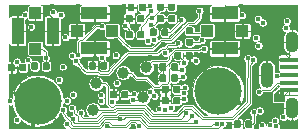
<source format=gbr>
G04 #@! TF.GenerationSoftware,KiCad,Pcbnew,(5.1.5-0-10_14)*
G04 #@! TF.CreationDate,2020-10-31T20:23:47-07:00*
G04 #@! TF.ProjectId,EOGlass2p1,454f476c-6173-4733-9270-312e6b696361,rev?*
G04 #@! TF.SameCoordinates,Original*
G04 #@! TF.FileFunction,Copper,L4,Bot*
G04 #@! TF.FilePolarity,Positive*
%FSLAX46Y46*%
G04 Gerber Fmt 4.6, Leading zero omitted, Abs format (unit mm)*
G04 Created by KiCad (PCBNEW (5.1.5-0-10_14)) date 2020-10-31 20:23:47*
%MOMM*%
%LPD*%
G04 APERTURE LIST*
%ADD10C,1.000000*%
%ADD11R,1.500000X0.450000*%
%ADD12O,1.100000X1.800000*%
%ADD13O,1.100000X2.200000*%
%ADD14C,0.100000*%
%ADD15R,1.000000X1.000000*%
%ADD16R,2.200000X1.050000*%
%ADD17R,1.050000X2.200000*%
%ADD18C,4.000000*%
%ADD19C,0.400000*%
%ADD20C,0.102000*%
G04 APERTURE END LIST*
D10*
X119400000Y-76200000D03*
D11*
X135995000Y-73230000D03*
X135995000Y-72580000D03*
X135995000Y-73880000D03*
X135995000Y-71930000D03*
X135995000Y-74530000D03*
D12*
X136245000Y-76030000D03*
X136245000Y-70430000D03*
D13*
X134095000Y-73230000D03*
G04 #@! TA.AperFunction,SMDPad,CuDef*
D14*
G36*
X127746958Y-69200710D02*
G01*
X127761276Y-69202834D01*
X127775317Y-69206351D01*
X127788946Y-69211228D01*
X127802031Y-69217417D01*
X127814447Y-69224858D01*
X127826073Y-69233481D01*
X127836798Y-69243202D01*
X127846519Y-69253927D01*
X127855142Y-69265553D01*
X127862583Y-69277969D01*
X127868772Y-69291054D01*
X127873649Y-69304683D01*
X127877166Y-69318724D01*
X127879290Y-69333042D01*
X127880000Y-69347500D01*
X127880000Y-69642500D01*
X127879290Y-69656958D01*
X127877166Y-69671276D01*
X127873649Y-69685317D01*
X127868772Y-69698946D01*
X127862583Y-69712031D01*
X127855142Y-69724447D01*
X127846519Y-69736073D01*
X127836798Y-69746798D01*
X127826073Y-69756519D01*
X127814447Y-69765142D01*
X127802031Y-69772583D01*
X127788946Y-69778772D01*
X127775317Y-69783649D01*
X127761276Y-69787166D01*
X127746958Y-69789290D01*
X127732500Y-69790000D01*
X127387500Y-69790000D01*
X127373042Y-69789290D01*
X127358724Y-69787166D01*
X127344683Y-69783649D01*
X127331054Y-69778772D01*
X127317969Y-69772583D01*
X127305553Y-69765142D01*
X127293927Y-69756519D01*
X127283202Y-69746798D01*
X127273481Y-69736073D01*
X127264858Y-69724447D01*
X127257417Y-69712031D01*
X127251228Y-69698946D01*
X127246351Y-69685317D01*
X127242834Y-69671276D01*
X127240710Y-69656958D01*
X127240000Y-69642500D01*
X127240000Y-69347500D01*
X127240710Y-69333042D01*
X127242834Y-69318724D01*
X127246351Y-69304683D01*
X127251228Y-69291054D01*
X127257417Y-69277969D01*
X127264858Y-69265553D01*
X127273481Y-69253927D01*
X127283202Y-69243202D01*
X127293927Y-69233481D01*
X127305553Y-69224858D01*
X127317969Y-69217417D01*
X127331054Y-69211228D01*
X127344683Y-69206351D01*
X127358724Y-69202834D01*
X127373042Y-69200710D01*
X127387500Y-69200000D01*
X127732500Y-69200000D01*
X127746958Y-69200710D01*
G37*
G04 #@! TD.AperFunction*
G04 #@! TA.AperFunction,SMDPad,CuDef*
G36*
X127746958Y-70170710D02*
G01*
X127761276Y-70172834D01*
X127775317Y-70176351D01*
X127788946Y-70181228D01*
X127802031Y-70187417D01*
X127814447Y-70194858D01*
X127826073Y-70203481D01*
X127836798Y-70213202D01*
X127846519Y-70223927D01*
X127855142Y-70235553D01*
X127862583Y-70247969D01*
X127868772Y-70261054D01*
X127873649Y-70274683D01*
X127877166Y-70288724D01*
X127879290Y-70303042D01*
X127880000Y-70317500D01*
X127880000Y-70612500D01*
X127879290Y-70626958D01*
X127877166Y-70641276D01*
X127873649Y-70655317D01*
X127868772Y-70668946D01*
X127862583Y-70682031D01*
X127855142Y-70694447D01*
X127846519Y-70706073D01*
X127836798Y-70716798D01*
X127826073Y-70726519D01*
X127814447Y-70735142D01*
X127802031Y-70742583D01*
X127788946Y-70748772D01*
X127775317Y-70753649D01*
X127761276Y-70757166D01*
X127746958Y-70759290D01*
X127732500Y-70760000D01*
X127387500Y-70760000D01*
X127373042Y-70759290D01*
X127358724Y-70757166D01*
X127344683Y-70753649D01*
X127331054Y-70748772D01*
X127317969Y-70742583D01*
X127305553Y-70735142D01*
X127293927Y-70726519D01*
X127283202Y-70716798D01*
X127273481Y-70706073D01*
X127264858Y-70694447D01*
X127257417Y-70682031D01*
X127251228Y-70668946D01*
X127246351Y-70655317D01*
X127242834Y-70641276D01*
X127240710Y-70626958D01*
X127240000Y-70612500D01*
X127240000Y-70317500D01*
X127240710Y-70303042D01*
X127242834Y-70288724D01*
X127246351Y-70274683D01*
X127251228Y-70261054D01*
X127257417Y-70247969D01*
X127264858Y-70235553D01*
X127273481Y-70223927D01*
X127283202Y-70213202D01*
X127293927Y-70203481D01*
X127305553Y-70194858D01*
X127317969Y-70187417D01*
X127331054Y-70181228D01*
X127344683Y-70176351D01*
X127358724Y-70172834D01*
X127373042Y-70170710D01*
X127387500Y-70170000D01*
X127732500Y-70170000D01*
X127746958Y-70170710D01*
G37*
G04 #@! TD.AperFunction*
G04 #@! TA.AperFunction,SMDPad,CuDef*
G36*
X131776958Y-77080710D02*
G01*
X131791276Y-77082834D01*
X131805317Y-77086351D01*
X131818946Y-77091228D01*
X131832031Y-77097417D01*
X131844447Y-77104858D01*
X131856073Y-77113481D01*
X131866798Y-77123202D01*
X131876519Y-77133927D01*
X131885142Y-77145553D01*
X131892583Y-77157969D01*
X131898772Y-77171054D01*
X131903649Y-77184683D01*
X131907166Y-77198724D01*
X131909290Y-77213042D01*
X131910000Y-77227500D01*
X131910000Y-77572500D01*
X131909290Y-77586958D01*
X131907166Y-77601276D01*
X131903649Y-77615317D01*
X131898772Y-77628946D01*
X131892583Y-77642031D01*
X131885142Y-77654447D01*
X131876519Y-77666073D01*
X131866798Y-77676798D01*
X131856073Y-77686519D01*
X131844447Y-77695142D01*
X131832031Y-77702583D01*
X131818946Y-77708772D01*
X131805317Y-77713649D01*
X131791276Y-77717166D01*
X131776958Y-77719290D01*
X131762500Y-77720000D01*
X131467500Y-77720000D01*
X131453042Y-77719290D01*
X131438724Y-77717166D01*
X131424683Y-77713649D01*
X131411054Y-77708772D01*
X131397969Y-77702583D01*
X131385553Y-77695142D01*
X131373927Y-77686519D01*
X131363202Y-77676798D01*
X131353481Y-77666073D01*
X131344858Y-77654447D01*
X131337417Y-77642031D01*
X131331228Y-77628946D01*
X131326351Y-77615317D01*
X131322834Y-77601276D01*
X131320710Y-77586958D01*
X131320000Y-77572500D01*
X131320000Y-77227500D01*
X131320710Y-77213042D01*
X131322834Y-77198724D01*
X131326351Y-77184683D01*
X131331228Y-77171054D01*
X131337417Y-77157969D01*
X131344858Y-77145553D01*
X131353481Y-77133927D01*
X131363202Y-77123202D01*
X131373927Y-77113481D01*
X131385553Y-77104858D01*
X131397969Y-77097417D01*
X131411054Y-77091228D01*
X131424683Y-77086351D01*
X131438724Y-77082834D01*
X131453042Y-77080710D01*
X131467500Y-77080000D01*
X131762500Y-77080000D01*
X131776958Y-77080710D01*
G37*
G04 #@! TD.AperFunction*
G04 #@! TA.AperFunction,SMDPad,CuDef*
G36*
X132746958Y-77080710D02*
G01*
X132761276Y-77082834D01*
X132775317Y-77086351D01*
X132788946Y-77091228D01*
X132802031Y-77097417D01*
X132814447Y-77104858D01*
X132826073Y-77113481D01*
X132836798Y-77123202D01*
X132846519Y-77133927D01*
X132855142Y-77145553D01*
X132862583Y-77157969D01*
X132868772Y-77171054D01*
X132873649Y-77184683D01*
X132877166Y-77198724D01*
X132879290Y-77213042D01*
X132880000Y-77227500D01*
X132880000Y-77572500D01*
X132879290Y-77586958D01*
X132877166Y-77601276D01*
X132873649Y-77615317D01*
X132868772Y-77628946D01*
X132862583Y-77642031D01*
X132855142Y-77654447D01*
X132846519Y-77666073D01*
X132836798Y-77676798D01*
X132826073Y-77686519D01*
X132814447Y-77695142D01*
X132802031Y-77702583D01*
X132788946Y-77708772D01*
X132775317Y-77713649D01*
X132761276Y-77717166D01*
X132746958Y-77719290D01*
X132732500Y-77720000D01*
X132437500Y-77720000D01*
X132423042Y-77719290D01*
X132408724Y-77717166D01*
X132394683Y-77713649D01*
X132381054Y-77708772D01*
X132367969Y-77702583D01*
X132355553Y-77695142D01*
X132343927Y-77686519D01*
X132333202Y-77676798D01*
X132323481Y-77666073D01*
X132314858Y-77654447D01*
X132307417Y-77642031D01*
X132301228Y-77628946D01*
X132296351Y-77615317D01*
X132292834Y-77601276D01*
X132290710Y-77586958D01*
X132290000Y-77572500D01*
X132290000Y-77227500D01*
X132290710Y-77213042D01*
X132292834Y-77198724D01*
X132296351Y-77184683D01*
X132301228Y-77171054D01*
X132307417Y-77157969D01*
X132314858Y-77145553D01*
X132323481Y-77133927D01*
X132333202Y-77123202D01*
X132343927Y-77113481D01*
X132355553Y-77104858D01*
X132367969Y-77097417D01*
X132381054Y-77091228D01*
X132394683Y-77086351D01*
X132408724Y-77082834D01*
X132423042Y-77080710D01*
X132437500Y-77080000D01*
X132732500Y-77080000D01*
X132746958Y-77080710D01*
G37*
G04 #@! TD.AperFunction*
G04 #@! TA.AperFunction,SMDPad,CuDef*
G36*
X126646958Y-75080710D02*
G01*
X126661276Y-75082834D01*
X126675317Y-75086351D01*
X126688946Y-75091228D01*
X126702031Y-75097417D01*
X126714447Y-75104858D01*
X126726073Y-75113481D01*
X126736798Y-75123202D01*
X126746519Y-75133927D01*
X126755142Y-75145553D01*
X126762583Y-75157969D01*
X126768772Y-75171054D01*
X126773649Y-75184683D01*
X126777166Y-75198724D01*
X126779290Y-75213042D01*
X126780000Y-75227500D01*
X126780000Y-75572500D01*
X126779290Y-75586958D01*
X126777166Y-75601276D01*
X126773649Y-75615317D01*
X126768772Y-75628946D01*
X126762583Y-75642031D01*
X126755142Y-75654447D01*
X126746519Y-75666073D01*
X126736798Y-75676798D01*
X126726073Y-75686519D01*
X126714447Y-75695142D01*
X126702031Y-75702583D01*
X126688946Y-75708772D01*
X126675317Y-75713649D01*
X126661276Y-75717166D01*
X126646958Y-75719290D01*
X126632500Y-75720000D01*
X126337500Y-75720000D01*
X126323042Y-75719290D01*
X126308724Y-75717166D01*
X126294683Y-75713649D01*
X126281054Y-75708772D01*
X126267969Y-75702583D01*
X126255553Y-75695142D01*
X126243927Y-75686519D01*
X126233202Y-75676798D01*
X126223481Y-75666073D01*
X126214858Y-75654447D01*
X126207417Y-75642031D01*
X126201228Y-75628946D01*
X126196351Y-75615317D01*
X126192834Y-75601276D01*
X126190710Y-75586958D01*
X126190000Y-75572500D01*
X126190000Y-75227500D01*
X126190710Y-75213042D01*
X126192834Y-75198724D01*
X126196351Y-75184683D01*
X126201228Y-75171054D01*
X126207417Y-75157969D01*
X126214858Y-75145553D01*
X126223481Y-75133927D01*
X126233202Y-75123202D01*
X126243927Y-75113481D01*
X126255553Y-75104858D01*
X126267969Y-75097417D01*
X126281054Y-75091228D01*
X126294683Y-75086351D01*
X126308724Y-75082834D01*
X126323042Y-75080710D01*
X126337500Y-75080000D01*
X126632500Y-75080000D01*
X126646958Y-75080710D01*
G37*
G04 #@! TD.AperFunction*
G04 #@! TA.AperFunction,SMDPad,CuDef*
G36*
X125676958Y-75080710D02*
G01*
X125691276Y-75082834D01*
X125705317Y-75086351D01*
X125718946Y-75091228D01*
X125732031Y-75097417D01*
X125744447Y-75104858D01*
X125756073Y-75113481D01*
X125766798Y-75123202D01*
X125776519Y-75133927D01*
X125785142Y-75145553D01*
X125792583Y-75157969D01*
X125798772Y-75171054D01*
X125803649Y-75184683D01*
X125807166Y-75198724D01*
X125809290Y-75213042D01*
X125810000Y-75227500D01*
X125810000Y-75572500D01*
X125809290Y-75586958D01*
X125807166Y-75601276D01*
X125803649Y-75615317D01*
X125798772Y-75628946D01*
X125792583Y-75642031D01*
X125785142Y-75654447D01*
X125776519Y-75666073D01*
X125766798Y-75676798D01*
X125756073Y-75686519D01*
X125744447Y-75695142D01*
X125732031Y-75702583D01*
X125718946Y-75708772D01*
X125705317Y-75713649D01*
X125691276Y-75717166D01*
X125676958Y-75719290D01*
X125662500Y-75720000D01*
X125367500Y-75720000D01*
X125353042Y-75719290D01*
X125338724Y-75717166D01*
X125324683Y-75713649D01*
X125311054Y-75708772D01*
X125297969Y-75702583D01*
X125285553Y-75695142D01*
X125273927Y-75686519D01*
X125263202Y-75676798D01*
X125253481Y-75666073D01*
X125244858Y-75654447D01*
X125237417Y-75642031D01*
X125231228Y-75628946D01*
X125226351Y-75615317D01*
X125222834Y-75601276D01*
X125220710Y-75586958D01*
X125220000Y-75572500D01*
X125220000Y-75227500D01*
X125220710Y-75213042D01*
X125222834Y-75198724D01*
X125226351Y-75184683D01*
X125231228Y-75171054D01*
X125237417Y-75157969D01*
X125244858Y-75145553D01*
X125253481Y-75133927D01*
X125263202Y-75123202D01*
X125273927Y-75113481D01*
X125285553Y-75104858D01*
X125297969Y-75097417D01*
X125311054Y-75091228D01*
X125324683Y-75086351D01*
X125338724Y-75082834D01*
X125353042Y-75080710D01*
X125367500Y-75080000D01*
X125662500Y-75080000D01*
X125676958Y-75080710D01*
G37*
G04 #@! TD.AperFunction*
G04 #@! TA.AperFunction,SMDPad,CuDef*
G36*
X125676958Y-74130710D02*
G01*
X125691276Y-74132834D01*
X125705317Y-74136351D01*
X125718946Y-74141228D01*
X125732031Y-74147417D01*
X125744447Y-74154858D01*
X125756073Y-74163481D01*
X125766798Y-74173202D01*
X125776519Y-74183927D01*
X125785142Y-74195553D01*
X125792583Y-74207969D01*
X125798772Y-74221054D01*
X125803649Y-74234683D01*
X125807166Y-74248724D01*
X125809290Y-74263042D01*
X125810000Y-74277500D01*
X125810000Y-74622500D01*
X125809290Y-74636958D01*
X125807166Y-74651276D01*
X125803649Y-74665317D01*
X125798772Y-74678946D01*
X125792583Y-74692031D01*
X125785142Y-74704447D01*
X125776519Y-74716073D01*
X125766798Y-74726798D01*
X125756073Y-74736519D01*
X125744447Y-74745142D01*
X125732031Y-74752583D01*
X125718946Y-74758772D01*
X125705317Y-74763649D01*
X125691276Y-74767166D01*
X125676958Y-74769290D01*
X125662500Y-74770000D01*
X125367500Y-74770000D01*
X125353042Y-74769290D01*
X125338724Y-74767166D01*
X125324683Y-74763649D01*
X125311054Y-74758772D01*
X125297969Y-74752583D01*
X125285553Y-74745142D01*
X125273927Y-74736519D01*
X125263202Y-74726798D01*
X125253481Y-74716073D01*
X125244858Y-74704447D01*
X125237417Y-74692031D01*
X125231228Y-74678946D01*
X125226351Y-74665317D01*
X125222834Y-74651276D01*
X125220710Y-74636958D01*
X125220000Y-74622500D01*
X125220000Y-74277500D01*
X125220710Y-74263042D01*
X125222834Y-74248724D01*
X125226351Y-74234683D01*
X125231228Y-74221054D01*
X125237417Y-74207969D01*
X125244858Y-74195553D01*
X125253481Y-74183927D01*
X125263202Y-74173202D01*
X125273927Y-74163481D01*
X125285553Y-74154858D01*
X125297969Y-74147417D01*
X125311054Y-74141228D01*
X125324683Y-74136351D01*
X125338724Y-74132834D01*
X125353042Y-74130710D01*
X125367500Y-74130000D01*
X125662500Y-74130000D01*
X125676958Y-74130710D01*
G37*
G04 #@! TD.AperFunction*
G04 #@! TA.AperFunction,SMDPad,CuDef*
G36*
X126646958Y-74130710D02*
G01*
X126661276Y-74132834D01*
X126675317Y-74136351D01*
X126688946Y-74141228D01*
X126702031Y-74147417D01*
X126714447Y-74154858D01*
X126726073Y-74163481D01*
X126736798Y-74173202D01*
X126746519Y-74183927D01*
X126755142Y-74195553D01*
X126762583Y-74207969D01*
X126768772Y-74221054D01*
X126773649Y-74234683D01*
X126777166Y-74248724D01*
X126779290Y-74263042D01*
X126780000Y-74277500D01*
X126780000Y-74622500D01*
X126779290Y-74636958D01*
X126777166Y-74651276D01*
X126773649Y-74665317D01*
X126768772Y-74678946D01*
X126762583Y-74692031D01*
X126755142Y-74704447D01*
X126746519Y-74716073D01*
X126736798Y-74726798D01*
X126726073Y-74736519D01*
X126714447Y-74745142D01*
X126702031Y-74752583D01*
X126688946Y-74758772D01*
X126675317Y-74763649D01*
X126661276Y-74767166D01*
X126646958Y-74769290D01*
X126632500Y-74770000D01*
X126337500Y-74770000D01*
X126323042Y-74769290D01*
X126308724Y-74767166D01*
X126294683Y-74763649D01*
X126281054Y-74758772D01*
X126267969Y-74752583D01*
X126255553Y-74745142D01*
X126243927Y-74736519D01*
X126233202Y-74726798D01*
X126223481Y-74716073D01*
X126214858Y-74704447D01*
X126207417Y-74692031D01*
X126201228Y-74678946D01*
X126196351Y-74665317D01*
X126192834Y-74651276D01*
X126190710Y-74636958D01*
X126190000Y-74622500D01*
X126190000Y-74277500D01*
X126190710Y-74263042D01*
X126192834Y-74248724D01*
X126196351Y-74234683D01*
X126201228Y-74221054D01*
X126207417Y-74207969D01*
X126214858Y-74195553D01*
X126223481Y-74183927D01*
X126233202Y-74173202D01*
X126243927Y-74163481D01*
X126255553Y-74154858D01*
X126267969Y-74147417D01*
X126281054Y-74141228D01*
X126294683Y-74136351D01*
X126308724Y-74132834D01*
X126323042Y-74130710D01*
X126337500Y-74130000D01*
X126632500Y-74130000D01*
X126646958Y-74130710D01*
G37*
G04 #@! TD.AperFunction*
G04 #@! TA.AperFunction,SMDPad,CuDef*
G36*
X122626958Y-68140710D02*
G01*
X122641276Y-68142834D01*
X122655317Y-68146351D01*
X122668946Y-68151228D01*
X122682031Y-68157417D01*
X122694447Y-68164858D01*
X122706073Y-68173481D01*
X122716798Y-68183202D01*
X122726519Y-68193927D01*
X122735142Y-68205553D01*
X122742583Y-68217969D01*
X122748772Y-68231054D01*
X122753649Y-68244683D01*
X122757166Y-68258724D01*
X122759290Y-68273042D01*
X122760000Y-68287500D01*
X122760000Y-68632500D01*
X122759290Y-68646958D01*
X122757166Y-68661276D01*
X122753649Y-68675317D01*
X122748772Y-68688946D01*
X122742583Y-68702031D01*
X122735142Y-68714447D01*
X122726519Y-68726073D01*
X122716798Y-68736798D01*
X122706073Y-68746519D01*
X122694447Y-68755142D01*
X122682031Y-68762583D01*
X122668946Y-68768772D01*
X122655317Y-68773649D01*
X122641276Y-68777166D01*
X122626958Y-68779290D01*
X122612500Y-68780000D01*
X122317500Y-68780000D01*
X122303042Y-68779290D01*
X122288724Y-68777166D01*
X122274683Y-68773649D01*
X122261054Y-68768772D01*
X122247969Y-68762583D01*
X122235553Y-68755142D01*
X122223927Y-68746519D01*
X122213202Y-68736798D01*
X122203481Y-68726073D01*
X122194858Y-68714447D01*
X122187417Y-68702031D01*
X122181228Y-68688946D01*
X122176351Y-68675317D01*
X122172834Y-68661276D01*
X122170710Y-68646958D01*
X122170000Y-68632500D01*
X122170000Y-68287500D01*
X122170710Y-68273042D01*
X122172834Y-68258724D01*
X122176351Y-68244683D01*
X122181228Y-68231054D01*
X122187417Y-68217969D01*
X122194858Y-68205553D01*
X122203481Y-68193927D01*
X122213202Y-68183202D01*
X122223927Y-68173481D01*
X122235553Y-68164858D01*
X122247969Y-68157417D01*
X122261054Y-68151228D01*
X122274683Y-68146351D01*
X122288724Y-68142834D01*
X122303042Y-68140710D01*
X122317500Y-68140000D01*
X122612500Y-68140000D01*
X122626958Y-68140710D01*
G37*
G04 #@! TD.AperFunction*
G04 #@! TA.AperFunction,SMDPad,CuDef*
G36*
X123596958Y-68140710D02*
G01*
X123611276Y-68142834D01*
X123625317Y-68146351D01*
X123638946Y-68151228D01*
X123652031Y-68157417D01*
X123664447Y-68164858D01*
X123676073Y-68173481D01*
X123686798Y-68183202D01*
X123696519Y-68193927D01*
X123705142Y-68205553D01*
X123712583Y-68217969D01*
X123718772Y-68231054D01*
X123723649Y-68244683D01*
X123727166Y-68258724D01*
X123729290Y-68273042D01*
X123730000Y-68287500D01*
X123730000Y-68632500D01*
X123729290Y-68646958D01*
X123727166Y-68661276D01*
X123723649Y-68675317D01*
X123718772Y-68688946D01*
X123712583Y-68702031D01*
X123705142Y-68714447D01*
X123696519Y-68726073D01*
X123686798Y-68736798D01*
X123676073Y-68746519D01*
X123664447Y-68755142D01*
X123652031Y-68762583D01*
X123638946Y-68768772D01*
X123625317Y-68773649D01*
X123611276Y-68777166D01*
X123596958Y-68779290D01*
X123582500Y-68780000D01*
X123287500Y-68780000D01*
X123273042Y-68779290D01*
X123258724Y-68777166D01*
X123244683Y-68773649D01*
X123231054Y-68768772D01*
X123217969Y-68762583D01*
X123205553Y-68755142D01*
X123193927Y-68746519D01*
X123183202Y-68736798D01*
X123173481Y-68726073D01*
X123164858Y-68714447D01*
X123157417Y-68702031D01*
X123151228Y-68688946D01*
X123146351Y-68675317D01*
X123142834Y-68661276D01*
X123140710Y-68646958D01*
X123140000Y-68632500D01*
X123140000Y-68287500D01*
X123140710Y-68273042D01*
X123142834Y-68258724D01*
X123146351Y-68244683D01*
X123151228Y-68231054D01*
X123157417Y-68217969D01*
X123164858Y-68205553D01*
X123173481Y-68193927D01*
X123183202Y-68183202D01*
X123193927Y-68173481D01*
X123205553Y-68164858D01*
X123217969Y-68157417D01*
X123231054Y-68151228D01*
X123244683Y-68146351D01*
X123258724Y-68142834D01*
X123273042Y-68140710D01*
X123287500Y-68140000D01*
X123582500Y-68140000D01*
X123596958Y-68140710D01*
G37*
G04 #@! TD.AperFunction*
G04 #@! TA.AperFunction,SMDPad,CuDef*
G36*
X126236958Y-68170710D02*
G01*
X126251276Y-68172834D01*
X126265317Y-68176351D01*
X126278946Y-68181228D01*
X126292031Y-68187417D01*
X126304447Y-68194858D01*
X126316073Y-68203481D01*
X126326798Y-68213202D01*
X126336519Y-68223927D01*
X126345142Y-68235553D01*
X126352583Y-68247969D01*
X126358772Y-68261054D01*
X126363649Y-68274683D01*
X126367166Y-68288724D01*
X126369290Y-68303042D01*
X126370000Y-68317500D01*
X126370000Y-68612500D01*
X126369290Y-68626958D01*
X126367166Y-68641276D01*
X126363649Y-68655317D01*
X126358772Y-68668946D01*
X126352583Y-68682031D01*
X126345142Y-68694447D01*
X126336519Y-68706073D01*
X126326798Y-68716798D01*
X126316073Y-68726519D01*
X126304447Y-68735142D01*
X126292031Y-68742583D01*
X126278946Y-68748772D01*
X126265317Y-68753649D01*
X126251276Y-68757166D01*
X126236958Y-68759290D01*
X126222500Y-68760000D01*
X125877500Y-68760000D01*
X125863042Y-68759290D01*
X125848724Y-68757166D01*
X125834683Y-68753649D01*
X125821054Y-68748772D01*
X125807969Y-68742583D01*
X125795553Y-68735142D01*
X125783927Y-68726519D01*
X125773202Y-68716798D01*
X125763481Y-68706073D01*
X125754858Y-68694447D01*
X125747417Y-68682031D01*
X125741228Y-68668946D01*
X125736351Y-68655317D01*
X125732834Y-68641276D01*
X125730710Y-68626958D01*
X125730000Y-68612500D01*
X125730000Y-68317500D01*
X125730710Y-68303042D01*
X125732834Y-68288724D01*
X125736351Y-68274683D01*
X125741228Y-68261054D01*
X125747417Y-68247969D01*
X125754858Y-68235553D01*
X125763481Y-68223927D01*
X125773202Y-68213202D01*
X125783927Y-68203481D01*
X125795553Y-68194858D01*
X125807969Y-68187417D01*
X125821054Y-68181228D01*
X125834683Y-68176351D01*
X125848724Y-68172834D01*
X125863042Y-68170710D01*
X125877500Y-68170000D01*
X126222500Y-68170000D01*
X126236958Y-68170710D01*
G37*
G04 #@! TD.AperFunction*
G04 #@! TA.AperFunction,SMDPad,CuDef*
G36*
X126236958Y-67200710D02*
G01*
X126251276Y-67202834D01*
X126265317Y-67206351D01*
X126278946Y-67211228D01*
X126292031Y-67217417D01*
X126304447Y-67224858D01*
X126316073Y-67233481D01*
X126326798Y-67243202D01*
X126336519Y-67253927D01*
X126345142Y-67265553D01*
X126352583Y-67277969D01*
X126358772Y-67291054D01*
X126363649Y-67304683D01*
X126367166Y-67318724D01*
X126369290Y-67333042D01*
X126370000Y-67347500D01*
X126370000Y-67642500D01*
X126369290Y-67656958D01*
X126367166Y-67671276D01*
X126363649Y-67685317D01*
X126358772Y-67698946D01*
X126352583Y-67712031D01*
X126345142Y-67724447D01*
X126336519Y-67736073D01*
X126326798Y-67746798D01*
X126316073Y-67756519D01*
X126304447Y-67765142D01*
X126292031Y-67772583D01*
X126278946Y-67778772D01*
X126265317Y-67783649D01*
X126251276Y-67787166D01*
X126236958Y-67789290D01*
X126222500Y-67790000D01*
X125877500Y-67790000D01*
X125863042Y-67789290D01*
X125848724Y-67787166D01*
X125834683Y-67783649D01*
X125821054Y-67778772D01*
X125807969Y-67772583D01*
X125795553Y-67765142D01*
X125783927Y-67756519D01*
X125773202Y-67746798D01*
X125763481Y-67736073D01*
X125754858Y-67724447D01*
X125747417Y-67712031D01*
X125741228Y-67698946D01*
X125736351Y-67685317D01*
X125732834Y-67671276D01*
X125730710Y-67656958D01*
X125730000Y-67642500D01*
X125730000Y-67347500D01*
X125730710Y-67333042D01*
X125732834Y-67318724D01*
X125736351Y-67304683D01*
X125741228Y-67291054D01*
X125747417Y-67277969D01*
X125754858Y-67265553D01*
X125763481Y-67253927D01*
X125773202Y-67243202D01*
X125783927Y-67233481D01*
X125795553Y-67224858D01*
X125807969Y-67217417D01*
X125821054Y-67211228D01*
X125834683Y-67206351D01*
X125848724Y-67202834D01*
X125863042Y-67200710D01*
X125877500Y-67200000D01*
X126222500Y-67200000D01*
X126236958Y-67200710D01*
G37*
G04 #@! TD.AperFunction*
G04 #@! TA.AperFunction,SMDPad,CuDef*
G36*
X123746958Y-67200710D02*
G01*
X123761276Y-67202834D01*
X123775317Y-67206351D01*
X123788946Y-67211228D01*
X123802031Y-67217417D01*
X123814447Y-67224858D01*
X123826073Y-67233481D01*
X123836798Y-67243202D01*
X123846519Y-67253927D01*
X123855142Y-67265553D01*
X123862583Y-67277969D01*
X123868772Y-67291054D01*
X123873649Y-67304683D01*
X123877166Y-67318724D01*
X123879290Y-67333042D01*
X123880000Y-67347500D01*
X123880000Y-67692500D01*
X123879290Y-67706958D01*
X123877166Y-67721276D01*
X123873649Y-67735317D01*
X123868772Y-67748946D01*
X123862583Y-67762031D01*
X123855142Y-67774447D01*
X123846519Y-67786073D01*
X123836798Y-67796798D01*
X123826073Y-67806519D01*
X123814447Y-67815142D01*
X123802031Y-67822583D01*
X123788946Y-67828772D01*
X123775317Y-67833649D01*
X123761276Y-67837166D01*
X123746958Y-67839290D01*
X123732500Y-67840000D01*
X123437500Y-67840000D01*
X123423042Y-67839290D01*
X123408724Y-67837166D01*
X123394683Y-67833649D01*
X123381054Y-67828772D01*
X123367969Y-67822583D01*
X123355553Y-67815142D01*
X123343927Y-67806519D01*
X123333202Y-67796798D01*
X123323481Y-67786073D01*
X123314858Y-67774447D01*
X123307417Y-67762031D01*
X123301228Y-67748946D01*
X123296351Y-67735317D01*
X123292834Y-67721276D01*
X123290710Y-67706958D01*
X123290000Y-67692500D01*
X123290000Y-67347500D01*
X123290710Y-67333042D01*
X123292834Y-67318724D01*
X123296351Y-67304683D01*
X123301228Y-67291054D01*
X123307417Y-67277969D01*
X123314858Y-67265553D01*
X123323481Y-67253927D01*
X123333202Y-67243202D01*
X123343927Y-67233481D01*
X123355553Y-67224858D01*
X123367969Y-67217417D01*
X123381054Y-67211228D01*
X123394683Y-67206351D01*
X123408724Y-67202834D01*
X123423042Y-67200710D01*
X123437500Y-67200000D01*
X123732500Y-67200000D01*
X123746958Y-67200710D01*
G37*
G04 #@! TD.AperFunction*
G04 #@! TA.AperFunction,SMDPad,CuDef*
G36*
X122776958Y-67200710D02*
G01*
X122791276Y-67202834D01*
X122805317Y-67206351D01*
X122818946Y-67211228D01*
X122832031Y-67217417D01*
X122844447Y-67224858D01*
X122856073Y-67233481D01*
X122866798Y-67243202D01*
X122876519Y-67253927D01*
X122885142Y-67265553D01*
X122892583Y-67277969D01*
X122898772Y-67291054D01*
X122903649Y-67304683D01*
X122907166Y-67318724D01*
X122909290Y-67333042D01*
X122910000Y-67347500D01*
X122910000Y-67692500D01*
X122909290Y-67706958D01*
X122907166Y-67721276D01*
X122903649Y-67735317D01*
X122898772Y-67748946D01*
X122892583Y-67762031D01*
X122885142Y-67774447D01*
X122876519Y-67786073D01*
X122866798Y-67796798D01*
X122856073Y-67806519D01*
X122844447Y-67815142D01*
X122832031Y-67822583D01*
X122818946Y-67828772D01*
X122805317Y-67833649D01*
X122791276Y-67837166D01*
X122776958Y-67839290D01*
X122762500Y-67840000D01*
X122467500Y-67840000D01*
X122453042Y-67839290D01*
X122438724Y-67837166D01*
X122424683Y-67833649D01*
X122411054Y-67828772D01*
X122397969Y-67822583D01*
X122385553Y-67815142D01*
X122373927Y-67806519D01*
X122363202Y-67796798D01*
X122353481Y-67786073D01*
X122344858Y-67774447D01*
X122337417Y-67762031D01*
X122331228Y-67748946D01*
X122326351Y-67735317D01*
X122322834Y-67721276D01*
X122320710Y-67706958D01*
X122320000Y-67692500D01*
X122320000Y-67347500D01*
X122320710Y-67333042D01*
X122322834Y-67318724D01*
X122326351Y-67304683D01*
X122331228Y-67291054D01*
X122337417Y-67277969D01*
X122344858Y-67265553D01*
X122353481Y-67253927D01*
X122363202Y-67243202D01*
X122373927Y-67233481D01*
X122385553Y-67224858D01*
X122397969Y-67217417D01*
X122411054Y-67211228D01*
X122424683Y-67206351D01*
X122438724Y-67202834D01*
X122453042Y-67200710D01*
X122467500Y-67200000D01*
X122762500Y-67200000D01*
X122776958Y-67200710D01*
G37*
G04 #@! TD.AperFunction*
G04 #@! TA.AperFunction,SMDPad,CuDef*
G36*
X113616958Y-72290710D02*
G01*
X113631276Y-72292834D01*
X113645317Y-72296351D01*
X113658946Y-72301228D01*
X113672031Y-72307417D01*
X113684447Y-72314858D01*
X113696073Y-72323481D01*
X113706798Y-72333202D01*
X113716519Y-72343927D01*
X113725142Y-72355553D01*
X113732583Y-72367969D01*
X113738772Y-72381054D01*
X113743649Y-72394683D01*
X113747166Y-72408724D01*
X113749290Y-72423042D01*
X113750000Y-72437500D01*
X113750000Y-72782500D01*
X113749290Y-72796958D01*
X113747166Y-72811276D01*
X113743649Y-72825317D01*
X113738772Y-72838946D01*
X113732583Y-72852031D01*
X113725142Y-72864447D01*
X113716519Y-72876073D01*
X113706798Y-72886798D01*
X113696073Y-72896519D01*
X113684447Y-72905142D01*
X113672031Y-72912583D01*
X113658946Y-72918772D01*
X113645317Y-72923649D01*
X113631276Y-72927166D01*
X113616958Y-72929290D01*
X113602500Y-72930000D01*
X113307500Y-72930000D01*
X113293042Y-72929290D01*
X113278724Y-72927166D01*
X113264683Y-72923649D01*
X113251054Y-72918772D01*
X113237969Y-72912583D01*
X113225553Y-72905142D01*
X113213927Y-72896519D01*
X113203202Y-72886798D01*
X113193481Y-72876073D01*
X113184858Y-72864447D01*
X113177417Y-72852031D01*
X113171228Y-72838946D01*
X113166351Y-72825317D01*
X113162834Y-72811276D01*
X113160710Y-72796958D01*
X113160000Y-72782500D01*
X113160000Y-72437500D01*
X113160710Y-72423042D01*
X113162834Y-72408724D01*
X113166351Y-72394683D01*
X113171228Y-72381054D01*
X113177417Y-72367969D01*
X113184858Y-72355553D01*
X113193481Y-72343927D01*
X113203202Y-72333202D01*
X113213927Y-72323481D01*
X113225553Y-72314858D01*
X113237969Y-72307417D01*
X113251054Y-72301228D01*
X113264683Y-72296351D01*
X113278724Y-72292834D01*
X113293042Y-72290710D01*
X113307500Y-72290000D01*
X113602500Y-72290000D01*
X113616958Y-72290710D01*
G37*
G04 #@! TD.AperFunction*
G04 #@! TA.AperFunction,SMDPad,CuDef*
G36*
X112646958Y-72290710D02*
G01*
X112661276Y-72292834D01*
X112675317Y-72296351D01*
X112688946Y-72301228D01*
X112702031Y-72307417D01*
X112714447Y-72314858D01*
X112726073Y-72323481D01*
X112736798Y-72333202D01*
X112746519Y-72343927D01*
X112755142Y-72355553D01*
X112762583Y-72367969D01*
X112768772Y-72381054D01*
X112773649Y-72394683D01*
X112777166Y-72408724D01*
X112779290Y-72423042D01*
X112780000Y-72437500D01*
X112780000Y-72782500D01*
X112779290Y-72796958D01*
X112777166Y-72811276D01*
X112773649Y-72825317D01*
X112768772Y-72838946D01*
X112762583Y-72852031D01*
X112755142Y-72864447D01*
X112746519Y-72876073D01*
X112736798Y-72886798D01*
X112726073Y-72896519D01*
X112714447Y-72905142D01*
X112702031Y-72912583D01*
X112688946Y-72918772D01*
X112675317Y-72923649D01*
X112661276Y-72927166D01*
X112646958Y-72929290D01*
X112632500Y-72930000D01*
X112337500Y-72930000D01*
X112323042Y-72929290D01*
X112308724Y-72927166D01*
X112294683Y-72923649D01*
X112281054Y-72918772D01*
X112267969Y-72912583D01*
X112255553Y-72905142D01*
X112243927Y-72896519D01*
X112233202Y-72886798D01*
X112223481Y-72876073D01*
X112214858Y-72864447D01*
X112207417Y-72852031D01*
X112201228Y-72838946D01*
X112196351Y-72825317D01*
X112192834Y-72811276D01*
X112190710Y-72796958D01*
X112190000Y-72782500D01*
X112190000Y-72437500D01*
X112190710Y-72423042D01*
X112192834Y-72408724D01*
X112196351Y-72394683D01*
X112201228Y-72381054D01*
X112207417Y-72367969D01*
X112214858Y-72355553D01*
X112223481Y-72343927D01*
X112233202Y-72333202D01*
X112243927Y-72323481D01*
X112255553Y-72314858D01*
X112267969Y-72307417D01*
X112281054Y-72301228D01*
X112294683Y-72296351D01*
X112308724Y-72292834D01*
X112323042Y-72290710D01*
X112337500Y-72290000D01*
X112632500Y-72290000D01*
X112646958Y-72290710D01*
G37*
G04 #@! TD.AperFunction*
D15*
X129040000Y-69500000D03*
X132040000Y-69500000D03*
D16*
X130540000Y-68025000D03*
X130540000Y-70975000D03*
X119520000Y-68025000D03*
X119520000Y-70975000D03*
D15*
X118020000Y-69500000D03*
X121020000Y-69500000D03*
D17*
X115975000Y-69500000D03*
X113025000Y-69500000D03*
D15*
X114500000Y-68000000D03*
X114500000Y-71000000D03*
G04 #@! TA.AperFunction,SMDPad,CuDef*
D14*
G36*
X115586958Y-72160710D02*
G01*
X115601276Y-72162834D01*
X115615317Y-72166351D01*
X115628946Y-72171228D01*
X115642031Y-72177417D01*
X115654447Y-72184858D01*
X115666073Y-72193481D01*
X115676798Y-72203202D01*
X115686519Y-72213927D01*
X115695142Y-72225553D01*
X115702583Y-72237969D01*
X115708772Y-72251054D01*
X115713649Y-72264683D01*
X115717166Y-72278724D01*
X115719290Y-72293042D01*
X115720000Y-72307500D01*
X115720000Y-72652500D01*
X115719290Y-72666958D01*
X115717166Y-72681276D01*
X115713649Y-72695317D01*
X115708772Y-72708946D01*
X115702583Y-72722031D01*
X115695142Y-72734447D01*
X115686519Y-72746073D01*
X115676798Y-72756798D01*
X115666073Y-72766519D01*
X115654447Y-72775142D01*
X115642031Y-72782583D01*
X115628946Y-72788772D01*
X115615317Y-72793649D01*
X115601276Y-72797166D01*
X115586958Y-72799290D01*
X115572500Y-72800000D01*
X115277500Y-72800000D01*
X115263042Y-72799290D01*
X115248724Y-72797166D01*
X115234683Y-72793649D01*
X115221054Y-72788772D01*
X115207969Y-72782583D01*
X115195553Y-72775142D01*
X115183927Y-72766519D01*
X115173202Y-72756798D01*
X115163481Y-72746073D01*
X115154858Y-72734447D01*
X115147417Y-72722031D01*
X115141228Y-72708946D01*
X115136351Y-72695317D01*
X115132834Y-72681276D01*
X115130710Y-72666958D01*
X115130000Y-72652500D01*
X115130000Y-72307500D01*
X115130710Y-72293042D01*
X115132834Y-72278724D01*
X115136351Y-72264683D01*
X115141228Y-72251054D01*
X115147417Y-72237969D01*
X115154858Y-72225553D01*
X115163481Y-72213927D01*
X115173202Y-72203202D01*
X115183927Y-72193481D01*
X115195553Y-72184858D01*
X115207969Y-72177417D01*
X115221054Y-72171228D01*
X115234683Y-72166351D01*
X115248724Y-72162834D01*
X115263042Y-72160710D01*
X115277500Y-72160000D01*
X115572500Y-72160000D01*
X115586958Y-72160710D01*
G37*
G04 #@! TD.AperFunction*
G04 #@! TA.AperFunction,SMDPad,CuDef*
G36*
X114616958Y-72160710D02*
G01*
X114631276Y-72162834D01*
X114645317Y-72166351D01*
X114658946Y-72171228D01*
X114672031Y-72177417D01*
X114684447Y-72184858D01*
X114696073Y-72193481D01*
X114706798Y-72203202D01*
X114716519Y-72213927D01*
X114725142Y-72225553D01*
X114732583Y-72237969D01*
X114738772Y-72251054D01*
X114743649Y-72264683D01*
X114747166Y-72278724D01*
X114749290Y-72293042D01*
X114750000Y-72307500D01*
X114750000Y-72652500D01*
X114749290Y-72666958D01*
X114747166Y-72681276D01*
X114743649Y-72695317D01*
X114738772Y-72708946D01*
X114732583Y-72722031D01*
X114725142Y-72734447D01*
X114716519Y-72746073D01*
X114706798Y-72756798D01*
X114696073Y-72766519D01*
X114684447Y-72775142D01*
X114672031Y-72782583D01*
X114658946Y-72788772D01*
X114645317Y-72793649D01*
X114631276Y-72797166D01*
X114616958Y-72799290D01*
X114602500Y-72800000D01*
X114307500Y-72800000D01*
X114293042Y-72799290D01*
X114278724Y-72797166D01*
X114264683Y-72793649D01*
X114251054Y-72788772D01*
X114237969Y-72782583D01*
X114225553Y-72775142D01*
X114213927Y-72766519D01*
X114203202Y-72756798D01*
X114193481Y-72746073D01*
X114184858Y-72734447D01*
X114177417Y-72722031D01*
X114171228Y-72708946D01*
X114166351Y-72695317D01*
X114162834Y-72681276D01*
X114160710Y-72666958D01*
X114160000Y-72652500D01*
X114160000Y-72307500D01*
X114160710Y-72293042D01*
X114162834Y-72278724D01*
X114166351Y-72264683D01*
X114171228Y-72251054D01*
X114177417Y-72237969D01*
X114184858Y-72225553D01*
X114193481Y-72213927D01*
X114203202Y-72203202D01*
X114213927Y-72193481D01*
X114225553Y-72184858D01*
X114237969Y-72177417D01*
X114251054Y-72171228D01*
X114264683Y-72166351D01*
X114278724Y-72162834D01*
X114293042Y-72160710D01*
X114307500Y-72160000D01*
X114602500Y-72160000D01*
X114616958Y-72160710D01*
G37*
G04 #@! TD.AperFunction*
G04 #@! TA.AperFunction,SMDPad,CuDef*
G36*
X125636958Y-69300710D02*
G01*
X125651276Y-69302834D01*
X125665317Y-69306351D01*
X125678946Y-69311228D01*
X125692031Y-69317417D01*
X125704447Y-69324858D01*
X125716073Y-69333481D01*
X125726798Y-69343202D01*
X125736519Y-69353927D01*
X125745142Y-69365553D01*
X125752583Y-69377969D01*
X125758772Y-69391054D01*
X125763649Y-69404683D01*
X125767166Y-69418724D01*
X125769290Y-69433042D01*
X125770000Y-69447500D01*
X125770000Y-69792500D01*
X125769290Y-69806958D01*
X125767166Y-69821276D01*
X125763649Y-69835317D01*
X125758772Y-69848946D01*
X125752583Y-69862031D01*
X125745142Y-69874447D01*
X125736519Y-69886073D01*
X125726798Y-69896798D01*
X125716073Y-69906519D01*
X125704447Y-69915142D01*
X125692031Y-69922583D01*
X125678946Y-69928772D01*
X125665317Y-69933649D01*
X125651276Y-69937166D01*
X125636958Y-69939290D01*
X125622500Y-69940000D01*
X125327500Y-69940000D01*
X125313042Y-69939290D01*
X125298724Y-69937166D01*
X125284683Y-69933649D01*
X125271054Y-69928772D01*
X125257969Y-69922583D01*
X125245553Y-69915142D01*
X125233927Y-69906519D01*
X125223202Y-69896798D01*
X125213481Y-69886073D01*
X125204858Y-69874447D01*
X125197417Y-69862031D01*
X125191228Y-69848946D01*
X125186351Y-69835317D01*
X125182834Y-69821276D01*
X125180710Y-69806958D01*
X125180000Y-69792500D01*
X125180000Y-69447500D01*
X125180710Y-69433042D01*
X125182834Y-69418724D01*
X125186351Y-69404683D01*
X125191228Y-69391054D01*
X125197417Y-69377969D01*
X125204858Y-69365553D01*
X125213481Y-69353927D01*
X125223202Y-69343202D01*
X125233927Y-69333481D01*
X125245553Y-69324858D01*
X125257969Y-69317417D01*
X125271054Y-69311228D01*
X125284683Y-69306351D01*
X125298724Y-69302834D01*
X125313042Y-69300710D01*
X125327500Y-69300000D01*
X125622500Y-69300000D01*
X125636958Y-69300710D01*
G37*
G04 #@! TD.AperFunction*
G04 #@! TA.AperFunction,SMDPad,CuDef*
G36*
X124666958Y-69300710D02*
G01*
X124681276Y-69302834D01*
X124695317Y-69306351D01*
X124708946Y-69311228D01*
X124722031Y-69317417D01*
X124734447Y-69324858D01*
X124746073Y-69333481D01*
X124756798Y-69343202D01*
X124766519Y-69353927D01*
X124775142Y-69365553D01*
X124782583Y-69377969D01*
X124788772Y-69391054D01*
X124793649Y-69404683D01*
X124797166Y-69418724D01*
X124799290Y-69433042D01*
X124800000Y-69447500D01*
X124800000Y-69792500D01*
X124799290Y-69806958D01*
X124797166Y-69821276D01*
X124793649Y-69835317D01*
X124788772Y-69848946D01*
X124782583Y-69862031D01*
X124775142Y-69874447D01*
X124766519Y-69886073D01*
X124756798Y-69896798D01*
X124746073Y-69906519D01*
X124734447Y-69915142D01*
X124722031Y-69922583D01*
X124708946Y-69928772D01*
X124695317Y-69933649D01*
X124681276Y-69937166D01*
X124666958Y-69939290D01*
X124652500Y-69940000D01*
X124357500Y-69940000D01*
X124343042Y-69939290D01*
X124328724Y-69937166D01*
X124314683Y-69933649D01*
X124301054Y-69928772D01*
X124287969Y-69922583D01*
X124275553Y-69915142D01*
X124263927Y-69906519D01*
X124253202Y-69896798D01*
X124243481Y-69886073D01*
X124234858Y-69874447D01*
X124227417Y-69862031D01*
X124221228Y-69848946D01*
X124216351Y-69835317D01*
X124212834Y-69821276D01*
X124210710Y-69806958D01*
X124210000Y-69792500D01*
X124210000Y-69447500D01*
X124210710Y-69433042D01*
X124212834Y-69418724D01*
X124216351Y-69404683D01*
X124221228Y-69391054D01*
X124227417Y-69377969D01*
X124234858Y-69365553D01*
X124243481Y-69353927D01*
X124253202Y-69343202D01*
X124263927Y-69333481D01*
X124275553Y-69324858D01*
X124287969Y-69317417D01*
X124301054Y-69311228D01*
X124314683Y-69306351D01*
X124328724Y-69302834D01*
X124343042Y-69300710D01*
X124357500Y-69300000D01*
X124652500Y-69300000D01*
X124666958Y-69300710D01*
G37*
G04 #@! TD.AperFunction*
G04 #@! TA.AperFunction,SMDPad,CuDef*
G36*
X125296958Y-67200710D02*
G01*
X125311276Y-67202834D01*
X125325317Y-67206351D01*
X125338946Y-67211228D01*
X125352031Y-67217417D01*
X125364447Y-67224858D01*
X125376073Y-67233481D01*
X125386798Y-67243202D01*
X125396519Y-67253927D01*
X125405142Y-67265553D01*
X125412583Y-67277969D01*
X125418772Y-67291054D01*
X125423649Y-67304683D01*
X125427166Y-67318724D01*
X125429290Y-67333042D01*
X125430000Y-67347500D01*
X125430000Y-67642500D01*
X125429290Y-67656958D01*
X125427166Y-67671276D01*
X125423649Y-67685317D01*
X125418772Y-67698946D01*
X125412583Y-67712031D01*
X125405142Y-67724447D01*
X125396519Y-67736073D01*
X125386798Y-67746798D01*
X125376073Y-67756519D01*
X125364447Y-67765142D01*
X125352031Y-67772583D01*
X125338946Y-67778772D01*
X125325317Y-67783649D01*
X125311276Y-67787166D01*
X125296958Y-67789290D01*
X125282500Y-67790000D01*
X124937500Y-67790000D01*
X124923042Y-67789290D01*
X124908724Y-67787166D01*
X124894683Y-67783649D01*
X124881054Y-67778772D01*
X124867969Y-67772583D01*
X124855553Y-67765142D01*
X124843927Y-67756519D01*
X124833202Y-67746798D01*
X124823481Y-67736073D01*
X124814858Y-67724447D01*
X124807417Y-67712031D01*
X124801228Y-67698946D01*
X124796351Y-67685317D01*
X124792834Y-67671276D01*
X124790710Y-67656958D01*
X124790000Y-67642500D01*
X124790000Y-67347500D01*
X124790710Y-67333042D01*
X124792834Y-67318724D01*
X124796351Y-67304683D01*
X124801228Y-67291054D01*
X124807417Y-67277969D01*
X124814858Y-67265553D01*
X124823481Y-67253927D01*
X124833202Y-67243202D01*
X124843927Y-67233481D01*
X124855553Y-67224858D01*
X124867969Y-67217417D01*
X124881054Y-67211228D01*
X124894683Y-67206351D01*
X124908724Y-67202834D01*
X124923042Y-67200710D01*
X124937500Y-67200000D01*
X125282500Y-67200000D01*
X125296958Y-67200710D01*
G37*
G04 #@! TD.AperFunction*
G04 #@! TA.AperFunction,SMDPad,CuDef*
G36*
X125296958Y-68170710D02*
G01*
X125311276Y-68172834D01*
X125325317Y-68176351D01*
X125338946Y-68181228D01*
X125352031Y-68187417D01*
X125364447Y-68194858D01*
X125376073Y-68203481D01*
X125386798Y-68213202D01*
X125396519Y-68223927D01*
X125405142Y-68235553D01*
X125412583Y-68247969D01*
X125418772Y-68261054D01*
X125423649Y-68274683D01*
X125427166Y-68288724D01*
X125429290Y-68303042D01*
X125430000Y-68317500D01*
X125430000Y-68612500D01*
X125429290Y-68626958D01*
X125427166Y-68641276D01*
X125423649Y-68655317D01*
X125418772Y-68668946D01*
X125412583Y-68682031D01*
X125405142Y-68694447D01*
X125396519Y-68706073D01*
X125386798Y-68716798D01*
X125376073Y-68726519D01*
X125364447Y-68735142D01*
X125352031Y-68742583D01*
X125338946Y-68748772D01*
X125325317Y-68753649D01*
X125311276Y-68757166D01*
X125296958Y-68759290D01*
X125282500Y-68760000D01*
X124937500Y-68760000D01*
X124923042Y-68759290D01*
X124908724Y-68757166D01*
X124894683Y-68753649D01*
X124881054Y-68748772D01*
X124867969Y-68742583D01*
X124855553Y-68735142D01*
X124843927Y-68726519D01*
X124833202Y-68716798D01*
X124823481Y-68706073D01*
X124814858Y-68694447D01*
X124807417Y-68682031D01*
X124801228Y-68668946D01*
X124796351Y-68655317D01*
X124792834Y-68641276D01*
X124790710Y-68626958D01*
X124790000Y-68612500D01*
X124790000Y-68317500D01*
X124790710Y-68303042D01*
X124792834Y-68288724D01*
X124796351Y-68274683D01*
X124801228Y-68261054D01*
X124807417Y-68247969D01*
X124814858Y-68235553D01*
X124823481Y-68223927D01*
X124833202Y-68213202D01*
X124843927Y-68203481D01*
X124855553Y-68194858D01*
X124867969Y-68187417D01*
X124881054Y-68181228D01*
X124894683Y-68176351D01*
X124908724Y-68172834D01*
X124923042Y-68170710D01*
X124937500Y-68170000D01*
X125282500Y-68170000D01*
X125296958Y-68170710D01*
G37*
G04 #@! TD.AperFunction*
G04 #@! TA.AperFunction,SMDPad,CuDef*
G36*
X122626958Y-69510710D02*
G01*
X122641276Y-69512834D01*
X122655317Y-69516351D01*
X122668946Y-69521228D01*
X122682031Y-69527417D01*
X122694447Y-69534858D01*
X122706073Y-69543481D01*
X122716798Y-69553202D01*
X122726519Y-69563927D01*
X122735142Y-69575553D01*
X122742583Y-69587969D01*
X122748772Y-69601054D01*
X122753649Y-69614683D01*
X122757166Y-69628724D01*
X122759290Y-69643042D01*
X122760000Y-69657500D01*
X122760000Y-70002500D01*
X122759290Y-70016958D01*
X122757166Y-70031276D01*
X122753649Y-70045317D01*
X122748772Y-70058946D01*
X122742583Y-70072031D01*
X122735142Y-70084447D01*
X122726519Y-70096073D01*
X122716798Y-70106798D01*
X122706073Y-70116519D01*
X122694447Y-70125142D01*
X122682031Y-70132583D01*
X122668946Y-70138772D01*
X122655317Y-70143649D01*
X122641276Y-70147166D01*
X122626958Y-70149290D01*
X122612500Y-70150000D01*
X122317500Y-70150000D01*
X122303042Y-70149290D01*
X122288724Y-70147166D01*
X122274683Y-70143649D01*
X122261054Y-70138772D01*
X122247969Y-70132583D01*
X122235553Y-70125142D01*
X122223927Y-70116519D01*
X122213202Y-70106798D01*
X122203481Y-70096073D01*
X122194858Y-70084447D01*
X122187417Y-70072031D01*
X122181228Y-70058946D01*
X122176351Y-70045317D01*
X122172834Y-70031276D01*
X122170710Y-70016958D01*
X122170000Y-70002500D01*
X122170000Y-69657500D01*
X122170710Y-69643042D01*
X122172834Y-69628724D01*
X122176351Y-69614683D01*
X122181228Y-69601054D01*
X122187417Y-69587969D01*
X122194858Y-69575553D01*
X122203481Y-69563927D01*
X122213202Y-69553202D01*
X122223927Y-69543481D01*
X122235553Y-69534858D01*
X122247969Y-69527417D01*
X122261054Y-69521228D01*
X122274683Y-69516351D01*
X122288724Y-69512834D01*
X122303042Y-69510710D01*
X122317500Y-69510000D01*
X122612500Y-69510000D01*
X122626958Y-69510710D01*
G37*
G04 #@! TD.AperFunction*
G04 #@! TA.AperFunction,SMDPad,CuDef*
G36*
X123596958Y-69510710D02*
G01*
X123611276Y-69512834D01*
X123625317Y-69516351D01*
X123638946Y-69521228D01*
X123652031Y-69527417D01*
X123664447Y-69534858D01*
X123676073Y-69543481D01*
X123686798Y-69553202D01*
X123696519Y-69563927D01*
X123705142Y-69575553D01*
X123712583Y-69587969D01*
X123718772Y-69601054D01*
X123723649Y-69614683D01*
X123727166Y-69628724D01*
X123729290Y-69643042D01*
X123730000Y-69657500D01*
X123730000Y-70002500D01*
X123729290Y-70016958D01*
X123727166Y-70031276D01*
X123723649Y-70045317D01*
X123718772Y-70058946D01*
X123712583Y-70072031D01*
X123705142Y-70084447D01*
X123696519Y-70096073D01*
X123686798Y-70106798D01*
X123676073Y-70116519D01*
X123664447Y-70125142D01*
X123652031Y-70132583D01*
X123638946Y-70138772D01*
X123625317Y-70143649D01*
X123611276Y-70147166D01*
X123596958Y-70149290D01*
X123582500Y-70150000D01*
X123287500Y-70150000D01*
X123273042Y-70149290D01*
X123258724Y-70147166D01*
X123244683Y-70143649D01*
X123231054Y-70138772D01*
X123217969Y-70132583D01*
X123205553Y-70125142D01*
X123193927Y-70116519D01*
X123183202Y-70106798D01*
X123173481Y-70096073D01*
X123164858Y-70084447D01*
X123157417Y-70072031D01*
X123151228Y-70058946D01*
X123146351Y-70045317D01*
X123142834Y-70031276D01*
X123140710Y-70016958D01*
X123140000Y-70002500D01*
X123140000Y-69657500D01*
X123140710Y-69643042D01*
X123142834Y-69628724D01*
X123146351Y-69614683D01*
X123151228Y-69601054D01*
X123157417Y-69587969D01*
X123164858Y-69575553D01*
X123173481Y-69563927D01*
X123183202Y-69553202D01*
X123193927Y-69543481D01*
X123205553Y-69534858D01*
X123217969Y-69527417D01*
X123231054Y-69521228D01*
X123244683Y-69516351D01*
X123258724Y-69512834D01*
X123273042Y-69510710D01*
X123287500Y-69510000D01*
X123582500Y-69510000D01*
X123596958Y-69510710D01*
G37*
G04 #@! TD.AperFunction*
G04 #@! TA.AperFunction,SMDPad,CuDef*
G36*
X126446958Y-73180710D02*
G01*
X126461276Y-73182834D01*
X126475317Y-73186351D01*
X126488946Y-73191228D01*
X126502031Y-73197417D01*
X126514447Y-73204858D01*
X126526073Y-73213481D01*
X126536798Y-73223202D01*
X126546519Y-73233927D01*
X126555142Y-73245553D01*
X126562583Y-73257969D01*
X126568772Y-73271054D01*
X126573649Y-73284683D01*
X126577166Y-73298724D01*
X126579290Y-73313042D01*
X126580000Y-73327500D01*
X126580000Y-73672500D01*
X126579290Y-73686958D01*
X126577166Y-73701276D01*
X126573649Y-73715317D01*
X126568772Y-73728946D01*
X126562583Y-73742031D01*
X126555142Y-73754447D01*
X126546519Y-73766073D01*
X126536798Y-73776798D01*
X126526073Y-73786519D01*
X126514447Y-73795142D01*
X126502031Y-73802583D01*
X126488946Y-73808772D01*
X126475317Y-73813649D01*
X126461276Y-73817166D01*
X126446958Y-73819290D01*
X126432500Y-73820000D01*
X126137500Y-73820000D01*
X126123042Y-73819290D01*
X126108724Y-73817166D01*
X126094683Y-73813649D01*
X126081054Y-73808772D01*
X126067969Y-73802583D01*
X126055553Y-73795142D01*
X126043927Y-73786519D01*
X126033202Y-73776798D01*
X126023481Y-73766073D01*
X126014858Y-73754447D01*
X126007417Y-73742031D01*
X126001228Y-73728946D01*
X125996351Y-73715317D01*
X125992834Y-73701276D01*
X125990710Y-73686958D01*
X125990000Y-73672500D01*
X125990000Y-73327500D01*
X125990710Y-73313042D01*
X125992834Y-73298724D01*
X125996351Y-73284683D01*
X126001228Y-73271054D01*
X126007417Y-73257969D01*
X126014858Y-73245553D01*
X126023481Y-73233927D01*
X126033202Y-73223202D01*
X126043927Y-73213481D01*
X126055553Y-73204858D01*
X126067969Y-73197417D01*
X126081054Y-73191228D01*
X126094683Y-73186351D01*
X126108724Y-73182834D01*
X126123042Y-73180710D01*
X126137500Y-73180000D01*
X126432500Y-73180000D01*
X126446958Y-73180710D01*
G37*
G04 #@! TD.AperFunction*
G04 #@! TA.AperFunction,SMDPad,CuDef*
G36*
X125476958Y-73180710D02*
G01*
X125491276Y-73182834D01*
X125505317Y-73186351D01*
X125518946Y-73191228D01*
X125532031Y-73197417D01*
X125544447Y-73204858D01*
X125556073Y-73213481D01*
X125566798Y-73223202D01*
X125576519Y-73233927D01*
X125585142Y-73245553D01*
X125592583Y-73257969D01*
X125598772Y-73271054D01*
X125603649Y-73284683D01*
X125607166Y-73298724D01*
X125609290Y-73313042D01*
X125610000Y-73327500D01*
X125610000Y-73672500D01*
X125609290Y-73686958D01*
X125607166Y-73701276D01*
X125603649Y-73715317D01*
X125598772Y-73728946D01*
X125592583Y-73742031D01*
X125585142Y-73754447D01*
X125576519Y-73766073D01*
X125566798Y-73776798D01*
X125556073Y-73786519D01*
X125544447Y-73795142D01*
X125532031Y-73802583D01*
X125518946Y-73808772D01*
X125505317Y-73813649D01*
X125491276Y-73817166D01*
X125476958Y-73819290D01*
X125462500Y-73820000D01*
X125167500Y-73820000D01*
X125153042Y-73819290D01*
X125138724Y-73817166D01*
X125124683Y-73813649D01*
X125111054Y-73808772D01*
X125097969Y-73802583D01*
X125085553Y-73795142D01*
X125073927Y-73786519D01*
X125063202Y-73776798D01*
X125053481Y-73766073D01*
X125044858Y-73754447D01*
X125037417Y-73742031D01*
X125031228Y-73728946D01*
X125026351Y-73715317D01*
X125022834Y-73701276D01*
X125020710Y-73686958D01*
X125020000Y-73672500D01*
X125020000Y-73327500D01*
X125020710Y-73313042D01*
X125022834Y-73298724D01*
X125026351Y-73284683D01*
X125031228Y-73271054D01*
X125037417Y-73257969D01*
X125044858Y-73245553D01*
X125053481Y-73233927D01*
X125063202Y-73223202D01*
X125073927Y-73213481D01*
X125085553Y-73204858D01*
X125097969Y-73197417D01*
X125111054Y-73191228D01*
X125124683Y-73186351D01*
X125138724Y-73182834D01*
X125153042Y-73180710D01*
X125167500Y-73180000D01*
X125462500Y-73180000D01*
X125476958Y-73180710D01*
G37*
G04 #@! TD.AperFunction*
G04 #@! TA.AperFunction,SMDPad,CuDef*
G36*
X126736958Y-71290710D02*
G01*
X126751276Y-71292834D01*
X126765317Y-71296351D01*
X126778946Y-71301228D01*
X126792031Y-71307417D01*
X126804447Y-71314858D01*
X126816073Y-71323481D01*
X126826798Y-71333202D01*
X126836519Y-71343927D01*
X126845142Y-71355553D01*
X126852583Y-71367969D01*
X126858772Y-71381054D01*
X126863649Y-71394683D01*
X126867166Y-71408724D01*
X126869290Y-71423042D01*
X126870000Y-71437500D01*
X126870000Y-71782500D01*
X126869290Y-71796958D01*
X126867166Y-71811276D01*
X126863649Y-71825317D01*
X126858772Y-71838946D01*
X126852583Y-71852031D01*
X126845142Y-71864447D01*
X126836519Y-71876073D01*
X126826798Y-71886798D01*
X126816073Y-71896519D01*
X126804447Y-71905142D01*
X126792031Y-71912583D01*
X126778946Y-71918772D01*
X126765317Y-71923649D01*
X126751276Y-71927166D01*
X126736958Y-71929290D01*
X126722500Y-71930000D01*
X126427500Y-71930000D01*
X126413042Y-71929290D01*
X126398724Y-71927166D01*
X126384683Y-71923649D01*
X126371054Y-71918772D01*
X126357969Y-71912583D01*
X126345553Y-71905142D01*
X126333927Y-71896519D01*
X126323202Y-71886798D01*
X126313481Y-71876073D01*
X126304858Y-71864447D01*
X126297417Y-71852031D01*
X126291228Y-71838946D01*
X126286351Y-71825317D01*
X126282834Y-71811276D01*
X126280710Y-71796958D01*
X126280000Y-71782500D01*
X126280000Y-71437500D01*
X126280710Y-71423042D01*
X126282834Y-71408724D01*
X126286351Y-71394683D01*
X126291228Y-71381054D01*
X126297417Y-71367969D01*
X126304858Y-71355553D01*
X126313481Y-71343927D01*
X126323202Y-71333202D01*
X126333927Y-71323481D01*
X126345553Y-71314858D01*
X126357969Y-71307417D01*
X126371054Y-71301228D01*
X126384683Y-71296351D01*
X126398724Y-71292834D01*
X126413042Y-71290710D01*
X126427500Y-71290000D01*
X126722500Y-71290000D01*
X126736958Y-71290710D01*
G37*
G04 #@! TD.AperFunction*
G04 #@! TA.AperFunction,SMDPad,CuDef*
G36*
X127706958Y-71290710D02*
G01*
X127721276Y-71292834D01*
X127735317Y-71296351D01*
X127748946Y-71301228D01*
X127762031Y-71307417D01*
X127774447Y-71314858D01*
X127786073Y-71323481D01*
X127796798Y-71333202D01*
X127806519Y-71343927D01*
X127815142Y-71355553D01*
X127822583Y-71367969D01*
X127828772Y-71381054D01*
X127833649Y-71394683D01*
X127837166Y-71408724D01*
X127839290Y-71423042D01*
X127840000Y-71437500D01*
X127840000Y-71782500D01*
X127839290Y-71796958D01*
X127837166Y-71811276D01*
X127833649Y-71825317D01*
X127828772Y-71838946D01*
X127822583Y-71852031D01*
X127815142Y-71864447D01*
X127806519Y-71876073D01*
X127796798Y-71886798D01*
X127786073Y-71896519D01*
X127774447Y-71905142D01*
X127762031Y-71912583D01*
X127748946Y-71918772D01*
X127735317Y-71923649D01*
X127721276Y-71927166D01*
X127706958Y-71929290D01*
X127692500Y-71930000D01*
X127397500Y-71930000D01*
X127383042Y-71929290D01*
X127368724Y-71927166D01*
X127354683Y-71923649D01*
X127341054Y-71918772D01*
X127327969Y-71912583D01*
X127315553Y-71905142D01*
X127303927Y-71896519D01*
X127293202Y-71886798D01*
X127283481Y-71876073D01*
X127274858Y-71864447D01*
X127267417Y-71852031D01*
X127261228Y-71838946D01*
X127256351Y-71825317D01*
X127252834Y-71811276D01*
X127250710Y-71796958D01*
X127250000Y-71782500D01*
X127250000Y-71437500D01*
X127250710Y-71423042D01*
X127252834Y-71408724D01*
X127256351Y-71394683D01*
X127261228Y-71381054D01*
X127267417Y-71367969D01*
X127274858Y-71355553D01*
X127283481Y-71343927D01*
X127293202Y-71333202D01*
X127303927Y-71323481D01*
X127315553Y-71314858D01*
X127327969Y-71307417D01*
X127341054Y-71301228D01*
X127354683Y-71296351D01*
X127368724Y-71292834D01*
X127383042Y-71290710D01*
X127397500Y-71290000D01*
X127692500Y-71290000D01*
X127706958Y-71290710D01*
G37*
G04 #@! TD.AperFunction*
D18*
X114710000Y-75420000D03*
G04 #@! TA.AperFunction,SMDPad,CuDef*
D14*
G36*
X122246958Y-74580710D02*
G01*
X122261276Y-74582834D01*
X122275317Y-74586351D01*
X122288946Y-74591228D01*
X122302031Y-74597417D01*
X122314447Y-74604858D01*
X122326073Y-74613481D01*
X122336798Y-74623202D01*
X122346519Y-74633927D01*
X122355142Y-74645553D01*
X122362583Y-74657969D01*
X122368772Y-74671054D01*
X122373649Y-74684683D01*
X122377166Y-74698724D01*
X122379290Y-74713042D01*
X122380000Y-74727500D01*
X122380000Y-75072500D01*
X122379290Y-75086958D01*
X122377166Y-75101276D01*
X122373649Y-75115317D01*
X122368772Y-75128946D01*
X122362583Y-75142031D01*
X122355142Y-75154447D01*
X122346519Y-75166073D01*
X122336798Y-75176798D01*
X122326073Y-75186519D01*
X122314447Y-75195142D01*
X122302031Y-75202583D01*
X122288946Y-75208772D01*
X122275317Y-75213649D01*
X122261276Y-75217166D01*
X122246958Y-75219290D01*
X122232500Y-75220000D01*
X121937500Y-75220000D01*
X121923042Y-75219290D01*
X121908724Y-75217166D01*
X121894683Y-75213649D01*
X121881054Y-75208772D01*
X121867969Y-75202583D01*
X121855553Y-75195142D01*
X121843927Y-75186519D01*
X121833202Y-75176798D01*
X121823481Y-75166073D01*
X121814858Y-75154447D01*
X121807417Y-75142031D01*
X121801228Y-75128946D01*
X121796351Y-75115317D01*
X121792834Y-75101276D01*
X121790710Y-75086958D01*
X121790000Y-75072500D01*
X121790000Y-74727500D01*
X121790710Y-74713042D01*
X121792834Y-74698724D01*
X121796351Y-74684683D01*
X121801228Y-74671054D01*
X121807417Y-74657969D01*
X121814858Y-74645553D01*
X121823481Y-74633927D01*
X121833202Y-74623202D01*
X121843927Y-74613481D01*
X121855553Y-74604858D01*
X121867969Y-74597417D01*
X121881054Y-74591228D01*
X121894683Y-74586351D01*
X121908724Y-74582834D01*
X121923042Y-74580710D01*
X121937500Y-74580000D01*
X122232500Y-74580000D01*
X122246958Y-74580710D01*
G37*
G04 #@! TD.AperFunction*
G04 #@! TA.AperFunction,SMDPad,CuDef*
G36*
X121276958Y-74580710D02*
G01*
X121291276Y-74582834D01*
X121305317Y-74586351D01*
X121318946Y-74591228D01*
X121332031Y-74597417D01*
X121344447Y-74604858D01*
X121356073Y-74613481D01*
X121366798Y-74623202D01*
X121376519Y-74633927D01*
X121385142Y-74645553D01*
X121392583Y-74657969D01*
X121398772Y-74671054D01*
X121403649Y-74684683D01*
X121407166Y-74698724D01*
X121409290Y-74713042D01*
X121410000Y-74727500D01*
X121410000Y-75072500D01*
X121409290Y-75086958D01*
X121407166Y-75101276D01*
X121403649Y-75115317D01*
X121398772Y-75128946D01*
X121392583Y-75142031D01*
X121385142Y-75154447D01*
X121376519Y-75166073D01*
X121366798Y-75176798D01*
X121356073Y-75186519D01*
X121344447Y-75195142D01*
X121332031Y-75202583D01*
X121318946Y-75208772D01*
X121305317Y-75213649D01*
X121291276Y-75217166D01*
X121276958Y-75219290D01*
X121262500Y-75220000D01*
X120967500Y-75220000D01*
X120953042Y-75219290D01*
X120938724Y-75217166D01*
X120924683Y-75213649D01*
X120911054Y-75208772D01*
X120897969Y-75202583D01*
X120885553Y-75195142D01*
X120873927Y-75186519D01*
X120863202Y-75176798D01*
X120853481Y-75166073D01*
X120844858Y-75154447D01*
X120837417Y-75142031D01*
X120831228Y-75128946D01*
X120826351Y-75115317D01*
X120822834Y-75101276D01*
X120820710Y-75086958D01*
X120820000Y-75072500D01*
X120820000Y-74727500D01*
X120820710Y-74713042D01*
X120822834Y-74698724D01*
X120826351Y-74684683D01*
X120831228Y-74671054D01*
X120837417Y-74657969D01*
X120844858Y-74645553D01*
X120853481Y-74633927D01*
X120863202Y-74623202D01*
X120873927Y-74613481D01*
X120885553Y-74604858D01*
X120897969Y-74597417D01*
X120911054Y-74591228D01*
X120924683Y-74586351D01*
X120938724Y-74582834D01*
X120953042Y-74580710D01*
X120967500Y-74580000D01*
X121262500Y-74580000D01*
X121276958Y-74580710D01*
G37*
G04 #@! TD.AperFunction*
D18*
X130000000Y-74600000D03*
G04 #@! TA.AperFunction,SMDPad,CuDef*
D14*
G36*
X126446958Y-72240710D02*
G01*
X126461276Y-72242834D01*
X126475317Y-72246351D01*
X126488946Y-72251228D01*
X126502031Y-72257417D01*
X126514447Y-72264858D01*
X126526073Y-72273481D01*
X126536798Y-72283202D01*
X126546519Y-72293927D01*
X126555142Y-72305553D01*
X126562583Y-72317969D01*
X126568772Y-72331054D01*
X126573649Y-72344683D01*
X126577166Y-72358724D01*
X126579290Y-72373042D01*
X126580000Y-72387500D01*
X126580000Y-72732500D01*
X126579290Y-72746958D01*
X126577166Y-72761276D01*
X126573649Y-72775317D01*
X126568772Y-72788946D01*
X126562583Y-72802031D01*
X126555142Y-72814447D01*
X126546519Y-72826073D01*
X126536798Y-72836798D01*
X126526073Y-72846519D01*
X126514447Y-72855142D01*
X126502031Y-72862583D01*
X126488946Y-72868772D01*
X126475317Y-72873649D01*
X126461276Y-72877166D01*
X126446958Y-72879290D01*
X126432500Y-72880000D01*
X126137500Y-72880000D01*
X126123042Y-72879290D01*
X126108724Y-72877166D01*
X126094683Y-72873649D01*
X126081054Y-72868772D01*
X126067969Y-72862583D01*
X126055553Y-72855142D01*
X126043927Y-72846519D01*
X126033202Y-72836798D01*
X126023481Y-72826073D01*
X126014858Y-72814447D01*
X126007417Y-72802031D01*
X126001228Y-72788946D01*
X125996351Y-72775317D01*
X125992834Y-72761276D01*
X125990710Y-72746958D01*
X125990000Y-72732500D01*
X125990000Y-72387500D01*
X125990710Y-72373042D01*
X125992834Y-72358724D01*
X125996351Y-72344683D01*
X126001228Y-72331054D01*
X126007417Y-72317969D01*
X126014858Y-72305553D01*
X126023481Y-72293927D01*
X126033202Y-72283202D01*
X126043927Y-72273481D01*
X126055553Y-72264858D01*
X126067969Y-72257417D01*
X126081054Y-72251228D01*
X126094683Y-72246351D01*
X126108724Y-72242834D01*
X126123042Y-72240710D01*
X126137500Y-72240000D01*
X126432500Y-72240000D01*
X126446958Y-72240710D01*
G37*
G04 #@! TD.AperFunction*
G04 #@! TA.AperFunction,SMDPad,CuDef*
G36*
X125476958Y-72240710D02*
G01*
X125491276Y-72242834D01*
X125505317Y-72246351D01*
X125518946Y-72251228D01*
X125532031Y-72257417D01*
X125544447Y-72264858D01*
X125556073Y-72273481D01*
X125566798Y-72283202D01*
X125576519Y-72293927D01*
X125585142Y-72305553D01*
X125592583Y-72317969D01*
X125598772Y-72331054D01*
X125603649Y-72344683D01*
X125607166Y-72358724D01*
X125609290Y-72373042D01*
X125610000Y-72387500D01*
X125610000Y-72732500D01*
X125609290Y-72746958D01*
X125607166Y-72761276D01*
X125603649Y-72775317D01*
X125598772Y-72788946D01*
X125592583Y-72802031D01*
X125585142Y-72814447D01*
X125576519Y-72826073D01*
X125566798Y-72836798D01*
X125556073Y-72846519D01*
X125544447Y-72855142D01*
X125532031Y-72862583D01*
X125518946Y-72868772D01*
X125505317Y-72873649D01*
X125491276Y-72877166D01*
X125476958Y-72879290D01*
X125462500Y-72880000D01*
X125167500Y-72880000D01*
X125153042Y-72879290D01*
X125138724Y-72877166D01*
X125124683Y-72873649D01*
X125111054Y-72868772D01*
X125097969Y-72862583D01*
X125085553Y-72855142D01*
X125073927Y-72846519D01*
X125063202Y-72836798D01*
X125053481Y-72826073D01*
X125044858Y-72814447D01*
X125037417Y-72802031D01*
X125031228Y-72788946D01*
X125026351Y-72775317D01*
X125022834Y-72761276D01*
X125020710Y-72746958D01*
X125020000Y-72732500D01*
X125020000Y-72387500D01*
X125020710Y-72373042D01*
X125022834Y-72358724D01*
X125026351Y-72344683D01*
X125031228Y-72331054D01*
X125037417Y-72317969D01*
X125044858Y-72305553D01*
X125053481Y-72293927D01*
X125063202Y-72283202D01*
X125073927Y-72273481D01*
X125085553Y-72264858D01*
X125097969Y-72257417D01*
X125111054Y-72251228D01*
X125124683Y-72246351D01*
X125138724Y-72242834D01*
X125153042Y-72240710D01*
X125167500Y-72240000D01*
X125462500Y-72240000D01*
X125476958Y-72240710D01*
G37*
G04 #@! TD.AperFunction*
D10*
X123910000Y-72600000D03*
X119650000Y-73960000D03*
X121940000Y-73040000D03*
G04 #@! TA.AperFunction,SMDPad,CuDef*
D14*
G36*
X119506958Y-72150710D02*
G01*
X119521276Y-72152834D01*
X119535317Y-72156351D01*
X119548946Y-72161228D01*
X119562031Y-72167417D01*
X119574447Y-72174858D01*
X119586073Y-72183481D01*
X119596798Y-72193202D01*
X119606519Y-72203927D01*
X119615142Y-72215553D01*
X119622583Y-72227969D01*
X119628772Y-72241054D01*
X119633649Y-72254683D01*
X119637166Y-72268724D01*
X119639290Y-72283042D01*
X119640000Y-72297500D01*
X119640000Y-72642500D01*
X119639290Y-72656958D01*
X119637166Y-72671276D01*
X119633649Y-72685317D01*
X119628772Y-72698946D01*
X119622583Y-72712031D01*
X119615142Y-72724447D01*
X119606519Y-72736073D01*
X119596798Y-72746798D01*
X119586073Y-72756519D01*
X119574447Y-72765142D01*
X119562031Y-72772583D01*
X119548946Y-72778772D01*
X119535317Y-72783649D01*
X119521276Y-72787166D01*
X119506958Y-72789290D01*
X119492500Y-72790000D01*
X119197500Y-72790000D01*
X119183042Y-72789290D01*
X119168724Y-72787166D01*
X119154683Y-72783649D01*
X119141054Y-72778772D01*
X119127969Y-72772583D01*
X119115553Y-72765142D01*
X119103927Y-72756519D01*
X119093202Y-72746798D01*
X119083481Y-72736073D01*
X119074858Y-72724447D01*
X119067417Y-72712031D01*
X119061228Y-72698946D01*
X119056351Y-72685317D01*
X119052834Y-72671276D01*
X119050710Y-72656958D01*
X119050000Y-72642500D01*
X119050000Y-72297500D01*
X119050710Y-72283042D01*
X119052834Y-72268724D01*
X119056351Y-72254683D01*
X119061228Y-72241054D01*
X119067417Y-72227969D01*
X119074858Y-72215553D01*
X119083481Y-72203927D01*
X119093202Y-72193202D01*
X119103927Y-72183481D01*
X119115553Y-72174858D01*
X119127969Y-72167417D01*
X119141054Y-72161228D01*
X119154683Y-72156351D01*
X119168724Y-72152834D01*
X119183042Y-72150710D01*
X119197500Y-72150000D01*
X119492500Y-72150000D01*
X119506958Y-72150710D01*
G37*
G04 #@! TD.AperFunction*
G04 #@! TA.AperFunction,SMDPad,CuDef*
G36*
X120476958Y-72150710D02*
G01*
X120491276Y-72152834D01*
X120505317Y-72156351D01*
X120518946Y-72161228D01*
X120532031Y-72167417D01*
X120544447Y-72174858D01*
X120556073Y-72183481D01*
X120566798Y-72193202D01*
X120576519Y-72203927D01*
X120585142Y-72215553D01*
X120592583Y-72227969D01*
X120598772Y-72241054D01*
X120603649Y-72254683D01*
X120607166Y-72268724D01*
X120609290Y-72283042D01*
X120610000Y-72297500D01*
X120610000Y-72642500D01*
X120609290Y-72656958D01*
X120607166Y-72671276D01*
X120603649Y-72685317D01*
X120598772Y-72698946D01*
X120592583Y-72712031D01*
X120585142Y-72724447D01*
X120576519Y-72736073D01*
X120566798Y-72746798D01*
X120556073Y-72756519D01*
X120544447Y-72765142D01*
X120532031Y-72772583D01*
X120518946Y-72778772D01*
X120505317Y-72783649D01*
X120491276Y-72787166D01*
X120476958Y-72789290D01*
X120462500Y-72790000D01*
X120167500Y-72790000D01*
X120153042Y-72789290D01*
X120138724Y-72787166D01*
X120124683Y-72783649D01*
X120111054Y-72778772D01*
X120097969Y-72772583D01*
X120085553Y-72765142D01*
X120073927Y-72756519D01*
X120063202Y-72746798D01*
X120053481Y-72736073D01*
X120044858Y-72724447D01*
X120037417Y-72712031D01*
X120031228Y-72698946D01*
X120026351Y-72685317D01*
X120022834Y-72671276D01*
X120020710Y-72656958D01*
X120020000Y-72642500D01*
X120020000Y-72297500D01*
X120020710Y-72283042D01*
X120022834Y-72268724D01*
X120026351Y-72254683D01*
X120031228Y-72241054D01*
X120037417Y-72227969D01*
X120044858Y-72215553D01*
X120053481Y-72203927D01*
X120063202Y-72193202D01*
X120073927Y-72183481D01*
X120085553Y-72174858D01*
X120097969Y-72167417D01*
X120111054Y-72161228D01*
X120124683Y-72156351D01*
X120138724Y-72152834D01*
X120153042Y-72150710D01*
X120167500Y-72150000D01*
X120462500Y-72150000D01*
X120476958Y-72150710D01*
G37*
G04 #@! TD.AperFunction*
D10*
X123620000Y-75140000D03*
D19*
X112940000Y-77030000D03*
X133500000Y-76250000D03*
X127000000Y-73400000D03*
X133000000Y-76400000D03*
X122800000Y-75389909D03*
X124600000Y-75025000D03*
X121001636Y-75523189D03*
X112408869Y-75483333D03*
X128100000Y-72020000D03*
X127060000Y-72220000D03*
X127151206Y-74303000D03*
X127085249Y-75290532D03*
X127063043Y-74798409D03*
X124260000Y-74650000D03*
X122830000Y-74870000D03*
X114720000Y-76970000D03*
X112880000Y-74850000D03*
X113440000Y-74870000D03*
X114260000Y-75300000D03*
X113250000Y-75400000D03*
X114820000Y-75750000D03*
X113930000Y-74820000D03*
X128900000Y-72850000D03*
X113400000Y-71900000D03*
X114650000Y-71850000D03*
X117200000Y-74900000D03*
X116000000Y-76000000D03*
X120900000Y-73900000D03*
X125295990Y-70653000D03*
X116970000Y-72060000D03*
X114730000Y-73600000D03*
X114129616Y-74000384D03*
X132000000Y-70650000D03*
X122406009Y-73900000D03*
X132500000Y-76600000D03*
X121600000Y-74400000D03*
X134100000Y-75040020D03*
X123000000Y-72700000D03*
X114730000Y-73130000D03*
X118562160Y-75955401D03*
X116950000Y-71450000D03*
X123525000Y-74200000D03*
X117050000Y-73000000D03*
X133400000Y-76900000D03*
X131700000Y-72850000D03*
X128850000Y-75600000D03*
X131750000Y-75650000D03*
X131700000Y-74200000D03*
X128900000Y-74200000D03*
X130300000Y-72850000D03*
X130300000Y-75600000D03*
X122930000Y-74250000D03*
X126700000Y-67800000D03*
X124750000Y-73870000D03*
X124862461Y-74597074D03*
X124690000Y-73330000D03*
X135560000Y-71380000D03*
X131010000Y-77460000D03*
X122814848Y-77600000D03*
X124504793Y-76035208D03*
X114300000Y-77600000D03*
X112700000Y-73910000D03*
X122010000Y-67400000D03*
X118160000Y-67400000D03*
X113850000Y-68760000D03*
X113853558Y-69543770D03*
X115940000Y-67400000D03*
X119339026Y-74723197D03*
X112500000Y-71300000D03*
X119600000Y-71800000D03*
X119726974Y-69696249D03*
X128130000Y-70068000D03*
X131950000Y-67400000D03*
X118980000Y-71900000D03*
X126870000Y-70080000D03*
X122677998Y-69070000D03*
X121320000Y-70302002D03*
X124900000Y-75500000D03*
X134800000Y-72126010D03*
X130300000Y-74200000D03*
X117720000Y-75420000D03*
X136520000Y-67870000D03*
X136540000Y-68530000D03*
X132000000Y-68693487D03*
X128130000Y-71489990D03*
X120410000Y-73500020D03*
X123320000Y-70600000D03*
X124202990Y-71757010D03*
X125123760Y-71733990D03*
X112920000Y-68040000D03*
X117030000Y-70560000D03*
X115300000Y-68140000D03*
X117912891Y-68647109D03*
X118160000Y-67890001D03*
X118460000Y-72060000D03*
X124730000Y-72830000D03*
X135750000Y-67700000D03*
X134400000Y-70800000D03*
X133300000Y-69250000D03*
X133750000Y-69500000D03*
X133750000Y-67600000D03*
X133300000Y-68000000D03*
X135500000Y-76800000D03*
X134900000Y-77600000D03*
X133700000Y-77500000D03*
X134400000Y-77500000D03*
X134800000Y-77100000D03*
X125500000Y-76162940D03*
X126000000Y-76000000D03*
X125002553Y-76100334D03*
X135700000Y-69250000D03*
X135800000Y-68700000D03*
X135410000Y-75200000D03*
X135400000Y-74750000D03*
X117600000Y-71600000D03*
X117702003Y-74900000D03*
X117200000Y-75402003D03*
X117063392Y-70059109D03*
X116528649Y-73649436D03*
X112941264Y-72103882D03*
X124190000Y-67400000D03*
X124340000Y-67850000D03*
X114165509Y-69150461D03*
X113672654Y-68124027D03*
X120091625Y-75440000D03*
X120091625Y-74966193D03*
X121320000Y-71570000D03*
X121400456Y-73939363D03*
X116650917Y-68138410D03*
X116000149Y-67940930D03*
X116834173Y-72546763D03*
X132000000Y-68191484D03*
X133750000Y-68800000D03*
X133355436Y-68498931D03*
X124350000Y-68990000D03*
X124360000Y-68450000D03*
X134947000Y-73330000D03*
X133462857Y-74641282D03*
X128400000Y-67800000D03*
X115400000Y-71800000D03*
X128590000Y-70302002D03*
X113910000Y-71990000D03*
X126890000Y-68590000D03*
X122142002Y-69050000D03*
X127800000Y-76700000D03*
X117602621Y-76025639D03*
X127300000Y-76500000D03*
X118360000Y-76418999D03*
X128100000Y-77182990D03*
X117742309Y-76935650D03*
X120600000Y-77600000D03*
X123316851Y-77600000D03*
X121700000Y-77000000D03*
X129854773Y-77353000D03*
X116877142Y-76202131D03*
X130356776Y-77353000D03*
X117160000Y-77375001D03*
X120152387Y-69117613D03*
X118127015Y-71573246D03*
X126629820Y-70560011D03*
X117930000Y-72090000D03*
X120160000Y-71802002D03*
X126918990Y-72810070D03*
X128782643Y-71025873D03*
X132480629Y-71831444D03*
X132971450Y-71936803D03*
X133400000Y-70750000D03*
X133200000Y-70100000D03*
X124550000Y-70250000D03*
X124050000Y-70350000D03*
X125515525Y-71355221D03*
D20*
X126900000Y-73500000D02*
X127000000Y-73400000D01*
X126285000Y-73500000D02*
X126900000Y-73500000D01*
X132400000Y-77085000D02*
X132585000Y-77085000D01*
X133000000Y-77280000D02*
X133000000Y-76400000D01*
X132880000Y-77400000D02*
X133000000Y-77280000D01*
X132585000Y-77400000D02*
X132880000Y-77400000D01*
X127060000Y-72095000D02*
X126575000Y-71610000D01*
X127060000Y-72220000D02*
X127060000Y-72095000D01*
X126594468Y-75290532D02*
X126485000Y-75400000D01*
X127085249Y-75290532D02*
X126594468Y-75290532D01*
X127004206Y-74450000D02*
X127151206Y-74303000D01*
X126485000Y-74450000D02*
X127004206Y-74450000D01*
X122800000Y-74900000D02*
X122830000Y-74870000D01*
X122085000Y-74900000D02*
X122800000Y-74900000D01*
X123370091Y-75389909D02*
X123620000Y-75140000D01*
X122800000Y-75389909D02*
X123370091Y-75389909D01*
X125295990Y-70504010D02*
X125200000Y-70600000D01*
X126036004Y-70504010D02*
X125295990Y-70504010D01*
X125584503Y-70504010D02*
X126153970Y-70504010D01*
X125605498Y-70515990D02*
X126024024Y-70515990D01*
X126853945Y-70207010D02*
X126853945Y-70207010D01*
X126024024Y-70515990D02*
X126036004Y-70504010D01*
X126153970Y-70504010D02*
X126450970Y-70207010D01*
X126450970Y-70207010D02*
X126853945Y-70207010D01*
X119520000Y-70975000D02*
X119520000Y-70890000D01*
X119520000Y-70890000D02*
X119500000Y-70910000D01*
X119520000Y-70975000D02*
X119625000Y-70975000D01*
X132000000Y-70677000D02*
X132000000Y-70650000D01*
X131702000Y-70975000D02*
X132000000Y-70677000D01*
X130500000Y-70975000D02*
X131702000Y-70975000D01*
X136025000Y-70680000D02*
X136275000Y-70430000D01*
X136025000Y-71930000D02*
X136025000Y-70680000D01*
X125315000Y-72815000D02*
X125300000Y-72800000D01*
X132095000Y-76600000D02*
X132500000Y-76600000D01*
X131615000Y-77080000D02*
X132095000Y-76600000D01*
X131615000Y-77400000D02*
X131615000Y-77080000D01*
X121115000Y-74885000D02*
X121600000Y-74400000D01*
X121115000Y-74900000D02*
X121115000Y-74885000D01*
X118555401Y-75955401D02*
X118562160Y-75955401D01*
X118500000Y-75900000D02*
X118555401Y-75955401D01*
X125120000Y-73500000D02*
X124750000Y-73870000D01*
X125315000Y-73500000D02*
X125120000Y-73500000D01*
X125009535Y-74450000D02*
X124862461Y-74597074D01*
X125515000Y-74450000D02*
X125009535Y-74450000D01*
X125315000Y-72705000D02*
X125315000Y-72560000D01*
X124690000Y-73330000D02*
X125315000Y-72705000D01*
X135995000Y-71815000D02*
X135560000Y-71380000D01*
X135995000Y-71930000D02*
X135995000Y-71815000D01*
X131070000Y-77400000D02*
X131010000Y-77460000D01*
X131615000Y-77400000D02*
X131070000Y-77400000D01*
X114700000Y-75500000D02*
X114700000Y-76460000D01*
X112700000Y-73910000D02*
X112495000Y-73705000D01*
X122130000Y-67520000D02*
X122010000Y-67400000D01*
X122615000Y-67520000D02*
X122130000Y-67520000D01*
X126052588Y-72010924D02*
X126052588Y-71875000D01*
X125315000Y-72560000D02*
X125503512Y-72560000D01*
X125503512Y-72560000D02*
X126052588Y-72010924D01*
X126860955Y-70200000D02*
X126853944Y-70207011D01*
X114500000Y-68602000D02*
X114342000Y-68760000D01*
X114342000Y-68760000D02*
X113850000Y-68760000D01*
X114500000Y-68000000D02*
X114500000Y-68602000D01*
X113025000Y-69500000D02*
X113809788Y-69500000D01*
X113809788Y-69500000D02*
X113853558Y-69543770D01*
X119345000Y-72590000D02*
X119345000Y-72485000D01*
X119520000Y-71720000D02*
X119600000Y-71800000D01*
X119520000Y-70975000D02*
X119520000Y-71720000D01*
X121023001Y-70153001D02*
X120397599Y-70153001D01*
X129035872Y-70672872D02*
X128564289Y-70672872D01*
X129338000Y-70975000D02*
X129035872Y-70672872D01*
X130540000Y-70975000D02*
X129338000Y-70975000D01*
X128078990Y-70016990D02*
X128130000Y-70068000D01*
X126860955Y-70200000D02*
X127043965Y-70016990D01*
X127043965Y-70016990D02*
X127426990Y-70016990D01*
X128033010Y-69510990D02*
X128033010Y-69223024D01*
X128386999Y-69510990D02*
X128033010Y-69510990D01*
X128386999Y-68877599D02*
X128386999Y-69510990D01*
X128417599Y-68846999D02*
X128386999Y-68877599D01*
X129693001Y-68877599D02*
X129662401Y-68846999D01*
X128943001Y-70471443D02*
X128943001Y-70153001D01*
X128313151Y-70924010D02*
X128564289Y-70672872D01*
X129662401Y-70153001D02*
X129693001Y-70122401D01*
X129662401Y-68846999D02*
X128417599Y-68846999D01*
X128033010Y-69223024D02*
X127856976Y-69046990D01*
X128943001Y-70153001D02*
X129662401Y-70153001D01*
X129693001Y-70122401D02*
X129693001Y-68877599D01*
X127086990Y-69766976D02*
X127337004Y-70016990D01*
X128741572Y-70672872D02*
X128943001Y-70471443D01*
X128564289Y-70672872D02*
X128741572Y-70672872D01*
X127337004Y-70016990D02*
X127426990Y-70016990D01*
X127280014Y-70000000D02*
X127510000Y-70000000D01*
X127086990Y-70193024D02*
X127280014Y-70000000D01*
X127086990Y-70736976D02*
X127086990Y-70193024D01*
X127484010Y-70924010D02*
X127274024Y-70924010D01*
X127510000Y-70000000D02*
X128078990Y-70016990D01*
X127426990Y-70016990D02*
X127510000Y-70000000D01*
X127274024Y-70924010D02*
X127086990Y-70736976D01*
X127484010Y-70924010D02*
X128313151Y-70924010D01*
X126899999Y-67999999D02*
X126700000Y-67800000D01*
X127059441Y-68943001D02*
X127243001Y-68759441D01*
X126678970Y-69158040D02*
X126894009Y-68943001D01*
X126678970Y-69161016D02*
X126678970Y-69158040D01*
X125746976Y-70093010D02*
X126678970Y-69161016D01*
X125026990Y-69916976D02*
X125203024Y-70093010D01*
X127243001Y-68759441D02*
X127243001Y-68343001D01*
X126523010Y-68736976D02*
X126346976Y-68913010D01*
X125026990Y-69323024D02*
X125026990Y-69916976D01*
X125203024Y-70093010D02*
X125746976Y-70093010D01*
X125753024Y-68913010D02*
X125705007Y-68864993D01*
X125406976Y-68913010D02*
X125437004Y-68913010D01*
X125437004Y-68913010D02*
X125026990Y-69323024D01*
X125705007Y-68864993D02*
X125454993Y-68864993D01*
X125454993Y-68864993D02*
X125406976Y-68913010D01*
X126346976Y-68913010D02*
X125753024Y-68913010D01*
X127243001Y-68343001D02*
X126899999Y-67999999D01*
X126523010Y-68013010D02*
X126523010Y-68736976D01*
X126520000Y-68010000D02*
X126523010Y-68013010D01*
X126894009Y-68943001D02*
X127059441Y-68943001D01*
X125116990Y-68016990D02*
X126520000Y-68010000D01*
X127856976Y-69046990D02*
X127532476Y-69046990D01*
X127086990Y-69766976D02*
X127086990Y-69511537D01*
X130548000Y-67390000D02*
X131950000Y-67390000D01*
X130540000Y-67398000D02*
X130548000Y-67390000D01*
X130540000Y-68025000D02*
X130540000Y-67398000D01*
X126775990Y-70924010D02*
X127484010Y-70924010D01*
X125835935Y-70924010D02*
X126775990Y-70924010D01*
X126853945Y-70207010D02*
X126860955Y-70200000D01*
X122465000Y-68857002D02*
X122677998Y-69070000D01*
X122465000Y-68460000D02*
X122465000Y-68857002D01*
X121320000Y-70302002D02*
X121202998Y-70185000D01*
X121202998Y-70185000D02*
X121055000Y-70185000D01*
X121055000Y-70185000D02*
X121023001Y-70153001D01*
X125000000Y-75400000D02*
X124900000Y-75500000D01*
X125515000Y-75400000D02*
X125000000Y-75400000D01*
X134996010Y-71930000D02*
X134800000Y-72126010D01*
X135995000Y-71930000D02*
X134996010Y-71930000D01*
X112485000Y-73245000D02*
X112485000Y-72650000D01*
X112495000Y-73255000D02*
X112485000Y-73245000D01*
X112495000Y-73705000D02*
X112495000Y-73255000D01*
X112495000Y-73255000D02*
X112495000Y-72700000D01*
X119339026Y-74723197D02*
X119539025Y-74923196D01*
X119539025Y-75360975D02*
X119539025Y-75401466D01*
X120413001Y-74296031D02*
X120413001Y-74343441D01*
X120444625Y-74296031D02*
X120413001Y-74296031D01*
X119539025Y-75159025D02*
X119539025Y-75389842D01*
X119539025Y-74923196D02*
X119539025Y-75159025D01*
X119539025Y-75159025D02*
X119539025Y-75360975D01*
X119621868Y-74743197D02*
X119339026Y-74743197D01*
X120073250Y-74613192D02*
X119751873Y-74613192D01*
X120370411Y-74316031D02*
X120073250Y-74613192D01*
X119751873Y-74613192D02*
X119621868Y-74743197D01*
X120444625Y-74296031D02*
X120370411Y-74296031D01*
X119600000Y-71800000D02*
X119866990Y-72066990D01*
X119866990Y-72066990D02*
X119866990Y-72766976D01*
X119866990Y-72766976D02*
X120043024Y-72943010D01*
X120763010Y-72766976D02*
X120763010Y-72173024D01*
X120586976Y-72943010D02*
X120763010Y-72766976D01*
X120043024Y-72943010D02*
X120586976Y-72943010D01*
X120763010Y-72173024D02*
X120679993Y-72090007D01*
X120679993Y-72090007D02*
X120539986Y-71950000D01*
X120444625Y-75735375D02*
X120444625Y-74296031D01*
X119738624Y-75609441D02*
X119922184Y-75793001D01*
X119738624Y-75548624D02*
X119738624Y-75609441D01*
X119922184Y-75793001D02*
X120386999Y-75793001D01*
X119550975Y-75360975D02*
X119738624Y-75548624D01*
X120386999Y-75793001D02*
X120444625Y-75735375D01*
X119539025Y-75360975D02*
X119550975Y-75360975D01*
X124748990Y-71200000D02*
X125295990Y-70653000D01*
X122070000Y-71200000D02*
X124748990Y-71200000D01*
X121055000Y-70185000D02*
X122070000Y-71200000D01*
X123602842Y-70600000D02*
X123745843Y-70743001D01*
X123745843Y-70743001D02*
X124186999Y-70743001D01*
X123320000Y-70600000D02*
X123602842Y-70600000D01*
X124186999Y-70743001D02*
X124330000Y-70600000D01*
X122842990Y-71757010D02*
X124200000Y-71757010D01*
X122600000Y-72000000D02*
X122842990Y-71757010D01*
X122600000Y-72300000D02*
X122600000Y-72000000D01*
X123000000Y-72700000D02*
X122600000Y-72300000D01*
X124780080Y-71757010D02*
X125157090Y-71380000D01*
X124202990Y-71757010D02*
X124780080Y-71757010D01*
X124200000Y-71757010D02*
X124202990Y-71757010D01*
X115310000Y-68130000D02*
X115690000Y-68130000D01*
X115690000Y-68130000D02*
X115975000Y-68415000D01*
X115975000Y-68415000D02*
X115975000Y-69500000D01*
X118020000Y-70102000D02*
X117562000Y-70560000D01*
X118020000Y-69500000D02*
X118020000Y-70102000D01*
X117562000Y-70560000D02*
X117030000Y-70560000D01*
X118183001Y-67890001D02*
X118160000Y-67890001D01*
X118318000Y-68025000D02*
X118183001Y-67890001D01*
X119520000Y-68025000D02*
X118318000Y-68025000D01*
X120397599Y-70153001D02*
X120366999Y-70122401D01*
X120366999Y-70122401D02*
X120366999Y-69425443D01*
X118870000Y-72470000D02*
X118460000Y-72060000D01*
X119345000Y-72470000D02*
X118870000Y-72470000D01*
X114300000Y-77390000D02*
X114720000Y-76970000D01*
X114300000Y-77600000D02*
X114300000Y-77390000D01*
X135410000Y-75145000D02*
X136025000Y-74530000D01*
X135410000Y-75200000D02*
X135410000Y-75145000D01*
X135190000Y-74530000D02*
X135995000Y-74530000D01*
X134940000Y-74780000D02*
X135190000Y-74530000D01*
X135410000Y-75200000D02*
X134900000Y-75200000D01*
X112941264Y-72176264D02*
X113465000Y-72700000D01*
X112941264Y-72103882D02*
X112941264Y-72176264D01*
X124070000Y-67520000D02*
X124190000Y-67400000D01*
X123585000Y-67520000D02*
X124070000Y-67520000D01*
X124340000Y-67850000D02*
X123730000Y-68460000D01*
X123730000Y-68460000D02*
X123435000Y-68460000D01*
X113455000Y-72617618D02*
X112941264Y-72103882D01*
X113455000Y-72650000D02*
X113455000Y-72617618D01*
X120121625Y-75450000D02*
X120091625Y-75420000D01*
X120130000Y-75450000D02*
X120121625Y-75450000D01*
X124565000Y-68990000D02*
X125110000Y-68445000D01*
X124350000Y-68990000D02*
X124565000Y-68990000D01*
X126050000Y-68445000D02*
X125110000Y-68445000D01*
X124505000Y-69620000D02*
X124505000Y-69145000D01*
X124505000Y-69145000D02*
X124350000Y-68990000D01*
X125110000Y-67475000D02*
X126050000Y-67475000D01*
X123435000Y-69700000D02*
X123435000Y-69380000D01*
X125110000Y-67700000D02*
X124360000Y-68450000D01*
X125110000Y-67475000D02*
X125110000Y-67700000D01*
X123435000Y-69204986D02*
X123435000Y-69830000D01*
X123897158Y-68742828D02*
X123435000Y-69204986D01*
X123897158Y-68630000D02*
X123897158Y-68742828D01*
X124077158Y-68450000D02*
X123897158Y-68630000D01*
X124360000Y-68450000D02*
X124077158Y-68450000D01*
X135329842Y-73230000D02*
X135995000Y-73230000D01*
X135229842Y-73330000D02*
X135329842Y-73230000D01*
X134947000Y-73330000D02*
X135229842Y-73330000D01*
X134359206Y-74510000D02*
X133680000Y-74510000D01*
X134989206Y-73880000D02*
X134359206Y-74510000D01*
X135995000Y-73880000D02*
X134989206Y-73880000D01*
X133548718Y-74641282D02*
X133680000Y-74510000D01*
X133462857Y-74641282D02*
X133548718Y-74641282D01*
X127780000Y-69715000D02*
X128825000Y-69715000D01*
X128825000Y-69715000D02*
X129040000Y-69500000D01*
X127560000Y-69495000D02*
X127780000Y-69715000D01*
X128400000Y-68400000D02*
X128400000Y-67800000D01*
X127957020Y-68842980D02*
X128400000Y-68400000D01*
X127447974Y-68842980D02*
X127957020Y-68842980D01*
X125993934Y-70297020D02*
X127447974Y-68842980D01*
X125129528Y-70297020D02*
X125993934Y-70297020D01*
X124430558Y-70995990D02*
X125129528Y-70297020D01*
X122495990Y-70995990D02*
X124430558Y-70995990D01*
X121940000Y-70440000D02*
X122495990Y-70995990D01*
X121940000Y-70420000D02*
X121940000Y-70440000D01*
X121020000Y-69500000D02*
X121940000Y-70420000D01*
X115400000Y-71300000D02*
X115100000Y-71000000D01*
X115400000Y-71800000D02*
X115400000Y-72455000D01*
X115100000Y-71000000D02*
X114500000Y-71000000D01*
X115400000Y-72455000D02*
X115425000Y-72480000D01*
X115400000Y-71800000D02*
X115400000Y-71300000D01*
X128427002Y-70465000D02*
X128590000Y-70302002D01*
X127560000Y-70465000D02*
X128427002Y-70465000D01*
X114455000Y-72480000D02*
X114273000Y-72480000D01*
X114400000Y-72480000D02*
X113910000Y-71990000D01*
X114455000Y-72480000D02*
X114400000Y-72480000D01*
X125475000Y-69380000D02*
X125475000Y-69595000D01*
X125475000Y-69620000D02*
X125560000Y-69620000D01*
X125770000Y-69620000D02*
X125475000Y-69620000D01*
X125928499Y-69620000D02*
X125770000Y-69620000D01*
X126890000Y-68658499D02*
X125928499Y-69620000D01*
X126890000Y-68590000D02*
X126890000Y-68658499D01*
X122465000Y-69700000D02*
X122450000Y-69700000D01*
X122342001Y-69249999D02*
X122342001Y-69272001D01*
X122142002Y-69050000D02*
X122342001Y-69249999D01*
X122465000Y-69395000D02*
X122465000Y-69830000D01*
X122342001Y-69272001D02*
X122465000Y-69395000D01*
X124232801Y-77127970D02*
X123535792Y-76430961D01*
X121480528Y-76430961D02*
X121319509Y-76591980D01*
X127372030Y-77127970D02*
X124232801Y-77127970D01*
X123535792Y-76430961D02*
X121480528Y-76430961D01*
X127800000Y-76700000D02*
X127372030Y-77127970D01*
X120371980Y-76591980D02*
X120220042Y-76591980D01*
X121319509Y-76591980D02*
X120371980Y-76591980D01*
X120220041Y-76591980D02*
X120371980Y-76591980D01*
X119694051Y-77117970D02*
X120220041Y-76591980D01*
X118117970Y-77117970D02*
X119694051Y-77117970D01*
X118095310Y-77095310D02*
X118117970Y-77117970D01*
X118095310Y-76736751D02*
X118095310Y-77095310D01*
X117802620Y-76444061D02*
X118095310Y-76736751D01*
X117802620Y-76225638D02*
X117802620Y-76444061D01*
X117602621Y-76025639D02*
X117802620Y-76225638D01*
X126876040Y-76923960D02*
X127300000Y-76500000D01*
X124317303Y-76923960D02*
X126876040Y-76923960D01*
X123620295Y-76226951D02*
X124317303Y-76923960D01*
X121311487Y-76311487D02*
X121396025Y-76226951D01*
X120135538Y-76387970D02*
X121235006Y-76387970D01*
X119609549Y-76913960D02*
X120135538Y-76387970D01*
X118753960Y-76913960D02*
X119609549Y-76913960D01*
X121235006Y-76387970D02*
X121311487Y-76311487D01*
X121396025Y-76226951D02*
X123620295Y-76226951D01*
X118572119Y-76913960D02*
X118753960Y-76913960D01*
X118360000Y-76701841D02*
X118572119Y-76913960D01*
X118360000Y-76418999D02*
X118360000Y-76701841D01*
X120392527Y-76795990D02*
X121404010Y-76795990D01*
X120304542Y-76795992D02*
X120392525Y-76795992D01*
X120392525Y-76795992D02*
X120392527Y-76795990D01*
X121404010Y-76795990D02*
X121200000Y-76795990D01*
X124148298Y-77331980D02*
X123451289Y-76634971D01*
X123451289Y-76634971D02*
X121565029Y-76634971D01*
X127468020Y-77331980D02*
X124148298Y-77331980D01*
X121565029Y-76634971D02*
X121404010Y-76795990D01*
X127951010Y-77331980D02*
X128100000Y-77182990D01*
X127468020Y-77331980D02*
X127951010Y-77331980D01*
X119778554Y-77321980D02*
X120304543Y-76795990D01*
X117845797Y-77321980D02*
X119778554Y-77321980D01*
X120304543Y-76795990D02*
X120610000Y-76795990D01*
X117742309Y-77218492D02*
X117845797Y-77321980D01*
X117742309Y-76935650D02*
X117742309Y-77218492D01*
X122641513Y-77246999D02*
X122963850Y-77246999D01*
X122963850Y-77246999D02*
X123316851Y-77600000D01*
X122227000Y-77673000D02*
X122230000Y-77670000D01*
X120791473Y-77673000D02*
X122227000Y-77673000D01*
X120718473Y-77600000D02*
X120791473Y-77673000D01*
X120600000Y-77600000D02*
X120718473Y-77600000D01*
X122230000Y-77670000D02*
X122641513Y-77246999D01*
X122215512Y-77673000D02*
X122230000Y-77670000D01*
X122143863Y-76838979D02*
X123366785Y-76838979D01*
X121982842Y-77000000D02*
X122143863Y-76838979D01*
X123366785Y-76838979D02*
X124063796Y-77535990D01*
X121700000Y-77000000D02*
X121982842Y-77000000D01*
X124063796Y-77535990D02*
X124610000Y-77535990D01*
X124610000Y-77535990D02*
X124600000Y-77535990D01*
X129388941Y-77535990D02*
X129571931Y-77353000D01*
X129571931Y-77353000D02*
X129854773Y-77353000D01*
X124610000Y-77535990D02*
X129388941Y-77535990D01*
X117513001Y-77353001D02*
X117513001Y-77205560D01*
X117685990Y-77525990D02*
X117513001Y-77353001D01*
X119863056Y-77525990D02*
X117685990Y-77525990D01*
X120389046Y-77000000D02*
X119863056Y-77525990D01*
X121700000Y-77000000D02*
X120389046Y-77000000D01*
X117513001Y-77205560D02*
X117001956Y-76694515D01*
X117001956Y-76609787D02*
X117001956Y-76694515D01*
X116877142Y-76484973D02*
X117001956Y-76609787D01*
X116877142Y-76202131D02*
X116877142Y-76484973D01*
X122131010Y-77468990D02*
X122100000Y-77468990D01*
X129736029Y-77706001D02*
X129736015Y-77706015D01*
X130003775Y-77706001D02*
X129736029Y-77706001D01*
X130356776Y-77353000D02*
X130003775Y-77706001D01*
X122557011Y-77042989D02*
X122131010Y-77468990D01*
X123979293Y-77740000D02*
X123282282Y-77042989D01*
X123282282Y-77042989D02*
X122557011Y-77042989D01*
X129736015Y-77740000D02*
X123979293Y-77740000D01*
X120968990Y-77468990D02*
X120746999Y-77246999D01*
X122131010Y-77468990D02*
X120968990Y-77468990D01*
X117160000Y-77375001D02*
X117514999Y-77730000D01*
X120430559Y-77246999D02*
X120746999Y-77246999D01*
X119947558Y-77730000D02*
X120430559Y-77246999D01*
X117514999Y-77730000D02*
X119947558Y-77730000D01*
X118127015Y-71290404D02*
X118127015Y-71573246D01*
X118297599Y-70296999D02*
X118127015Y-70467583D01*
X118503001Y-70296999D02*
X118297599Y-70296999D01*
X119682387Y-69117613D02*
X118503001Y-70296999D01*
X118127015Y-70467583D02*
X118127015Y-71290404D01*
X120152387Y-69117613D02*
X119682387Y-69117613D01*
X125741488Y-70720000D02*
X126469831Y-70720000D01*
X125463999Y-71006001D02*
X125550000Y-70920000D01*
X120967020Y-72772980D02*
X122270000Y-71470000D01*
X122355990Y-71404010D02*
X124833493Y-71404010D01*
X125550000Y-70920000D02*
X125741488Y-70720000D01*
X125231501Y-71006001D02*
X125463999Y-71006001D01*
X124833493Y-71404010D02*
X125231501Y-71006001D01*
X122290000Y-71470000D02*
X122355990Y-71404010D01*
X120967020Y-72851479D02*
X120967020Y-72772980D01*
X126469831Y-70720000D02*
X126629820Y-70560011D01*
X122270000Y-71470000D02*
X122290000Y-71470000D01*
X118417997Y-72627997D02*
X118810000Y-73020000D01*
X120671478Y-73147020D02*
X120967020Y-72851479D01*
X119831502Y-73020000D02*
X119958521Y-73147020D01*
X118810000Y-73020000D02*
X119831502Y-73020000D01*
X119958521Y-73147020D02*
X120671478Y-73147020D01*
X118417997Y-72577997D02*
X117930000Y-72090000D01*
X118417997Y-72627997D02*
X118417997Y-72577997D01*
X120315000Y-71957002D02*
X120160000Y-71802002D01*
X120315000Y-72470000D02*
X120315000Y-71957002D01*
X126535070Y-72810070D02*
X126285000Y-72560000D01*
X126918990Y-72810070D02*
X126535070Y-72810070D01*
X125836990Y-73763010D02*
X125623010Y-73976990D01*
X125836990Y-72713010D02*
X125836990Y-73763010D01*
X125990000Y-72560000D02*
X125836990Y-72713010D01*
X126285000Y-72560000D02*
X125990000Y-72560000D01*
X124997013Y-74223001D02*
X125243024Y-73976990D01*
X124580559Y-74223001D02*
X124997013Y-74223001D01*
X125243024Y-73976990D02*
X125623010Y-73976990D01*
X122607106Y-73075000D02*
X121900000Y-73075000D01*
X123079105Y-73546999D02*
X122607106Y-73075000D01*
X123904557Y-73546999D02*
X123079105Y-73546999D01*
X124248779Y-73891221D02*
X123904557Y-73546999D01*
X124248779Y-73891221D02*
X124580559Y-74223001D01*
X128671526Y-71136990D02*
X128782643Y-71025873D01*
X128782643Y-71025873D02*
X128499801Y-71025873D01*
X126303024Y-71136990D02*
X125848580Y-71591434D01*
X125848580Y-71591434D02*
X125848580Y-71926420D01*
X124363010Y-72086990D02*
X124349999Y-72100001D01*
X125688010Y-72086990D02*
X124363010Y-72086990D01*
X125848580Y-71926420D02*
X125688010Y-72086990D01*
X124349999Y-72100001D02*
X123850000Y-72600000D01*
X128499801Y-71025873D02*
X128388684Y-71136990D01*
X128388684Y-71136990D02*
X126303024Y-71136990D01*
X128684502Y-76795990D02*
X128700000Y-76795990D01*
X132475000Y-75125000D02*
X132480629Y-71831444D01*
X132475000Y-75506502D02*
X132475000Y-75125000D01*
X131185512Y-76795990D02*
X132475000Y-75506502D01*
X128684502Y-76795990D02*
X131185512Y-76795990D01*
X120648635Y-74211528D02*
X120648635Y-74400000D01*
X120648635Y-74248239D02*
X120648635Y-75692630D01*
X120648635Y-75692630D02*
X120909006Y-75953001D01*
X120909006Y-75953001D02*
X121069441Y-75953001D01*
X124486307Y-76515940D02*
X126473106Y-76515940D01*
X127784504Y-75895992D02*
X128684502Y-76795990D01*
X121069441Y-75953001D02*
X121230462Y-75791980D01*
X126473106Y-76515940D02*
X127093054Y-75895992D01*
X121230462Y-75791980D02*
X123600000Y-75800000D01*
X123600000Y-75800000D02*
X123770367Y-75800000D01*
X127093054Y-75895992D02*
X127784504Y-75895992D01*
X123770367Y-75800000D02*
X124486307Y-76515940D01*
X120397107Y-73960000D02*
X120648635Y-74211528D01*
X119650000Y-73960000D02*
X120397107Y-73960000D01*
X126620480Y-76657078D02*
X127177558Y-76100000D01*
X121314378Y-75996576D02*
X121403497Y-75996576D01*
X121126994Y-76183960D02*
X121314378Y-75996576D01*
X121403497Y-75996576D02*
X123625162Y-76004096D01*
X120016040Y-76183960D02*
X121126994Y-76183960D01*
X120000000Y-76200000D02*
X120016040Y-76183960D01*
X119400000Y-76200000D02*
X120000000Y-76200000D01*
X123685951Y-76004096D02*
X124401805Y-76719950D01*
X123625162Y-76004096D02*
X123685951Y-76004096D01*
X124401805Y-76719950D02*
X124670000Y-76719950D01*
X126557608Y-76719950D02*
X127177558Y-76100000D01*
X124670000Y-76719950D02*
X126557608Y-76719950D01*
X127700000Y-76100000D02*
X127177558Y-76100000D01*
X128600000Y-77000000D02*
X127700000Y-76100000D01*
X132679010Y-75300990D02*
X132679010Y-75591004D01*
X132679010Y-75591004D02*
X131270014Y-77000000D01*
X132683704Y-72376296D02*
X132683704Y-75296296D01*
X131270014Y-77000000D02*
X128600000Y-77000000D01*
X132971450Y-72088550D02*
X132683704Y-72376296D01*
X132683704Y-75296296D02*
X132679010Y-75300990D01*
X132971450Y-71936803D02*
X132971450Y-72088550D01*
G36*
X113960597Y-67301908D02*
G01*
X113922708Y-67313401D01*
X113887790Y-67332066D01*
X113857184Y-67357184D01*
X113832066Y-67387790D01*
X113813401Y-67422708D01*
X113801908Y-67460597D01*
X113798027Y-67500000D01*
X113798699Y-67794152D01*
X113775620Y-67784593D01*
X113707421Y-67771027D01*
X113637887Y-67771027D01*
X113569688Y-67784593D01*
X113505446Y-67811202D01*
X113447630Y-67849834D01*
X113398461Y-67899003D01*
X113359829Y-67956819D01*
X113333220Y-68021061D01*
X113319654Y-68089260D01*
X113319654Y-68158794D01*
X113327554Y-68198507D01*
X113099250Y-68199000D01*
X113049000Y-68249250D01*
X113049000Y-69476000D01*
X113700750Y-69476000D01*
X113751000Y-69425750D01*
X113751294Y-69115694D01*
X113812509Y-69115694D01*
X113812509Y-69185228D01*
X113826075Y-69253427D01*
X113852684Y-69317669D01*
X113891316Y-69375485D01*
X113940485Y-69424654D01*
X113998301Y-69463286D01*
X114062543Y-69489895D01*
X114130742Y-69503461D01*
X114200276Y-69503461D01*
X114268475Y-69489895D01*
X114332717Y-69463286D01*
X114390533Y-69424654D01*
X114439702Y-69375485D01*
X114478334Y-69317669D01*
X114504943Y-69253427D01*
X114518509Y-69185228D01*
X114518509Y-69115694D01*
X114504943Y-69047495D01*
X114478334Y-68983253D01*
X114439702Y-68925437D01*
X114390533Y-68876268D01*
X114332717Y-68837636D01*
X114268475Y-68811027D01*
X114200276Y-68797461D01*
X114130742Y-68797461D01*
X114062543Y-68811027D01*
X113998301Y-68837636D01*
X113940485Y-68876268D01*
X113891316Y-68925437D01*
X113852684Y-68983253D01*
X113826075Y-69047495D01*
X113812509Y-69115694D01*
X113751294Y-69115694D01*
X113751908Y-68468178D01*
X113775620Y-68463461D01*
X113798132Y-68454137D01*
X113798027Y-68500000D01*
X113801908Y-68539403D01*
X113813401Y-68577292D01*
X113832066Y-68612210D01*
X113857184Y-68642816D01*
X113887790Y-68667934D01*
X113922708Y-68686599D01*
X113960597Y-68698092D01*
X114000000Y-68701973D01*
X114425750Y-68701000D01*
X114476000Y-68650750D01*
X114476000Y-68024000D01*
X114524000Y-68024000D01*
X114524000Y-68650750D01*
X114574250Y-68701000D01*
X115000000Y-68701973D01*
X115039403Y-68698092D01*
X115077292Y-68686599D01*
X115112210Y-68667934D01*
X115142816Y-68642816D01*
X115167934Y-68612210D01*
X115186599Y-68577292D01*
X115198092Y-68539403D01*
X115201973Y-68500000D01*
X115201745Y-68400000D01*
X115248027Y-68400000D01*
X115249000Y-69425750D01*
X115299250Y-69476000D01*
X115951000Y-69476000D01*
X115951000Y-69456000D01*
X115999000Y-69456000D01*
X115999000Y-69476000D01*
X116650750Y-69476000D01*
X116701000Y-69425750D01*
X116701403Y-69000000D01*
X117318027Y-69000000D01*
X117319000Y-69425750D01*
X117369250Y-69476000D01*
X117996000Y-69476000D01*
X117996000Y-68849250D01*
X118044000Y-68849250D01*
X118044000Y-69476000D01*
X118670750Y-69476000D01*
X118721000Y-69425750D01*
X118721973Y-69000000D01*
X118718092Y-68960597D01*
X118706599Y-68922708D01*
X118687934Y-68887790D01*
X118662816Y-68857184D01*
X118632210Y-68832066D01*
X118597292Y-68813401D01*
X118559403Y-68801908D01*
X118520000Y-68798027D01*
X118094250Y-68799000D01*
X118044000Y-68849250D01*
X117996000Y-68849250D01*
X117945750Y-68799000D01*
X117520000Y-68798027D01*
X117480597Y-68801908D01*
X117442708Y-68813401D01*
X117407790Y-68832066D01*
X117377184Y-68857184D01*
X117352066Y-68887790D01*
X117333401Y-68922708D01*
X117321908Y-68960597D01*
X117318027Y-69000000D01*
X116701403Y-69000000D01*
X116701830Y-68550000D01*
X118218027Y-68550000D01*
X118221908Y-68589403D01*
X118233401Y-68627292D01*
X118252066Y-68662210D01*
X118277184Y-68692816D01*
X118307790Y-68717934D01*
X118342708Y-68736599D01*
X118380597Y-68748092D01*
X118420000Y-68751973D01*
X119445750Y-68751000D01*
X119496000Y-68700750D01*
X119496000Y-68049000D01*
X119544000Y-68049000D01*
X119544000Y-68700750D01*
X119594250Y-68751000D01*
X120620000Y-68751973D01*
X120659403Y-68748092D01*
X120697292Y-68736599D01*
X120732210Y-68717934D01*
X120762816Y-68692816D01*
X120787934Y-68662210D01*
X120806599Y-68627292D01*
X120818092Y-68589403D01*
X120821973Y-68550000D01*
X120821088Y-68140000D01*
X121968027Y-68140000D01*
X121969000Y-68385750D01*
X122019250Y-68436000D01*
X122441000Y-68436000D01*
X122441000Y-68416000D01*
X122489000Y-68416000D01*
X122489000Y-68436000D01*
X122910750Y-68436000D01*
X122961000Y-68385750D01*
X122961973Y-68140000D01*
X122958092Y-68100597D01*
X122946599Y-68062708D01*
X122934239Y-68039586D01*
X122949403Y-68038092D01*
X122987292Y-68026599D01*
X123022210Y-68007934D01*
X123052816Y-67982816D01*
X123077934Y-67952210D01*
X123096599Y-67917292D01*
X123108092Y-67879403D01*
X123111973Y-67840000D01*
X123111000Y-67594250D01*
X123060750Y-67544000D01*
X122639000Y-67544000D01*
X122639000Y-67564000D01*
X122591000Y-67564000D01*
X122591000Y-67544000D01*
X122169250Y-67544000D01*
X122119000Y-67594250D01*
X122118027Y-67840000D01*
X122121908Y-67879403D01*
X122133401Y-67917292D01*
X122145761Y-67940414D01*
X122130597Y-67941908D01*
X122092708Y-67953401D01*
X122057790Y-67972066D01*
X122027184Y-67997184D01*
X122002066Y-68027790D01*
X121983401Y-68062708D01*
X121971908Y-68100597D01*
X121968027Y-68140000D01*
X120821088Y-68140000D01*
X120821000Y-68099250D01*
X120770750Y-68049000D01*
X119544000Y-68049000D01*
X119496000Y-68049000D01*
X118269250Y-68049000D01*
X118219000Y-68099250D01*
X118218027Y-68550000D01*
X116701830Y-68550000D01*
X116701889Y-68488186D01*
X116753883Y-68477844D01*
X116818125Y-68451235D01*
X116875941Y-68412603D01*
X116925110Y-68363434D01*
X116963742Y-68305618D01*
X116990351Y-68241376D01*
X117003917Y-68173177D01*
X117003917Y-68103643D01*
X116990351Y-68035444D01*
X116963742Y-67971202D01*
X116925110Y-67913386D01*
X116875941Y-67864217D01*
X116818125Y-67825585D01*
X116753883Y-67798976D01*
X116685684Y-67785410D01*
X116616150Y-67785410D01*
X116547951Y-67798976D01*
X116483709Y-67825585D01*
X116425893Y-67864217D01*
X116376724Y-67913386D01*
X116353149Y-67948668D01*
X116353149Y-67906163D01*
X116339583Y-67837964D01*
X116312974Y-67773722D01*
X116274342Y-67715906D01*
X116225173Y-67666737D01*
X116167357Y-67628105D01*
X116103115Y-67601496D01*
X116034916Y-67587930D01*
X115965382Y-67587930D01*
X115897183Y-67601496D01*
X115832941Y-67628105D01*
X115775125Y-67666737D01*
X115725956Y-67715906D01*
X115687324Y-67773722D01*
X115660715Y-67837964D01*
X115647149Y-67906163D01*
X115647149Y-67975697D01*
X115660715Y-68043896D01*
X115687324Y-68108138D01*
X115725956Y-68165954D01*
X115758695Y-68198693D01*
X115450000Y-68198027D01*
X115410597Y-68201908D01*
X115372708Y-68213401D01*
X115337790Y-68232066D01*
X115307184Y-68257184D01*
X115282066Y-68287790D01*
X115263401Y-68322708D01*
X115251908Y-68360597D01*
X115248027Y-68400000D01*
X115201745Y-68400000D01*
X115201000Y-68074250D01*
X115150750Y-68024000D01*
X114524000Y-68024000D01*
X114476000Y-68024000D01*
X114456000Y-68024000D01*
X114456000Y-67976000D01*
X114476000Y-67976000D01*
X114476000Y-67956000D01*
X114524000Y-67956000D01*
X114524000Y-67976000D01*
X115150750Y-67976000D01*
X115201000Y-67925750D01*
X115201973Y-67500000D01*
X115198092Y-67460597D01*
X115186599Y-67422708D01*
X115167934Y-67387790D01*
X115142816Y-67357184D01*
X115112210Y-67332066D01*
X115077292Y-67313401D01*
X115039403Y-67301908D01*
X115030184Y-67301000D01*
X118389816Y-67301000D01*
X118380597Y-67301908D01*
X118342708Y-67313401D01*
X118307790Y-67332066D01*
X118277184Y-67357184D01*
X118252066Y-67387790D01*
X118233401Y-67422708D01*
X118221908Y-67460597D01*
X118218027Y-67500000D01*
X118219000Y-67950750D01*
X118269250Y-68001000D01*
X119496000Y-68001000D01*
X119496000Y-67981000D01*
X119544000Y-67981000D01*
X119544000Y-68001000D01*
X120770750Y-68001000D01*
X120821000Y-67950750D01*
X120821973Y-67500000D01*
X120818092Y-67460597D01*
X120806599Y-67422708D01*
X120787934Y-67387790D01*
X120762816Y-67357184D01*
X120732210Y-67332066D01*
X120697292Y-67313401D01*
X120659403Y-67301908D01*
X120650184Y-67301000D01*
X122118427Y-67301000D01*
X122119000Y-67445750D01*
X122169250Y-67496000D01*
X122591000Y-67496000D01*
X122591000Y-67476000D01*
X122639000Y-67476000D01*
X122639000Y-67496000D01*
X123060750Y-67496000D01*
X123111000Y-67445750D01*
X123111573Y-67301000D01*
X123140840Y-67301000D01*
X123136260Y-67347500D01*
X123136260Y-67692500D01*
X123142048Y-67751269D01*
X123159191Y-67807780D01*
X123187028Y-67859860D01*
X123224491Y-67905509D01*
X123270140Y-67942972D01*
X123322220Y-67970809D01*
X123373153Y-67986260D01*
X123287500Y-67986260D01*
X123228731Y-67992048D01*
X123172220Y-68009191D01*
X123120140Y-68037028D01*
X123074491Y-68074491D01*
X123037028Y-68120140D01*
X123009191Y-68172220D01*
X122992048Y-68228731D01*
X122986260Y-68287500D01*
X122986260Y-68632500D01*
X122992048Y-68691269D01*
X123009191Y-68747780D01*
X123037028Y-68799860D01*
X123074491Y-68845509D01*
X123120140Y-68882972D01*
X123172220Y-68910809D01*
X123228731Y-68927952D01*
X123287500Y-68933740D01*
X123417748Y-68933740D01*
X123297847Y-69053641D01*
X123290052Y-69060038D01*
X123264560Y-69091102D01*
X123245617Y-69126542D01*
X123236194Y-69157604D01*
X123233952Y-69164996D01*
X123230013Y-69204986D01*
X123231000Y-69215007D01*
X123231000Y-69361825D01*
X123228731Y-69362048D01*
X123172220Y-69379191D01*
X123120140Y-69407028D01*
X123074491Y-69444491D01*
X123037028Y-69490140D01*
X123009191Y-69542220D01*
X122992048Y-69598731D01*
X122986260Y-69657500D01*
X122986260Y-70002500D01*
X122992048Y-70061269D01*
X123009191Y-70117780D01*
X123037028Y-70169860D01*
X123074491Y-70215509D01*
X123120140Y-70252972D01*
X123172220Y-70280809D01*
X123228731Y-70297952D01*
X123287500Y-70303740D01*
X123582500Y-70303740D01*
X123641269Y-70297952D01*
X123697780Y-70280809D01*
X123704569Y-70277180D01*
X123697000Y-70315233D01*
X123697000Y-70384767D01*
X123710566Y-70452966D01*
X123737175Y-70517208D01*
X123775807Y-70575024D01*
X123824976Y-70624193D01*
X123882792Y-70662825D01*
X123947034Y-70689434D01*
X124015233Y-70703000D01*
X124084767Y-70703000D01*
X124152966Y-70689434D01*
X124217208Y-70662825D01*
X124275024Y-70624193D01*
X124324193Y-70575024D01*
X124347916Y-70539521D01*
X124382792Y-70562825D01*
X124447034Y-70589434D01*
X124515233Y-70603000D01*
X124535050Y-70603000D01*
X124346060Y-70791990D01*
X122580489Y-70791990D01*
X122128614Y-70340115D01*
X122110440Y-70306115D01*
X122084948Y-70275052D01*
X122077165Y-70268665D01*
X121673740Y-69865241D01*
X121673740Y-69015233D01*
X121789002Y-69015233D01*
X121789002Y-69084767D01*
X121802568Y-69152966D01*
X121829177Y-69217208D01*
X121867809Y-69275024D01*
X121916978Y-69324193D01*
X121974794Y-69362825D01*
X122039036Y-69389434D01*
X122107235Y-69403000D01*
X122157676Y-69403000D01*
X122150140Y-69407028D01*
X122104491Y-69444491D01*
X122067028Y-69490140D01*
X122039191Y-69542220D01*
X122022048Y-69598731D01*
X122016260Y-69657500D01*
X122016260Y-70002500D01*
X122022048Y-70061269D01*
X122039191Y-70117780D01*
X122067028Y-70169860D01*
X122104491Y-70215509D01*
X122150140Y-70252972D01*
X122202220Y-70280809D01*
X122258731Y-70297952D01*
X122317500Y-70303740D01*
X122612500Y-70303740D01*
X122671269Y-70297952D01*
X122727780Y-70280809D01*
X122779860Y-70252972D01*
X122825509Y-70215509D01*
X122862972Y-70169860D01*
X122890809Y-70117780D01*
X122907952Y-70061269D01*
X122913740Y-70002500D01*
X122913740Y-69657500D01*
X122907952Y-69598731D01*
X122890809Y-69542220D01*
X122862972Y-69490140D01*
X122825509Y-69444491D01*
X122779860Y-69407028D01*
X122727780Y-69379191D01*
X122671269Y-69362048D01*
X122666697Y-69361598D01*
X122666048Y-69355009D01*
X122654383Y-69316555D01*
X122635440Y-69281115D01*
X122609948Y-69250052D01*
X122602154Y-69243656D01*
X122531964Y-69173466D01*
X122531384Y-69171554D01*
X122512441Y-69136114D01*
X122490183Y-69108992D01*
X122495002Y-69084767D01*
X122495002Y-69015233D01*
X122488192Y-68981000D01*
X122489002Y-68981000D01*
X122489002Y-68930752D01*
X122539250Y-68981000D01*
X122760000Y-68981973D01*
X122799403Y-68978092D01*
X122837292Y-68966599D01*
X122872210Y-68947934D01*
X122902816Y-68922816D01*
X122927934Y-68892210D01*
X122946599Y-68857292D01*
X122958092Y-68819403D01*
X122961973Y-68780000D01*
X122961000Y-68534250D01*
X122910750Y-68484000D01*
X122489000Y-68484000D01*
X122489000Y-68504000D01*
X122441000Y-68504000D01*
X122441000Y-68484000D01*
X122019250Y-68484000D01*
X121969000Y-68534250D01*
X121968179Y-68741595D01*
X121916978Y-68775807D01*
X121867809Y-68824976D01*
X121829177Y-68882792D01*
X121802568Y-68947034D01*
X121789002Y-69015233D01*
X121673740Y-69015233D01*
X121673740Y-69000000D01*
X121670786Y-68970007D01*
X121662037Y-68941166D01*
X121647830Y-68914587D01*
X121628711Y-68891289D01*
X121605413Y-68872170D01*
X121578834Y-68857963D01*
X121549993Y-68849214D01*
X121520000Y-68846260D01*
X120520000Y-68846260D01*
X120490007Y-68849214D01*
X120461166Y-68857963D01*
X120434587Y-68872170D01*
X120418974Y-68884983D01*
X120377411Y-68843420D01*
X120319595Y-68804788D01*
X120255353Y-68778179D01*
X120187154Y-68764613D01*
X120117620Y-68764613D01*
X120049421Y-68778179D01*
X119985179Y-68804788D01*
X119927363Y-68843420D01*
X119878194Y-68892589D01*
X119864146Y-68913613D01*
X119692407Y-68913613D01*
X119682387Y-68912626D01*
X119672366Y-68913613D01*
X119642396Y-68916565D01*
X119603942Y-68928230D01*
X119568502Y-68947173D01*
X119537439Y-68972665D01*
X119531046Y-68980455D01*
X118721493Y-69790009D01*
X118721000Y-69574250D01*
X118670750Y-69524000D01*
X118044000Y-69524000D01*
X118044000Y-70150750D01*
X118094250Y-70201000D01*
X118105074Y-70201025D01*
X117989861Y-70316239D01*
X117982067Y-70322635D01*
X117956575Y-70353699D01*
X117937632Y-70389139D01*
X117929768Y-70415064D01*
X117925967Y-70427593D01*
X117922028Y-70467583D01*
X117923015Y-70477604D01*
X117923016Y-71280374D01*
X117923015Y-71280384D01*
X117923015Y-71285005D01*
X117901991Y-71299053D01*
X117852822Y-71348222D01*
X117850666Y-71351449D01*
X117825024Y-71325807D01*
X117767208Y-71287175D01*
X117702966Y-71260566D01*
X117634767Y-71247000D01*
X117565233Y-71247000D01*
X117497034Y-71260566D01*
X117432792Y-71287175D01*
X117374976Y-71325807D01*
X117325807Y-71374976D01*
X117287175Y-71432792D01*
X117260566Y-71497034D01*
X117247000Y-71565233D01*
X117247000Y-71634767D01*
X117260566Y-71702966D01*
X117287175Y-71767208D01*
X117325807Y-71825024D01*
X117374976Y-71874193D01*
X117432792Y-71912825D01*
X117497034Y-71939434D01*
X117565233Y-71953000D01*
X117604663Y-71953000D01*
X117590566Y-71987034D01*
X117577000Y-72055233D01*
X117577000Y-72124767D01*
X117590566Y-72192966D01*
X117617175Y-72257208D01*
X117655807Y-72315024D01*
X117704976Y-72364193D01*
X117762792Y-72402825D01*
X117827034Y-72429434D01*
X117895233Y-72443000D01*
X117964767Y-72443000D01*
X117989568Y-72438067D01*
X118216672Y-72665170D01*
X118216949Y-72667987D01*
X118228614Y-72706441D01*
X118247557Y-72741881D01*
X118273049Y-72772945D01*
X118280844Y-72779342D01*
X118658659Y-73157158D01*
X118665052Y-73164948D01*
X118691937Y-73187011D01*
X118696115Y-73190440D01*
X118731555Y-73209383D01*
X118770009Y-73221048D01*
X118810000Y-73224987D01*
X118820020Y-73224000D01*
X119747003Y-73224000D01*
X119807180Y-73284178D01*
X119813573Y-73291968D01*
X119844636Y-73317460D01*
X119880076Y-73336403D01*
X119904741Y-73343885D01*
X119918529Y-73348068D01*
X119958520Y-73352007D01*
X119968540Y-73351020D01*
X120661458Y-73351020D01*
X120671478Y-73352007D01*
X120681498Y-73351020D01*
X120681499Y-73351020D01*
X120711469Y-73348068D01*
X120749923Y-73336403D01*
X120785363Y-73317460D01*
X120816426Y-73291968D01*
X120822823Y-73284173D01*
X121104179Y-73002819D01*
X121111968Y-72996427D01*
X121137460Y-72965364D01*
X121141001Y-72958740D01*
X121156403Y-72929925D01*
X121168068Y-72891470D01*
X121171459Y-72857039D01*
X122369886Y-71658613D01*
X122403885Y-71640440D01*
X122434948Y-71614948D01*
X122440642Y-71608010D01*
X124823473Y-71608010D01*
X124833493Y-71608997D01*
X124843513Y-71608010D01*
X124843514Y-71608010D01*
X124873484Y-71605058D01*
X124911938Y-71593393D01*
X124947378Y-71574450D01*
X124978441Y-71548958D01*
X124984834Y-71541168D01*
X125162525Y-71363477D01*
X125162525Y-71389988D01*
X125176091Y-71458187D01*
X125202700Y-71522429D01*
X125241332Y-71580245D01*
X125290501Y-71629414D01*
X125348317Y-71668046D01*
X125412559Y-71694655D01*
X125480758Y-71708221D01*
X125550292Y-71708221D01*
X125618491Y-71694655D01*
X125644580Y-71683849D01*
X125644581Y-71841920D01*
X125603511Y-71882990D01*
X124373027Y-71882990D01*
X124363009Y-71882003D01*
X124352991Y-71882990D01*
X124352989Y-71882990D01*
X124323019Y-71885942D01*
X124284565Y-71897607D01*
X124249125Y-71916550D01*
X124218062Y-71942042D01*
X124211674Y-71949826D01*
X124163358Y-71998142D01*
X124100473Y-71972094D01*
X123974315Y-71947000D01*
X123845685Y-71947000D01*
X123719527Y-71972094D01*
X123600688Y-72021319D01*
X123493737Y-72092781D01*
X123402781Y-72183737D01*
X123331319Y-72290688D01*
X123282094Y-72409527D01*
X123257000Y-72535685D01*
X123257000Y-72664315D01*
X123282094Y-72790473D01*
X123331319Y-72909312D01*
X123402781Y-73016263D01*
X123493737Y-73107219D01*
X123600688Y-73178681D01*
X123719527Y-73227906D01*
X123845685Y-73253000D01*
X123974315Y-73253000D01*
X124100473Y-73227906D01*
X124219312Y-73178681D01*
X124326263Y-73107219D01*
X124417219Y-73016263D01*
X124488681Y-72909312D01*
X124500822Y-72880000D01*
X124818027Y-72880000D01*
X124821908Y-72919403D01*
X124833401Y-72957292D01*
X124852066Y-72992210D01*
X124877184Y-73022816D01*
X124885938Y-73030000D01*
X124877184Y-73037184D01*
X124852066Y-73067790D01*
X124833401Y-73102708D01*
X124821908Y-73140597D01*
X124818027Y-73180000D01*
X124819000Y-73425750D01*
X124869250Y-73476000D01*
X125291000Y-73476000D01*
X125291000Y-72584000D01*
X124869250Y-72584000D01*
X124819000Y-72634250D01*
X124818027Y-72880000D01*
X124500822Y-72880000D01*
X124537906Y-72790473D01*
X124563000Y-72664315D01*
X124563000Y-72535685D01*
X124537906Y-72409527D01*
X124488806Y-72290990D01*
X124818229Y-72290990D01*
X124819000Y-72485750D01*
X124869250Y-72536000D01*
X125291000Y-72536000D01*
X125291000Y-72516000D01*
X125339000Y-72516000D01*
X125339000Y-72536000D01*
X125359000Y-72536000D01*
X125359000Y-72584000D01*
X125339000Y-72584000D01*
X125339000Y-73476000D01*
X125359000Y-73476000D01*
X125359000Y-73524000D01*
X125339000Y-73524000D01*
X125339000Y-73544000D01*
X125291000Y-73544000D01*
X125291000Y-73524000D01*
X124869250Y-73524000D01*
X124819000Y-73574250D01*
X124818027Y-73820000D01*
X124821908Y-73859403D01*
X124833401Y-73897292D01*
X124852066Y-73932210D01*
X124877184Y-73962816D01*
X124907790Y-73987934D01*
X124931114Y-74000402D01*
X124912515Y-74019001D01*
X124665058Y-74019001D01*
X124400123Y-73754067D01*
X124400114Y-73754056D01*
X124055902Y-73409846D01*
X124049505Y-73402051D01*
X124018442Y-73376559D01*
X123983002Y-73357616D01*
X123944548Y-73345951D01*
X123914578Y-73342999D01*
X123914577Y-73342999D01*
X123904557Y-73342012D01*
X123894537Y-73342999D01*
X123163605Y-73342999D01*
X122758451Y-72937847D01*
X122752054Y-72930052D01*
X122720991Y-72904560D01*
X122685551Y-72885617D01*
X122647097Y-72873952D01*
X122617127Y-72871000D01*
X122617126Y-72871000D01*
X122607106Y-72870013D01*
X122597086Y-72871000D01*
X122572177Y-72871000D01*
X122567906Y-72849527D01*
X122518681Y-72730688D01*
X122447219Y-72623737D01*
X122356263Y-72532781D01*
X122249312Y-72461319D01*
X122130473Y-72412094D01*
X122004315Y-72387000D01*
X121875685Y-72387000D01*
X121749527Y-72412094D01*
X121630688Y-72461319D01*
X121523737Y-72532781D01*
X121432781Y-72623737D01*
X121361319Y-72730688D01*
X121312094Y-72849527D01*
X121287000Y-72975685D01*
X121287000Y-73104315D01*
X121312094Y-73230473D01*
X121361319Y-73349312D01*
X121432781Y-73456263D01*
X121523737Y-73547219D01*
X121630688Y-73618681D01*
X121749527Y-73667906D01*
X121875685Y-73693000D01*
X122004315Y-73693000D01*
X122130473Y-73667906D01*
X122249312Y-73618681D01*
X122356263Y-73547219D01*
X122447219Y-73456263D01*
X122518681Y-73349312D01*
X122540425Y-73296817D01*
X122927768Y-73684162D01*
X122934157Y-73691947D01*
X122965220Y-73717439D01*
X123000660Y-73736382D01*
X123039114Y-73748047D01*
X123069084Y-73750999D01*
X123069086Y-73750999D01*
X123079104Y-73751986D01*
X123089122Y-73750999D01*
X123820059Y-73750999D01*
X124111614Y-74042556D01*
X124111625Y-74042565D01*
X124391404Y-74322345D01*
X124362966Y-74310566D01*
X124294767Y-74297000D01*
X124225233Y-74297000D01*
X124157034Y-74310566D01*
X124092792Y-74337175D01*
X124034976Y-74375807D01*
X123985807Y-74424976D01*
X123947175Y-74482792D01*
X123920566Y-74547034D01*
X123918607Y-74556885D01*
X123810473Y-74512094D01*
X123684315Y-74487000D01*
X123555685Y-74487000D01*
X123429527Y-74512094D01*
X123310688Y-74561319D01*
X123203737Y-74632781D01*
X123139180Y-74697338D01*
X123104193Y-74644976D01*
X123055024Y-74595807D01*
X122997208Y-74557175D01*
X122932966Y-74530566D01*
X122864767Y-74517000D01*
X122795233Y-74517000D01*
X122727034Y-74530566D01*
X122662792Y-74557175D01*
X122604976Y-74595807D01*
X122555807Y-74644976D01*
X122529491Y-74684360D01*
X122527952Y-74668731D01*
X122510809Y-74612220D01*
X122482972Y-74560140D01*
X122445509Y-74514491D01*
X122399860Y-74477028D01*
X122347780Y-74449191D01*
X122291269Y-74432048D01*
X122232500Y-74426260D01*
X121937500Y-74426260D01*
X121878731Y-74432048D01*
X121822220Y-74449191D01*
X121770140Y-74477028D01*
X121724491Y-74514491D01*
X121687028Y-74560140D01*
X121659191Y-74612220D01*
X121642048Y-74668731D01*
X121636260Y-74727500D01*
X121636260Y-75072500D01*
X121642048Y-75131269D01*
X121659191Y-75187780D01*
X121687028Y-75239860D01*
X121724491Y-75285509D01*
X121770140Y-75322972D01*
X121822220Y-75350809D01*
X121878731Y-75367952D01*
X121937500Y-75373740D01*
X122232500Y-75373740D01*
X122291269Y-75367952D01*
X122347780Y-75350809D01*
X122399860Y-75322972D01*
X122445509Y-75285509D01*
X122477108Y-75247005D01*
X122460566Y-75286943D01*
X122447000Y-75355142D01*
X122447000Y-75424676D01*
X122460566Y-75492875D01*
X122487175Y-75557117D01*
X122510692Y-75592313D01*
X121348584Y-75588379D01*
X121354636Y-75557956D01*
X121354636Y-75488422D01*
X121341358Y-75421670D01*
X121410000Y-75421973D01*
X121449403Y-75418092D01*
X121487292Y-75406599D01*
X121522210Y-75387934D01*
X121552816Y-75362816D01*
X121577934Y-75332210D01*
X121596599Y-75297292D01*
X121608092Y-75259403D01*
X121611973Y-75220000D01*
X121611000Y-74974250D01*
X121560750Y-74924000D01*
X121139000Y-74924000D01*
X121139000Y-74944000D01*
X121091000Y-74944000D01*
X121091000Y-74924000D01*
X121071000Y-74924000D01*
X121071000Y-74876000D01*
X121091000Y-74876000D01*
X121091000Y-74429250D01*
X121139000Y-74429250D01*
X121139000Y-74876000D01*
X121560750Y-74876000D01*
X121611000Y-74825750D01*
X121611973Y-74580000D01*
X121608092Y-74540597D01*
X121596599Y-74502708D01*
X121577934Y-74467790D01*
X121552816Y-74437184D01*
X121522210Y-74412066D01*
X121487292Y-74393401D01*
X121449403Y-74381908D01*
X121410000Y-74378027D01*
X121189250Y-74379000D01*
X121139000Y-74429250D01*
X121091000Y-74429250D01*
X121040750Y-74379000D01*
X120852635Y-74378171D01*
X120852635Y-74221545D01*
X120853622Y-74211527D01*
X120852490Y-74200034D01*
X120849683Y-74171537D01*
X120838018Y-74133083D01*
X120819075Y-74097643D01*
X120793583Y-74066580D01*
X120785800Y-74060193D01*
X120630203Y-73904596D01*
X121047456Y-73904596D01*
X121047456Y-73974130D01*
X121061022Y-74042329D01*
X121087631Y-74106571D01*
X121126263Y-74164387D01*
X121175432Y-74213556D01*
X121233248Y-74252188D01*
X121297490Y-74278797D01*
X121365689Y-74292363D01*
X121435223Y-74292363D01*
X121503422Y-74278797D01*
X121567664Y-74252188D01*
X121625480Y-74213556D01*
X121674649Y-74164387D01*
X121713281Y-74106571D01*
X121739890Y-74042329D01*
X121753456Y-73974130D01*
X121753456Y-73904596D01*
X121739890Y-73836397D01*
X121713281Y-73772155D01*
X121674649Y-73714339D01*
X121625480Y-73665170D01*
X121567664Y-73626538D01*
X121503422Y-73599929D01*
X121435223Y-73586363D01*
X121365689Y-73586363D01*
X121297490Y-73599929D01*
X121233248Y-73626538D01*
X121175432Y-73665170D01*
X121126263Y-73714339D01*
X121087631Y-73772155D01*
X121061022Y-73836397D01*
X121047456Y-73904596D01*
X120630203Y-73904596D01*
X120548452Y-73822846D01*
X120542055Y-73815052D01*
X120510992Y-73789560D01*
X120475552Y-73770617D01*
X120437098Y-73758952D01*
X120407128Y-73756000D01*
X120407127Y-73756000D01*
X120397107Y-73755013D01*
X120387087Y-73756000D01*
X120272303Y-73756000D01*
X120228681Y-73650688D01*
X120157219Y-73543737D01*
X120066263Y-73452781D01*
X119959312Y-73381319D01*
X119840473Y-73332094D01*
X119714315Y-73307000D01*
X119585685Y-73307000D01*
X119459527Y-73332094D01*
X119340688Y-73381319D01*
X119233737Y-73452781D01*
X119142781Y-73543737D01*
X119071319Y-73650688D01*
X119022094Y-73769527D01*
X118997000Y-73895685D01*
X118997000Y-74024315D01*
X119022094Y-74150473D01*
X119071319Y-74269312D01*
X119142781Y-74376263D01*
X119233737Y-74467219D01*
X119340688Y-74538681D01*
X119459527Y-74587906D01*
X119585685Y-74613000D01*
X119714315Y-74613000D01*
X119840473Y-74587906D01*
X119959312Y-74538681D01*
X120066263Y-74467219D01*
X120157219Y-74376263D01*
X120228681Y-74269312D01*
X120272303Y-74164000D01*
X120312608Y-74164000D01*
X120444635Y-74296028D01*
X120444636Y-75682600D01*
X120443648Y-75692630D01*
X120447587Y-75732620D01*
X120459253Y-75771075D01*
X120476343Y-75803048D01*
X120478196Y-75806515D01*
X120503688Y-75837578D01*
X120511477Y-75843970D01*
X120647466Y-75979960D01*
X120026060Y-75979960D01*
X120016040Y-75978973D01*
X120015281Y-75979048D01*
X119978681Y-75890688D01*
X119907219Y-75783737D01*
X119816263Y-75692781D01*
X119709312Y-75621319D01*
X119590473Y-75572094D01*
X119464315Y-75547000D01*
X119335685Y-75547000D01*
X119209527Y-75572094D01*
X119090688Y-75621319D01*
X118983737Y-75692781D01*
X118892781Y-75783737D01*
X118821319Y-75890688D01*
X118772094Y-76009527D01*
X118747000Y-76135685D01*
X118747000Y-76264315D01*
X118772094Y-76390473D01*
X118821319Y-76509312D01*
X118892781Y-76616263D01*
X118983737Y-76707219D01*
X118987839Y-76709960D01*
X118656618Y-76709960D01*
X118612437Y-76665779D01*
X118634193Y-76644023D01*
X118672825Y-76586207D01*
X118699434Y-76521965D01*
X118713000Y-76453766D01*
X118713000Y-76384232D01*
X118699434Y-76316033D01*
X118672825Y-76251791D01*
X118634193Y-76193975D01*
X118585024Y-76144806D01*
X118527208Y-76106174D01*
X118462966Y-76079565D01*
X118394767Y-76065999D01*
X118325233Y-76065999D01*
X118257034Y-76079565D01*
X118192792Y-76106174D01*
X118134976Y-76144806D01*
X118085807Y-76193975D01*
X118047175Y-76251791D01*
X118020566Y-76316033D01*
X118011030Y-76363973D01*
X118006620Y-76359563D01*
X118006620Y-76235655D01*
X118007607Y-76225637D01*
X118006449Y-76213884D01*
X118003668Y-76185647D01*
X117992003Y-76147193D01*
X117973060Y-76111753D01*
X117950802Y-76084631D01*
X117955621Y-76060406D01*
X117955621Y-75990872D01*
X117942055Y-75922673D01*
X117915446Y-75858431D01*
X117876814Y-75800615D01*
X117827645Y-75751446D01*
X117769829Y-75712814D01*
X117705587Y-75686205D01*
X117637388Y-75672639D01*
X117567854Y-75672639D01*
X117499655Y-75686205D01*
X117435413Y-75712814D01*
X117377597Y-75751446D01*
X117328428Y-75800615D01*
X117289796Y-75858431D01*
X117263187Y-75922673D01*
X117249621Y-75990872D01*
X117249621Y-76060406D01*
X117263187Y-76128605D01*
X117289796Y-76192847D01*
X117328428Y-76250663D01*
X117377597Y-76299832D01*
X117435413Y-76338464D01*
X117499655Y-76365073D01*
X117567854Y-76378639D01*
X117598620Y-76378639D01*
X117598620Y-76434041D01*
X117597633Y-76444061D01*
X117601572Y-76484051D01*
X117613238Y-76522506D01*
X117632180Y-76557945D01*
X117635687Y-76562218D01*
X117657673Y-76589009D01*
X117661165Y-76591875D01*
X117639343Y-76596216D01*
X117575101Y-76622825D01*
X117517285Y-76661457D01*
X117468116Y-76710626D01*
X117429484Y-76768442D01*
X117410416Y-76814477D01*
X117206834Y-76610895D01*
X117206943Y-76609787D01*
X117203004Y-76569796D01*
X117191339Y-76531342D01*
X117172396Y-76495902D01*
X117167165Y-76489528D01*
X117146904Y-76464839D01*
X117139110Y-76458443D01*
X117129579Y-76448912D01*
X117151335Y-76427155D01*
X117189967Y-76369339D01*
X117216576Y-76305097D01*
X117230142Y-76236898D01*
X117230142Y-76167364D01*
X117216576Y-76099165D01*
X117189967Y-76034923D01*
X117151335Y-75977107D01*
X117102166Y-75927938D01*
X117044350Y-75889306D01*
X116980108Y-75862697D01*
X116911909Y-75849131D01*
X116874138Y-75849131D01*
X116906150Y-75597609D01*
X116925807Y-75627027D01*
X116974976Y-75676196D01*
X117032792Y-75714828D01*
X117097034Y-75741437D01*
X117165233Y-75755003D01*
X117234767Y-75755003D01*
X117302966Y-75741437D01*
X117367208Y-75714828D01*
X117425024Y-75676196D01*
X117474193Y-75627027D01*
X117512825Y-75569211D01*
X117539434Y-75504969D01*
X117553000Y-75436770D01*
X117553000Y-75367236D01*
X117539434Y-75299037D01*
X117512825Y-75234795D01*
X117474193Y-75176979D01*
X117425024Y-75127810D01*
X117367208Y-75089178D01*
X117302966Y-75062569D01*
X117234767Y-75049003D01*
X117165233Y-75049003D01*
X117097034Y-75062569D01*
X117032792Y-75089178D01*
X116974976Y-75127810D01*
X116925807Y-75176979D01*
X116901888Y-75212776D01*
X116890538Y-75050338D01*
X116840085Y-74865233D01*
X117349003Y-74865233D01*
X117349003Y-74934767D01*
X117362569Y-75002966D01*
X117389178Y-75067208D01*
X117427810Y-75125024D01*
X117476979Y-75174193D01*
X117534795Y-75212825D01*
X117599037Y-75239434D01*
X117667236Y-75253000D01*
X117736770Y-75253000D01*
X117804969Y-75239434D01*
X117869211Y-75212825D01*
X117927027Y-75174193D01*
X117976196Y-75125024D01*
X118014828Y-75067208D01*
X118041437Y-75002966D01*
X118055003Y-74934767D01*
X118055003Y-74931426D01*
X119738625Y-74931426D01*
X119738625Y-75000960D01*
X119752191Y-75069159D01*
X119778800Y-75133401D01*
X119817432Y-75191217D01*
X119829312Y-75203097D01*
X119817432Y-75214976D01*
X119778800Y-75272792D01*
X119752191Y-75337034D01*
X119738625Y-75405233D01*
X119738625Y-75474767D01*
X119752191Y-75542966D01*
X119778800Y-75607208D01*
X119817432Y-75665024D01*
X119866601Y-75714193D01*
X119924417Y-75752825D01*
X119988659Y-75779434D01*
X120056858Y-75793000D01*
X120126392Y-75793000D01*
X120194591Y-75779434D01*
X120258833Y-75752825D01*
X120316649Y-75714193D01*
X120365818Y-75665024D01*
X120404450Y-75607208D01*
X120431059Y-75542966D01*
X120444625Y-75474767D01*
X120444625Y-75405233D01*
X120431059Y-75337034D01*
X120404450Y-75272792D01*
X120365818Y-75214976D01*
X120353939Y-75203097D01*
X120365818Y-75191217D01*
X120404450Y-75133401D01*
X120431059Y-75069159D01*
X120444625Y-75000960D01*
X120444625Y-74931426D01*
X120431059Y-74863227D01*
X120404450Y-74798985D01*
X120365818Y-74741169D01*
X120316649Y-74692000D01*
X120258833Y-74653368D01*
X120194591Y-74626759D01*
X120126392Y-74613193D01*
X120056858Y-74613193D01*
X119988659Y-74626759D01*
X119924417Y-74653368D01*
X119866601Y-74692000D01*
X119817432Y-74741169D01*
X119778800Y-74798985D01*
X119752191Y-74863227D01*
X119738625Y-74931426D01*
X118055003Y-74931426D01*
X118055003Y-74865233D01*
X118041437Y-74797034D01*
X118014828Y-74732792D01*
X117976196Y-74674976D01*
X117927027Y-74625807D01*
X117869211Y-74587175D01*
X117804969Y-74560566D01*
X117736770Y-74547000D01*
X117667236Y-74547000D01*
X117599037Y-74560566D01*
X117534795Y-74587175D01*
X117476979Y-74625807D01*
X117427810Y-74674976D01*
X117389178Y-74732792D01*
X117362569Y-74797034D01*
X117349003Y-74865233D01*
X116840085Y-74865233D01*
X116776523Y-74632039D01*
X116583092Y-74244021D01*
X116513264Y-74139517D01*
X116255219Y-73908725D01*
X116271970Y-73891974D01*
X116303625Y-73923629D01*
X116361441Y-73962261D01*
X116425683Y-73988870D01*
X116493882Y-74002436D01*
X116563416Y-74002436D01*
X116631615Y-73988870D01*
X116695857Y-73962261D01*
X116753673Y-73923629D01*
X116802842Y-73874460D01*
X116841474Y-73816644D01*
X116868083Y-73752402D01*
X116881649Y-73684203D01*
X116881649Y-73614669D01*
X116868083Y-73546470D01*
X116841474Y-73482228D01*
X116802842Y-73424412D01*
X116753673Y-73375243D01*
X116695857Y-73336611D01*
X116631615Y-73310002D01*
X116563416Y-73296436D01*
X116493882Y-73296436D01*
X116425683Y-73310002D01*
X116361441Y-73336611D01*
X116303625Y-73375243D01*
X116254456Y-73424412D01*
X116215824Y-73482228D01*
X116189215Y-73546470D01*
X116175649Y-73614669D01*
X116175649Y-73684203D01*
X116189215Y-73752402D01*
X116215824Y-73816644D01*
X116241294Y-73854762D01*
X116221275Y-73874781D01*
X115990483Y-73616736D01*
X115614079Y-73401576D01*
X115202933Y-73263982D01*
X114772843Y-73209243D01*
X114340338Y-73239462D01*
X113922039Y-73353477D01*
X113534021Y-73546908D01*
X113429517Y-73616736D01*
X113198724Y-73874783D01*
X114710000Y-75386059D01*
X114724143Y-75371917D01*
X114758084Y-75405858D01*
X114743941Y-75420000D01*
X116255217Y-76931276D01*
X116513264Y-76700483D01*
X116645297Y-76469503D01*
X116652118Y-76476324D01*
X116672655Y-76490046D01*
X116676094Y-76524963D01*
X116687760Y-76563418D01*
X116705291Y-76596216D01*
X116706703Y-76598858D01*
X116732195Y-76629921D01*
X116739984Y-76636313D01*
X116797078Y-76693407D01*
X116796969Y-76694515D01*
X116797956Y-76704535D01*
X116797956Y-76704536D01*
X116800908Y-76734506D01*
X116812573Y-76772960D01*
X116831516Y-76808400D01*
X116857008Y-76839463D01*
X116864802Y-76845859D01*
X117055249Y-77036306D01*
X116992792Y-77062176D01*
X116934976Y-77100808D01*
X116885807Y-77149977D01*
X116847175Y-77207793D01*
X116820566Y-77272035D01*
X116807000Y-77340234D01*
X116807000Y-77409768D01*
X116820566Y-77477967D01*
X116847175Y-77542209D01*
X116885807Y-77600025D01*
X116934976Y-77649194D01*
X116992792Y-77687826D01*
X117019769Y-77699000D01*
X112301000Y-77699000D01*
X112301000Y-75820736D01*
X112305903Y-75822767D01*
X112374102Y-75836333D01*
X112443636Y-75836333D01*
X112511835Y-75822767D01*
X112535782Y-75812848D01*
X112643477Y-76207961D01*
X112836908Y-76595979D01*
X112892710Y-76679491D01*
X112837034Y-76690566D01*
X112772792Y-76717175D01*
X112714976Y-76755807D01*
X112665807Y-76804976D01*
X112627175Y-76862792D01*
X112600566Y-76927034D01*
X112587000Y-76995233D01*
X112587000Y-77064767D01*
X112600566Y-77132966D01*
X112627175Y-77197208D01*
X112665807Y-77255024D01*
X112714976Y-77304193D01*
X112772792Y-77342825D01*
X112837034Y-77369434D01*
X112905233Y-77383000D01*
X112974767Y-77383000D01*
X113042966Y-77369434D01*
X113107208Y-77342825D01*
X113165024Y-77304193D01*
X113214193Y-77255024D01*
X113252825Y-77197208D01*
X113279434Y-77132966D01*
X113292047Y-77069560D01*
X113429517Y-77223264D01*
X113805921Y-77438424D01*
X114217067Y-77576018D01*
X114647157Y-77630757D01*
X115079662Y-77600538D01*
X115497961Y-77486523D01*
X115885979Y-77293092D01*
X115990483Y-77223264D01*
X116221276Y-76965217D01*
X114710000Y-75453941D01*
X114695858Y-75468084D01*
X114661917Y-75434143D01*
X114676059Y-75420000D01*
X113164783Y-73908724D01*
X112906736Y-74139517D01*
X112691576Y-74515921D01*
X112553982Y-74927067D01*
X112525656Y-75149624D01*
X112511835Y-75143899D01*
X112443636Y-75130333D01*
X112374102Y-75130333D01*
X112305903Y-75143899D01*
X112301000Y-75145930D01*
X112301000Y-73131484D01*
X112410750Y-73131000D01*
X112461000Y-73080750D01*
X112461000Y-72634000D01*
X112509000Y-72634000D01*
X112509000Y-73080750D01*
X112559250Y-73131000D01*
X112780000Y-73131973D01*
X112819403Y-73128092D01*
X112857292Y-73116599D01*
X112892210Y-73097934D01*
X112922816Y-73072816D01*
X112947934Y-73042210D01*
X112966599Y-73007292D01*
X112978092Y-72969403D01*
X112981973Y-72930000D01*
X112981000Y-72684250D01*
X112930750Y-72634000D01*
X112509000Y-72634000D01*
X112461000Y-72634000D01*
X112441000Y-72634000D01*
X112441000Y-72586000D01*
X112461000Y-72586000D01*
X112461000Y-72139250D01*
X112509000Y-72139250D01*
X112509000Y-72586000D01*
X112930750Y-72586000D01*
X112981000Y-72535750D01*
X112981123Y-72504622D01*
X113006260Y-72529759D01*
X113006260Y-72782500D01*
X113012048Y-72841269D01*
X113029191Y-72897780D01*
X113057028Y-72949860D01*
X113094491Y-72995509D01*
X113140140Y-73032972D01*
X113192220Y-73060809D01*
X113248731Y-73077952D01*
X113307500Y-73083740D01*
X113602500Y-73083740D01*
X113661269Y-73077952D01*
X113717780Y-73060809D01*
X113769860Y-73032972D01*
X113815509Y-72995509D01*
X113852972Y-72949860D01*
X113880809Y-72897780D01*
X113897952Y-72841269D01*
X113903740Y-72782500D01*
X113903740Y-72437500D01*
X113897952Y-72378731D01*
X113887113Y-72343000D01*
X113944767Y-72343000D01*
X113969568Y-72338067D01*
X114006260Y-72374758D01*
X114006260Y-72652500D01*
X114012048Y-72711269D01*
X114029191Y-72767780D01*
X114057028Y-72819860D01*
X114094491Y-72865509D01*
X114140140Y-72902972D01*
X114192220Y-72930809D01*
X114248731Y-72947952D01*
X114307500Y-72953740D01*
X114602500Y-72953740D01*
X114661269Y-72947952D01*
X114717780Y-72930809D01*
X114769860Y-72902972D01*
X114815509Y-72865509D01*
X114852972Y-72819860D01*
X114880809Y-72767780D01*
X114897952Y-72711269D01*
X114903740Y-72652500D01*
X114903740Y-72307500D01*
X114897952Y-72248731D01*
X114880809Y-72192220D01*
X114852972Y-72140140D01*
X114815509Y-72094491D01*
X114769860Y-72057028D01*
X114717780Y-72029191D01*
X114661269Y-72012048D01*
X114602500Y-72006260D01*
X114307500Y-72006260D01*
X114263000Y-72010643D01*
X114263000Y-71955233D01*
X114249434Y-71887034D01*
X114222825Y-71822792D01*
X114184193Y-71764976D01*
X114135024Y-71715807D01*
X114077208Y-71677175D01*
X114020629Y-71653740D01*
X115000000Y-71653740D01*
X115029993Y-71650786D01*
X115058834Y-71642037D01*
X115085413Y-71627830D01*
X115096655Y-71618605D01*
X115087175Y-71632792D01*
X115060566Y-71697034D01*
X115047000Y-71765233D01*
X115047000Y-71834767D01*
X115060566Y-71902966D01*
X115087175Y-71967208D01*
X115125807Y-72025024D01*
X115141206Y-72040423D01*
X115110140Y-72057028D01*
X115064491Y-72094491D01*
X115027028Y-72140140D01*
X114999191Y-72192220D01*
X114982048Y-72248731D01*
X114976260Y-72307500D01*
X114976260Y-72652500D01*
X114982048Y-72711269D01*
X114999191Y-72767780D01*
X115027028Y-72819860D01*
X115064491Y-72865509D01*
X115110140Y-72902972D01*
X115162220Y-72930809D01*
X115218731Y-72947952D01*
X115277500Y-72953740D01*
X115572500Y-72953740D01*
X115631269Y-72947952D01*
X115687780Y-72930809D01*
X115739860Y-72902972D01*
X115785509Y-72865509D01*
X115822972Y-72819860D01*
X115850809Y-72767780D01*
X115867952Y-72711269D01*
X115873740Y-72652500D01*
X115873740Y-72511996D01*
X116481173Y-72511996D01*
X116481173Y-72581530D01*
X116494739Y-72649729D01*
X116521348Y-72713971D01*
X116559980Y-72771787D01*
X116609149Y-72820956D01*
X116666965Y-72859588D01*
X116731207Y-72886197D01*
X116799406Y-72899763D01*
X116868940Y-72899763D01*
X116937139Y-72886197D01*
X117001381Y-72859588D01*
X117059197Y-72820956D01*
X117108366Y-72771787D01*
X117146998Y-72713971D01*
X117173607Y-72649729D01*
X117187173Y-72581530D01*
X117187173Y-72511996D01*
X117173607Y-72443797D01*
X117146998Y-72379555D01*
X117108366Y-72321739D01*
X117059197Y-72272570D01*
X117001381Y-72233938D01*
X116937139Y-72207329D01*
X116868940Y-72193763D01*
X116799406Y-72193763D01*
X116731207Y-72207329D01*
X116666965Y-72233938D01*
X116609149Y-72272570D01*
X116559980Y-72321739D01*
X116521348Y-72379555D01*
X116494739Y-72443797D01*
X116481173Y-72511996D01*
X115873740Y-72511996D01*
X115873740Y-72307500D01*
X115867952Y-72248731D01*
X115850809Y-72192220D01*
X115822972Y-72140140D01*
X115785509Y-72094491D01*
X115739860Y-72057028D01*
X115687780Y-72029191D01*
X115674158Y-72025059D01*
X115674193Y-72025024D01*
X115712825Y-71967208D01*
X115739434Y-71902966D01*
X115753000Y-71834767D01*
X115753000Y-71765233D01*
X115739434Y-71697034D01*
X115712825Y-71632792D01*
X115674193Y-71574976D01*
X115625024Y-71525807D01*
X115604000Y-71511759D01*
X115604000Y-71310020D01*
X115604987Y-71299999D01*
X115601048Y-71260009D01*
X115598137Y-71250413D01*
X115589383Y-71221555D01*
X115570440Y-71186115D01*
X115544948Y-71155052D01*
X115537158Y-71148659D01*
X115251345Y-70862847D01*
X115244948Y-70855052D01*
X115213885Y-70829560D01*
X115178445Y-70810617D01*
X115153740Y-70803123D01*
X115153740Y-70600000D01*
X115248027Y-70600000D01*
X115251908Y-70639403D01*
X115263401Y-70677292D01*
X115282066Y-70712210D01*
X115307184Y-70742816D01*
X115337790Y-70767934D01*
X115372708Y-70786599D01*
X115410597Y-70798092D01*
X115450000Y-70801973D01*
X115900750Y-70801000D01*
X115951000Y-70750750D01*
X115951000Y-69524000D01*
X115999000Y-69524000D01*
X115999000Y-70750750D01*
X116049250Y-70801000D01*
X116500000Y-70801973D01*
X116539403Y-70798092D01*
X116577292Y-70786599D01*
X116612210Y-70767934D01*
X116642816Y-70742816D01*
X116667934Y-70712210D01*
X116686599Y-70677292D01*
X116698092Y-70639403D01*
X116701973Y-70600000D01*
X116701427Y-70024342D01*
X116710392Y-70024342D01*
X116710392Y-70093876D01*
X116723958Y-70162075D01*
X116750567Y-70226317D01*
X116789199Y-70284133D01*
X116838368Y-70333302D01*
X116896184Y-70371934D01*
X116960426Y-70398543D01*
X117028625Y-70412109D01*
X117098159Y-70412109D01*
X117166358Y-70398543D01*
X117230600Y-70371934D01*
X117288416Y-70333302D01*
X117337585Y-70284133D01*
X117376217Y-70226317D01*
X117402274Y-70163407D01*
X117407790Y-70167934D01*
X117442708Y-70186599D01*
X117480597Y-70198092D01*
X117520000Y-70201973D01*
X117945750Y-70201000D01*
X117996000Y-70150750D01*
X117996000Y-69524000D01*
X117369250Y-69524000D01*
X117319000Y-69574250D01*
X117318450Y-69814950D01*
X117288416Y-69784916D01*
X117230600Y-69746284D01*
X117166358Y-69719675D01*
X117098159Y-69706109D01*
X117028625Y-69706109D01*
X116960426Y-69719675D01*
X116896184Y-69746284D01*
X116838368Y-69784916D01*
X116789199Y-69834085D01*
X116750567Y-69891901D01*
X116723958Y-69956143D01*
X116710392Y-70024342D01*
X116701427Y-70024342D01*
X116701000Y-69574250D01*
X116650750Y-69524000D01*
X115999000Y-69524000D01*
X115951000Y-69524000D01*
X115299250Y-69524000D01*
X115249000Y-69574250D01*
X115248027Y-70600000D01*
X115153740Y-70600000D01*
X115153740Y-70500000D01*
X115150786Y-70470007D01*
X115142037Y-70441166D01*
X115127830Y-70414587D01*
X115108711Y-70391289D01*
X115085413Y-70372170D01*
X115058834Y-70357963D01*
X115029993Y-70349214D01*
X115000000Y-70346260D01*
X114000000Y-70346260D01*
X113970007Y-70349214D01*
X113941166Y-70357963D01*
X113914587Y-70372170D01*
X113891289Y-70391289D01*
X113872170Y-70414587D01*
X113857963Y-70441166D01*
X113849214Y-70470007D01*
X113846260Y-70500000D01*
X113846260Y-71500000D01*
X113849214Y-71529993D01*
X113857963Y-71558834D01*
X113872170Y-71585413D01*
X113891289Y-71608711D01*
X113914587Y-71627830D01*
X113931743Y-71637000D01*
X113875233Y-71637000D01*
X113807034Y-71650566D01*
X113742792Y-71677175D01*
X113684976Y-71715807D01*
X113635807Y-71764976D01*
X113597175Y-71822792D01*
X113570566Y-71887034D01*
X113557000Y-71955233D01*
X113557000Y-72024767D01*
X113570566Y-72092966D01*
X113588498Y-72136260D01*
X113307500Y-72136260D01*
X113294264Y-72137564D01*
X113294264Y-72069115D01*
X113280698Y-72000916D01*
X113254089Y-71936674D01*
X113215457Y-71878858D01*
X113166288Y-71829689D01*
X113108472Y-71791057D01*
X113044230Y-71764448D01*
X112976031Y-71750882D01*
X112906497Y-71750882D01*
X112838298Y-71764448D01*
X112774056Y-71791057D01*
X112716240Y-71829689D01*
X112667071Y-71878858D01*
X112628439Y-71936674D01*
X112601830Y-72000916D01*
X112588264Y-72069115D01*
X112588264Y-72088872D01*
X112559250Y-72089000D01*
X112509000Y-72139250D01*
X112461000Y-72139250D01*
X112410750Y-72089000D01*
X112301000Y-72088516D01*
X112301000Y-70630184D01*
X112301908Y-70639403D01*
X112313401Y-70677292D01*
X112332066Y-70712210D01*
X112357184Y-70742816D01*
X112387790Y-70767934D01*
X112422708Y-70786599D01*
X112460597Y-70798092D01*
X112500000Y-70801973D01*
X112950750Y-70801000D01*
X113001000Y-70750750D01*
X113001000Y-69524000D01*
X113049000Y-69524000D01*
X113049000Y-70750750D01*
X113099250Y-70801000D01*
X113550000Y-70801973D01*
X113589403Y-70798092D01*
X113627292Y-70786599D01*
X113662210Y-70767934D01*
X113692816Y-70742816D01*
X113717934Y-70712210D01*
X113736599Y-70677292D01*
X113748092Y-70639403D01*
X113751973Y-70600000D01*
X113751000Y-69574250D01*
X113700750Y-69524000D01*
X113049000Y-69524000D01*
X113001000Y-69524000D01*
X112981000Y-69524000D01*
X112981000Y-69476000D01*
X113001000Y-69476000D01*
X113001000Y-68249250D01*
X112950750Y-68199000D01*
X112500000Y-68198027D01*
X112460597Y-68201908D01*
X112422708Y-68213401D01*
X112387790Y-68232066D01*
X112357184Y-68257184D01*
X112332066Y-68287790D01*
X112313401Y-68322708D01*
X112301908Y-68360597D01*
X112301000Y-68369816D01*
X112301000Y-67301000D01*
X113969816Y-67301000D01*
X113960597Y-67301908D01*
G37*
X113960597Y-67301908D02*
X113922708Y-67313401D01*
X113887790Y-67332066D01*
X113857184Y-67357184D01*
X113832066Y-67387790D01*
X113813401Y-67422708D01*
X113801908Y-67460597D01*
X113798027Y-67500000D01*
X113798699Y-67794152D01*
X113775620Y-67784593D01*
X113707421Y-67771027D01*
X113637887Y-67771027D01*
X113569688Y-67784593D01*
X113505446Y-67811202D01*
X113447630Y-67849834D01*
X113398461Y-67899003D01*
X113359829Y-67956819D01*
X113333220Y-68021061D01*
X113319654Y-68089260D01*
X113319654Y-68158794D01*
X113327554Y-68198507D01*
X113099250Y-68199000D01*
X113049000Y-68249250D01*
X113049000Y-69476000D01*
X113700750Y-69476000D01*
X113751000Y-69425750D01*
X113751294Y-69115694D01*
X113812509Y-69115694D01*
X113812509Y-69185228D01*
X113826075Y-69253427D01*
X113852684Y-69317669D01*
X113891316Y-69375485D01*
X113940485Y-69424654D01*
X113998301Y-69463286D01*
X114062543Y-69489895D01*
X114130742Y-69503461D01*
X114200276Y-69503461D01*
X114268475Y-69489895D01*
X114332717Y-69463286D01*
X114390533Y-69424654D01*
X114439702Y-69375485D01*
X114478334Y-69317669D01*
X114504943Y-69253427D01*
X114518509Y-69185228D01*
X114518509Y-69115694D01*
X114504943Y-69047495D01*
X114478334Y-68983253D01*
X114439702Y-68925437D01*
X114390533Y-68876268D01*
X114332717Y-68837636D01*
X114268475Y-68811027D01*
X114200276Y-68797461D01*
X114130742Y-68797461D01*
X114062543Y-68811027D01*
X113998301Y-68837636D01*
X113940485Y-68876268D01*
X113891316Y-68925437D01*
X113852684Y-68983253D01*
X113826075Y-69047495D01*
X113812509Y-69115694D01*
X113751294Y-69115694D01*
X113751908Y-68468178D01*
X113775620Y-68463461D01*
X113798132Y-68454137D01*
X113798027Y-68500000D01*
X113801908Y-68539403D01*
X113813401Y-68577292D01*
X113832066Y-68612210D01*
X113857184Y-68642816D01*
X113887790Y-68667934D01*
X113922708Y-68686599D01*
X113960597Y-68698092D01*
X114000000Y-68701973D01*
X114425750Y-68701000D01*
X114476000Y-68650750D01*
X114476000Y-68024000D01*
X114524000Y-68024000D01*
X114524000Y-68650750D01*
X114574250Y-68701000D01*
X115000000Y-68701973D01*
X115039403Y-68698092D01*
X115077292Y-68686599D01*
X115112210Y-68667934D01*
X115142816Y-68642816D01*
X115167934Y-68612210D01*
X115186599Y-68577292D01*
X115198092Y-68539403D01*
X115201973Y-68500000D01*
X115201745Y-68400000D01*
X115248027Y-68400000D01*
X115249000Y-69425750D01*
X115299250Y-69476000D01*
X115951000Y-69476000D01*
X115951000Y-69456000D01*
X115999000Y-69456000D01*
X115999000Y-69476000D01*
X116650750Y-69476000D01*
X116701000Y-69425750D01*
X116701403Y-69000000D01*
X117318027Y-69000000D01*
X117319000Y-69425750D01*
X117369250Y-69476000D01*
X117996000Y-69476000D01*
X117996000Y-68849250D01*
X118044000Y-68849250D01*
X118044000Y-69476000D01*
X118670750Y-69476000D01*
X118721000Y-69425750D01*
X118721973Y-69000000D01*
X118718092Y-68960597D01*
X118706599Y-68922708D01*
X118687934Y-68887790D01*
X118662816Y-68857184D01*
X118632210Y-68832066D01*
X118597292Y-68813401D01*
X118559403Y-68801908D01*
X118520000Y-68798027D01*
X118094250Y-68799000D01*
X118044000Y-68849250D01*
X117996000Y-68849250D01*
X117945750Y-68799000D01*
X117520000Y-68798027D01*
X117480597Y-68801908D01*
X117442708Y-68813401D01*
X117407790Y-68832066D01*
X117377184Y-68857184D01*
X117352066Y-68887790D01*
X117333401Y-68922708D01*
X117321908Y-68960597D01*
X117318027Y-69000000D01*
X116701403Y-69000000D01*
X116701830Y-68550000D01*
X118218027Y-68550000D01*
X118221908Y-68589403D01*
X118233401Y-68627292D01*
X118252066Y-68662210D01*
X118277184Y-68692816D01*
X118307790Y-68717934D01*
X118342708Y-68736599D01*
X118380597Y-68748092D01*
X118420000Y-68751973D01*
X119445750Y-68751000D01*
X119496000Y-68700750D01*
X119496000Y-68049000D01*
X119544000Y-68049000D01*
X119544000Y-68700750D01*
X119594250Y-68751000D01*
X120620000Y-68751973D01*
X120659403Y-68748092D01*
X120697292Y-68736599D01*
X120732210Y-68717934D01*
X120762816Y-68692816D01*
X120787934Y-68662210D01*
X120806599Y-68627292D01*
X120818092Y-68589403D01*
X120821973Y-68550000D01*
X120821088Y-68140000D01*
X121968027Y-68140000D01*
X121969000Y-68385750D01*
X122019250Y-68436000D01*
X122441000Y-68436000D01*
X122441000Y-68416000D01*
X122489000Y-68416000D01*
X122489000Y-68436000D01*
X122910750Y-68436000D01*
X122961000Y-68385750D01*
X122961973Y-68140000D01*
X122958092Y-68100597D01*
X122946599Y-68062708D01*
X122934239Y-68039586D01*
X122949403Y-68038092D01*
X122987292Y-68026599D01*
X123022210Y-68007934D01*
X123052816Y-67982816D01*
X123077934Y-67952210D01*
X123096599Y-67917292D01*
X123108092Y-67879403D01*
X123111973Y-67840000D01*
X123111000Y-67594250D01*
X123060750Y-67544000D01*
X122639000Y-67544000D01*
X122639000Y-67564000D01*
X122591000Y-67564000D01*
X122591000Y-67544000D01*
X122169250Y-67544000D01*
X122119000Y-67594250D01*
X122118027Y-67840000D01*
X122121908Y-67879403D01*
X122133401Y-67917292D01*
X122145761Y-67940414D01*
X122130597Y-67941908D01*
X122092708Y-67953401D01*
X122057790Y-67972066D01*
X122027184Y-67997184D01*
X122002066Y-68027790D01*
X121983401Y-68062708D01*
X121971908Y-68100597D01*
X121968027Y-68140000D01*
X120821088Y-68140000D01*
X120821000Y-68099250D01*
X120770750Y-68049000D01*
X119544000Y-68049000D01*
X119496000Y-68049000D01*
X118269250Y-68049000D01*
X118219000Y-68099250D01*
X118218027Y-68550000D01*
X116701830Y-68550000D01*
X116701889Y-68488186D01*
X116753883Y-68477844D01*
X116818125Y-68451235D01*
X116875941Y-68412603D01*
X116925110Y-68363434D01*
X116963742Y-68305618D01*
X116990351Y-68241376D01*
X117003917Y-68173177D01*
X117003917Y-68103643D01*
X116990351Y-68035444D01*
X116963742Y-67971202D01*
X116925110Y-67913386D01*
X116875941Y-67864217D01*
X116818125Y-67825585D01*
X116753883Y-67798976D01*
X116685684Y-67785410D01*
X116616150Y-67785410D01*
X116547951Y-67798976D01*
X116483709Y-67825585D01*
X116425893Y-67864217D01*
X116376724Y-67913386D01*
X116353149Y-67948668D01*
X116353149Y-67906163D01*
X116339583Y-67837964D01*
X116312974Y-67773722D01*
X116274342Y-67715906D01*
X116225173Y-67666737D01*
X116167357Y-67628105D01*
X116103115Y-67601496D01*
X116034916Y-67587930D01*
X115965382Y-67587930D01*
X115897183Y-67601496D01*
X115832941Y-67628105D01*
X115775125Y-67666737D01*
X115725956Y-67715906D01*
X115687324Y-67773722D01*
X115660715Y-67837964D01*
X115647149Y-67906163D01*
X115647149Y-67975697D01*
X115660715Y-68043896D01*
X115687324Y-68108138D01*
X115725956Y-68165954D01*
X115758695Y-68198693D01*
X115450000Y-68198027D01*
X115410597Y-68201908D01*
X115372708Y-68213401D01*
X115337790Y-68232066D01*
X115307184Y-68257184D01*
X115282066Y-68287790D01*
X115263401Y-68322708D01*
X115251908Y-68360597D01*
X115248027Y-68400000D01*
X115201745Y-68400000D01*
X115201000Y-68074250D01*
X115150750Y-68024000D01*
X114524000Y-68024000D01*
X114476000Y-68024000D01*
X114456000Y-68024000D01*
X114456000Y-67976000D01*
X114476000Y-67976000D01*
X114476000Y-67956000D01*
X114524000Y-67956000D01*
X114524000Y-67976000D01*
X115150750Y-67976000D01*
X115201000Y-67925750D01*
X115201973Y-67500000D01*
X115198092Y-67460597D01*
X115186599Y-67422708D01*
X115167934Y-67387790D01*
X115142816Y-67357184D01*
X115112210Y-67332066D01*
X115077292Y-67313401D01*
X115039403Y-67301908D01*
X115030184Y-67301000D01*
X118389816Y-67301000D01*
X118380597Y-67301908D01*
X118342708Y-67313401D01*
X118307790Y-67332066D01*
X118277184Y-67357184D01*
X118252066Y-67387790D01*
X118233401Y-67422708D01*
X118221908Y-67460597D01*
X118218027Y-67500000D01*
X118219000Y-67950750D01*
X118269250Y-68001000D01*
X119496000Y-68001000D01*
X119496000Y-67981000D01*
X119544000Y-67981000D01*
X119544000Y-68001000D01*
X120770750Y-68001000D01*
X120821000Y-67950750D01*
X120821973Y-67500000D01*
X120818092Y-67460597D01*
X120806599Y-67422708D01*
X120787934Y-67387790D01*
X120762816Y-67357184D01*
X120732210Y-67332066D01*
X120697292Y-67313401D01*
X120659403Y-67301908D01*
X120650184Y-67301000D01*
X122118427Y-67301000D01*
X122119000Y-67445750D01*
X122169250Y-67496000D01*
X122591000Y-67496000D01*
X122591000Y-67476000D01*
X122639000Y-67476000D01*
X122639000Y-67496000D01*
X123060750Y-67496000D01*
X123111000Y-67445750D01*
X123111573Y-67301000D01*
X123140840Y-67301000D01*
X123136260Y-67347500D01*
X123136260Y-67692500D01*
X123142048Y-67751269D01*
X123159191Y-67807780D01*
X123187028Y-67859860D01*
X123224491Y-67905509D01*
X123270140Y-67942972D01*
X123322220Y-67970809D01*
X123373153Y-67986260D01*
X123287500Y-67986260D01*
X123228731Y-67992048D01*
X123172220Y-68009191D01*
X123120140Y-68037028D01*
X123074491Y-68074491D01*
X123037028Y-68120140D01*
X123009191Y-68172220D01*
X122992048Y-68228731D01*
X122986260Y-68287500D01*
X122986260Y-68632500D01*
X122992048Y-68691269D01*
X123009191Y-68747780D01*
X123037028Y-68799860D01*
X123074491Y-68845509D01*
X123120140Y-68882972D01*
X123172220Y-68910809D01*
X123228731Y-68927952D01*
X123287500Y-68933740D01*
X123417748Y-68933740D01*
X123297847Y-69053641D01*
X123290052Y-69060038D01*
X123264560Y-69091102D01*
X123245617Y-69126542D01*
X123236194Y-69157604D01*
X123233952Y-69164996D01*
X123230013Y-69204986D01*
X123231000Y-69215007D01*
X123231000Y-69361825D01*
X123228731Y-69362048D01*
X123172220Y-69379191D01*
X123120140Y-69407028D01*
X123074491Y-69444491D01*
X123037028Y-69490140D01*
X123009191Y-69542220D01*
X122992048Y-69598731D01*
X122986260Y-69657500D01*
X122986260Y-70002500D01*
X122992048Y-70061269D01*
X123009191Y-70117780D01*
X123037028Y-70169860D01*
X123074491Y-70215509D01*
X123120140Y-70252972D01*
X123172220Y-70280809D01*
X123228731Y-70297952D01*
X123287500Y-70303740D01*
X123582500Y-70303740D01*
X123641269Y-70297952D01*
X123697780Y-70280809D01*
X123704569Y-70277180D01*
X123697000Y-70315233D01*
X123697000Y-70384767D01*
X123710566Y-70452966D01*
X123737175Y-70517208D01*
X123775807Y-70575024D01*
X123824976Y-70624193D01*
X123882792Y-70662825D01*
X123947034Y-70689434D01*
X124015233Y-70703000D01*
X124084767Y-70703000D01*
X124152966Y-70689434D01*
X124217208Y-70662825D01*
X124275024Y-70624193D01*
X124324193Y-70575024D01*
X124347916Y-70539521D01*
X124382792Y-70562825D01*
X124447034Y-70589434D01*
X124515233Y-70603000D01*
X124535050Y-70603000D01*
X124346060Y-70791990D01*
X122580489Y-70791990D01*
X122128614Y-70340115D01*
X122110440Y-70306115D01*
X122084948Y-70275052D01*
X122077165Y-70268665D01*
X121673740Y-69865241D01*
X121673740Y-69015233D01*
X121789002Y-69015233D01*
X121789002Y-69084767D01*
X121802568Y-69152966D01*
X121829177Y-69217208D01*
X121867809Y-69275024D01*
X121916978Y-69324193D01*
X121974794Y-69362825D01*
X122039036Y-69389434D01*
X122107235Y-69403000D01*
X122157676Y-69403000D01*
X122150140Y-69407028D01*
X122104491Y-69444491D01*
X122067028Y-69490140D01*
X122039191Y-69542220D01*
X122022048Y-69598731D01*
X122016260Y-69657500D01*
X122016260Y-70002500D01*
X122022048Y-70061269D01*
X122039191Y-70117780D01*
X122067028Y-70169860D01*
X122104491Y-70215509D01*
X122150140Y-70252972D01*
X122202220Y-70280809D01*
X122258731Y-70297952D01*
X122317500Y-70303740D01*
X122612500Y-70303740D01*
X122671269Y-70297952D01*
X122727780Y-70280809D01*
X122779860Y-70252972D01*
X122825509Y-70215509D01*
X122862972Y-70169860D01*
X122890809Y-70117780D01*
X122907952Y-70061269D01*
X122913740Y-70002500D01*
X122913740Y-69657500D01*
X122907952Y-69598731D01*
X122890809Y-69542220D01*
X122862972Y-69490140D01*
X122825509Y-69444491D01*
X122779860Y-69407028D01*
X122727780Y-69379191D01*
X122671269Y-69362048D01*
X122666697Y-69361598D01*
X122666048Y-69355009D01*
X122654383Y-69316555D01*
X122635440Y-69281115D01*
X122609948Y-69250052D01*
X122602154Y-69243656D01*
X122531964Y-69173466D01*
X122531384Y-69171554D01*
X122512441Y-69136114D01*
X122490183Y-69108992D01*
X122495002Y-69084767D01*
X122495002Y-69015233D01*
X122488192Y-68981000D01*
X122489002Y-68981000D01*
X122489002Y-68930752D01*
X122539250Y-68981000D01*
X122760000Y-68981973D01*
X122799403Y-68978092D01*
X122837292Y-68966599D01*
X122872210Y-68947934D01*
X122902816Y-68922816D01*
X122927934Y-68892210D01*
X122946599Y-68857292D01*
X122958092Y-68819403D01*
X122961973Y-68780000D01*
X122961000Y-68534250D01*
X122910750Y-68484000D01*
X122489000Y-68484000D01*
X122489000Y-68504000D01*
X122441000Y-68504000D01*
X122441000Y-68484000D01*
X122019250Y-68484000D01*
X121969000Y-68534250D01*
X121968179Y-68741595D01*
X121916978Y-68775807D01*
X121867809Y-68824976D01*
X121829177Y-68882792D01*
X121802568Y-68947034D01*
X121789002Y-69015233D01*
X121673740Y-69015233D01*
X121673740Y-69000000D01*
X121670786Y-68970007D01*
X121662037Y-68941166D01*
X121647830Y-68914587D01*
X121628711Y-68891289D01*
X121605413Y-68872170D01*
X121578834Y-68857963D01*
X121549993Y-68849214D01*
X121520000Y-68846260D01*
X120520000Y-68846260D01*
X120490007Y-68849214D01*
X120461166Y-68857963D01*
X120434587Y-68872170D01*
X120418974Y-68884983D01*
X120377411Y-68843420D01*
X120319595Y-68804788D01*
X120255353Y-68778179D01*
X120187154Y-68764613D01*
X120117620Y-68764613D01*
X120049421Y-68778179D01*
X119985179Y-68804788D01*
X119927363Y-68843420D01*
X119878194Y-68892589D01*
X119864146Y-68913613D01*
X119692407Y-68913613D01*
X119682387Y-68912626D01*
X119672366Y-68913613D01*
X119642396Y-68916565D01*
X119603942Y-68928230D01*
X119568502Y-68947173D01*
X119537439Y-68972665D01*
X119531046Y-68980455D01*
X118721493Y-69790009D01*
X118721000Y-69574250D01*
X118670750Y-69524000D01*
X118044000Y-69524000D01*
X118044000Y-70150750D01*
X118094250Y-70201000D01*
X118105074Y-70201025D01*
X117989861Y-70316239D01*
X117982067Y-70322635D01*
X117956575Y-70353699D01*
X117937632Y-70389139D01*
X117929768Y-70415064D01*
X117925967Y-70427593D01*
X117922028Y-70467583D01*
X117923015Y-70477604D01*
X117923016Y-71280374D01*
X117923015Y-71280384D01*
X117923015Y-71285005D01*
X117901991Y-71299053D01*
X117852822Y-71348222D01*
X117850666Y-71351449D01*
X117825024Y-71325807D01*
X117767208Y-71287175D01*
X117702966Y-71260566D01*
X117634767Y-71247000D01*
X117565233Y-71247000D01*
X117497034Y-71260566D01*
X117432792Y-71287175D01*
X117374976Y-71325807D01*
X117325807Y-71374976D01*
X117287175Y-71432792D01*
X117260566Y-71497034D01*
X117247000Y-71565233D01*
X117247000Y-71634767D01*
X117260566Y-71702966D01*
X117287175Y-71767208D01*
X117325807Y-71825024D01*
X117374976Y-71874193D01*
X117432792Y-71912825D01*
X117497034Y-71939434D01*
X117565233Y-71953000D01*
X117604663Y-71953000D01*
X117590566Y-71987034D01*
X117577000Y-72055233D01*
X117577000Y-72124767D01*
X117590566Y-72192966D01*
X117617175Y-72257208D01*
X117655807Y-72315024D01*
X117704976Y-72364193D01*
X117762792Y-72402825D01*
X117827034Y-72429434D01*
X117895233Y-72443000D01*
X117964767Y-72443000D01*
X117989568Y-72438067D01*
X118216672Y-72665170D01*
X118216949Y-72667987D01*
X118228614Y-72706441D01*
X118247557Y-72741881D01*
X118273049Y-72772945D01*
X118280844Y-72779342D01*
X118658659Y-73157158D01*
X118665052Y-73164948D01*
X118691937Y-73187011D01*
X118696115Y-73190440D01*
X118731555Y-73209383D01*
X118770009Y-73221048D01*
X118810000Y-73224987D01*
X118820020Y-73224000D01*
X119747003Y-73224000D01*
X119807180Y-73284178D01*
X119813573Y-73291968D01*
X119844636Y-73317460D01*
X119880076Y-73336403D01*
X119904741Y-73343885D01*
X119918529Y-73348068D01*
X119958520Y-73352007D01*
X119968540Y-73351020D01*
X120661458Y-73351020D01*
X120671478Y-73352007D01*
X120681498Y-73351020D01*
X120681499Y-73351020D01*
X120711469Y-73348068D01*
X120749923Y-73336403D01*
X120785363Y-73317460D01*
X120816426Y-73291968D01*
X120822823Y-73284173D01*
X121104179Y-73002819D01*
X121111968Y-72996427D01*
X121137460Y-72965364D01*
X121141001Y-72958740D01*
X121156403Y-72929925D01*
X121168068Y-72891470D01*
X121171459Y-72857039D01*
X122369886Y-71658613D01*
X122403885Y-71640440D01*
X122434948Y-71614948D01*
X122440642Y-71608010D01*
X124823473Y-71608010D01*
X124833493Y-71608997D01*
X124843513Y-71608010D01*
X124843514Y-71608010D01*
X124873484Y-71605058D01*
X124911938Y-71593393D01*
X124947378Y-71574450D01*
X124978441Y-71548958D01*
X124984834Y-71541168D01*
X125162525Y-71363477D01*
X125162525Y-71389988D01*
X125176091Y-71458187D01*
X125202700Y-71522429D01*
X125241332Y-71580245D01*
X125290501Y-71629414D01*
X125348317Y-71668046D01*
X125412559Y-71694655D01*
X125480758Y-71708221D01*
X125550292Y-71708221D01*
X125618491Y-71694655D01*
X125644580Y-71683849D01*
X125644581Y-71841920D01*
X125603511Y-71882990D01*
X124373027Y-71882990D01*
X124363009Y-71882003D01*
X124352991Y-71882990D01*
X124352989Y-71882990D01*
X124323019Y-71885942D01*
X124284565Y-71897607D01*
X124249125Y-71916550D01*
X124218062Y-71942042D01*
X124211674Y-71949826D01*
X124163358Y-71998142D01*
X124100473Y-71972094D01*
X123974315Y-71947000D01*
X123845685Y-71947000D01*
X123719527Y-71972094D01*
X123600688Y-72021319D01*
X123493737Y-72092781D01*
X123402781Y-72183737D01*
X123331319Y-72290688D01*
X123282094Y-72409527D01*
X123257000Y-72535685D01*
X123257000Y-72664315D01*
X123282094Y-72790473D01*
X123331319Y-72909312D01*
X123402781Y-73016263D01*
X123493737Y-73107219D01*
X123600688Y-73178681D01*
X123719527Y-73227906D01*
X123845685Y-73253000D01*
X123974315Y-73253000D01*
X124100473Y-73227906D01*
X124219312Y-73178681D01*
X124326263Y-73107219D01*
X124417219Y-73016263D01*
X124488681Y-72909312D01*
X124500822Y-72880000D01*
X124818027Y-72880000D01*
X124821908Y-72919403D01*
X124833401Y-72957292D01*
X124852066Y-72992210D01*
X124877184Y-73022816D01*
X124885938Y-73030000D01*
X124877184Y-73037184D01*
X124852066Y-73067790D01*
X124833401Y-73102708D01*
X124821908Y-73140597D01*
X124818027Y-73180000D01*
X124819000Y-73425750D01*
X124869250Y-73476000D01*
X125291000Y-73476000D01*
X125291000Y-72584000D01*
X124869250Y-72584000D01*
X124819000Y-72634250D01*
X124818027Y-72880000D01*
X124500822Y-72880000D01*
X124537906Y-72790473D01*
X124563000Y-72664315D01*
X124563000Y-72535685D01*
X124537906Y-72409527D01*
X124488806Y-72290990D01*
X124818229Y-72290990D01*
X124819000Y-72485750D01*
X124869250Y-72536000D01*
X125291000Y-72536000D01*
X125291000Y-72516000D01*
X125339000Y-72516000D01*
X125339000Y-72536000D01*
X125359000Y-72536000D01*
X125359000Y-72584000D01*
X125339000Y-72584000D01*
X125339000Y-73476000D01*
X125359000Y-73476000D01*
X125359000Y-73524000D01*
X125339000Y-73524000D01*
X125339000Y-73544000D01*
X125291000Y-73544000D01*
X125291000Y-73524000D01*
X124869250Y-73524000D01*
X124819000Y-73574250D01*
X124818027Y-73820000D01*
X124821908Y-73859403D01*
X124833401Y-73897292D01*
X124852066Y-73932210D01*
X124877184Y-73962816D01*
X124907790Y-73987934D01*
X124931114Y-74000402D01*
X124912515Y-74019001D01*
X124665058Y-74019001D01*
X124400123Y-73754067D01*
X124400114Y-73754056D01*
X124055902Y-73409846D01*
X124049505Y-73402051D01*
X124018442Y-73376559D01*
X123983002Y-73357616D01*
X123944548Y-73345951D01*
X123914578Y-73342999D01*
X123914577Y-73342999D01*
X123904557Y-73342012D01*
X123894537Y-73342999D01*
X123163605Y-73342999D01*
X122758451Y-72937847D01*
X122752054Y-72930052D01*
X122720991Y-72904560D01*
X122685551Y-72885617D01*
X122647097Y-72873952D01*
X122617127Y-72871000D01*
X122617126Y-72871000D01*
X122607106Y-72870013D01*
X122597086Y-72871000D01*
X122572177Y-72871000D01*
X122567906Y-72849527D01*
X122518681Y-72730688D01*
X122447219Y-72623737D01*
X122356263Y-72532781D01*
X122249312Y-72461319D01*
X122130473Y-72412094D01*
X122004315Y-72387000D01*
X121875685Y-72387000D01*
X121749527Y-72412094D01*
X121630688Y-72461319D01*
X121523737Y-72532781D01*
X121432781Y-72623737D01*
X121361319Y-72730688D01*
X121312094Y-72849527D01*
X121287000Y-72975685D01*
X121287000Y-73104315D01*
X121312094Y-73230473D01*
X121361319Y-73349312D01*
X121432781Y-73456263D01*
X121523737Y-73547219D01*
X121630688Y-73618681D01*
X121749527Y-73667906D01*
X121875685Y-73693000D01*
X122004315Y-73693000D01*
X122130473Y-73667906D01*
X122249312Y-73618681D01*
X122356263Y-73547219D01*
X122447219Y-73456263D01*
X122518681Y-73349312D01*
X122540425Y-73296817D01*
X122927768Y-73684162D01*
X122934157Y-73691947D01*
X122965220Y-73717439D01*
X123000660Y-73736382D01*
X123039114Y-73748047D01*
X123069084Y-73750999D01*
X123069086Y-73750999D01*
X123079104Y-73751986D01*
X123089122Y-73750999D01*
X123820059Y-73750999D01*
X124111614Y-74042556D01*
X124111625Y-74042565D01*
X124391404Y-74322345D01*
X124362966Y-74310566D01*
X124294767Y-74297000D01*
X124225233Y-74297000D01*
X124157034Y-74310566D01*
X124092792Y-74337175D01*
X124034976Y-74375807D01*
X123985807Y-74424976D01*
X123947175Y-74482792D01*
X123920566Y-74547034D01*
X123918607Y-74556885D01*
X123810473Y-74512094D01*
X123684315Y-74487000D01*
X123555685Y-74487000D01*
X123429527Y-74512094D01*
X123310688Y-74561319D01*
X123203737Y-74632781D01*
X123139180Y-74697338D01*
X123104193Y-74644976D01*
X123055024Y-74595807D01*
X122997208Y-74557175D01*
X122932966Y-74530566D01*
X122864767Y-74517000D01*
X122795233Y-74517000D01*
X122727034Y-74530566D01*
X122662792Y-74557175D01*
X122604976Y-74595807D01*
X122555807Y-74644976D01*
X122529491Y-74684360D01*
X122527952Y-74668731D01*
X122510809Y-74612220D01*
X122482972Y-74560140D01*
X122445509Y-74514491D01*
X122399860Y-74477028D01*
X122347780Y-74449191D01*
X122291269Y-74432048D01*
X122232500Y-74426260D01*
X121937500Y-74426260D01*
X121878731Y-74432048D01*
X121822220Y-74449191D01*
X121770140Y-74477028D01*
X121724491Y-74514491D01*
X121687028Y-74560140D01*
X121659191Y-74612220D01*
X121642048Y-74668731D01*
X121636260Y-74727500D01*
X121636260Y-75072500D01*
X121642048Y-75131269D01*
X121659191Y-75187780D01*
X121687028Y-75239860D01*
X121724491Y-75285509D01*
X121770140Y-75322972D01*
X121822220Y-75350809D01*
X121878731Y-75367952D01*
X121937500Y-75373740D01*
X122232500Y-75373740D01*
X122291269Y-75367952D01*
X122347780Y-75350809D01*
X122399860Y-75322972D01*
X122445509Y-75285509D01*
X122477108Y-75247005D01*
X122460566Y-75286943D01*
X122447000Y-75355142D01*
X122447000Y-75424676D01*
X122460566Y-75492875D01*
X122487175Y-75557117D01*
X122510692Y-75592313D01*
X121348584Y-75588379D01*
X121354636Y-75557956D01*
X121354636Y-75488422D01*
X121341358Y-75421670D01*
X121410000Y-75421973D01*
X121449403Y-75418092D01*
X121487292Y-75406599D01*
X121522210Y-75387934D01*
X121552816Y-75362816D01*
X121577934Y-75332210D01*
X121596599Y-75297292D01*
X121608092Y-75259403D01*
X121611973Y-75220000D01*
X121611000Y-74974250D01*
X121560750Y-74924000D01*
X121139000Y-74924000D01*
X121139000Y-74944000D01*
X121091000Y-74944000D01*
X121091000Y-74924000D01*
X121071000Y-74924000D01*
X121071000Y-74876000D01*
X121091000Y-74876000D01*
X121091000Y-74429250D01*
X121139000Y-74429250D01*
X121139000Y-74876000D01*
X121560750Y-74876000D01*
X121611000Y-74825750D01*
X121611973Y-74580000D01*
X121608092Y-74540597D01*
X121596599Y-74502708D01*
X121577934Y-74467790D01*
X121552816Y-74437184D01*
X121522210Y-74412066D01*
X121487292Y-74393401D01*
X121449403Y-74381908D01*
X121410000Y-74378027D01*
X121189250Y-74379000D01*
X121139000Y-74429250D01*
X121091000Y-74429250D01*
X121040750Y-74379000D01*
X120852635Y-74378171D01*
X120852635Y-74221545D01*
X120853622Y-74211527D01*
X120852490Y-74200034D01*
X120849683Y-74171537D01*
X120838018Y-74133083D01*
X120819075Y-74097643D01*
X120793583Y-74066580D01*
X120785800Y-74060193D01*
X120630203Y-73904596D01*
X121047456Y-73904596D01*
X121047456Y-73974130D01*
X121061022Y-74042329D01*
X121087631Y-74106571D01*
X121126263Y-74164387D01*
X121175432Y-74213556D01*
X121233248Y-74252188D01*
X121297490Y-74278797D01*
X121365689Y-74292363D01*
X121435223Y-74292363D01*
X121503422Y-74278797D01*
X121567664Y-74252188D01*
X121625480Y-74213556D01*
X121674649Y-74164387D01*
X121713281Y-74106571D01*
X121739890Y-74042329D01*
X121753456Y-73974130D01*
X121753456Y-73904596D01*
X121739890Y-73836397D01*
X121713281Y-73772155D01*
X121674649Y-73714339D01*
X121625480Y-73665170D01*
X121567664Y-73626538D01*
X121503422Y-73599929D01*
X121435223Y-73586363D01*
X121365689Y-73586363D01*
X121297490Y-73599929D01*
X121233248Y-73626538D01*
X121175432Y-73665170D01*
X121126263Y-73714339D01*
X121087631Y-73772155D01*
X121061022Y-73836397D01*
X121047456Y-73904596D01*
X120630203Y-73904596D01*
X120548452Y-73822846D01*
X120542055Y-73815052D01*
X120510992Y-73789560D01*
X120475552Y-73770617D01*
X120437098Y-73758952D01*
X120407128Y-73756000D01*
X120407127Y-73756000D01*
X120397107Y-73755013D01*
X120387087Y-73756000D01*
X120272303Y-73756000D01*
X120228681Y-73650688D01*
X120157219Y-73543737D01*
X120066263Y-73452781D01*
X119959312Y-73381319D01*
X119840473Y-73332094D01*
X119714315Y-73307000D01*
X119585685Y-73307000D01*
X119459527Y-73332094D01*
X119340688Y-73381319D01*
X119233737Y-73452781D01*
X119142781Y-73543737D01*
X119071319Y-73650688D01*
X119022094Y-73769527D01*
X118997000Y-73895685D01*
X118997000Y-74024315D01*
X119022094Y-74150473D01*
X119071319Y-74269312D01*
X119142781Y-74376263D01*
X119233737Y-74467219D01*
X119340688Y-74538681D01*
X119459527Y-74587906D01*
X119585685Y-74613000D01*
X119714315Y-74613000D01*
X119840473Y-74587906D01*
X119959312Y-74538681D01*
X120066263Y-74467219D01*
X120157219Y-74376263D01*
X120228681Y-74269312D01*
X120272303Y-74164000D01*
X120312608Y-74164000D01*
X120444635Y-74296028D01*
X120444636Y-75682600D01*
X120443648Y-75692630D01*
X120447587Y-75732620D01*
X120459253Y-75771075D01*
X120476343Y-75803048D01*
X120478196Y-75806515D01*
X120503688Y-75837578D01*
X120511477Y-75843970D01*
X120647466Y-75979960D01*
X120026060Y-75979960D01*
X120016040Y-75978973D01*
X120015281Y-75979048D01*
X119978681Y-75890688D01*
X119907219Y-75783737D01*
X119816263Y-75692781D01*
X119709312Y-75621319D01*
X119590473Y-75572094D01*
X119464315Y-75547000D01*
X119335685Y-75547000D01*
X119209527Y-75572094D01*
X119090688Y-75621319D01*
X118983737Y-75692781D01*
X118892781Y-75783737D01*
X118821319Y-75890688D01*
X118772094Y-76009527D01*
X118747000Y-76135685D01*
X118747000Y-76264315D01*
X118772094Y-76390473D01*
X118821319Y-76509312D01*
X118892781Y-76616263D01*
X118983737Y-76707219D01*
X118987839Y-76709960D01*
X118656618Y-76709960D01*
X118612437Y-76665779D01*
X118634193Y-76644023D01*
X118672825Y-76586207D01*
X118699434Y-76521965D01*
X118713000Y-76453766D01*
X118713000Y-76384232D01*
X118699434Y-76316033D01*
X118672825Y-76251791D01*
X118634193Y-76193975D01*
X118585024Y-76144806D01*
X118527208Y-76106174D01*
X118462966Y-76079565D01*
X118394767Y-76065999D01*
X118325233Y-76065999D01*
X118257034Y-76079565D01*
X118192792Y-76106174D01*
X118134976Y-76144806D01*
X118085807Y-76193975D01*
X118047175Y-76251791D01*
X118020566Y-76316033D01*
X118011030Y-76363973D01*
X118006620Y-76359563D01*
X118006620Y-76235655D01*
X118007607Y-76225637D01*
X118006449Y-76213884D01*
X118003668Y-76185647D01*
X117992003Y-76147193D01*
X117973060Y-76111753D01*
X117950802Y-76084631D01*
X117955621Y-76060406D01*
X117955621Y-75990872D01*
X117942055Y-75922673D01*
X117915446Y-75858431D01*
X117876814Y-75800615D01*
X117827645Y-75751446D01*
X117769829Y-75712814D01*
X117705587Y-75686205D01*
X117637388Y-75672639D01*
X117567854Y-75672639D01*
X117499655Y-75686205D01*
X117435413Y-75712814D01*
X117377597Y-75751446D01*
X117328428Y-75800615D01*
X117289796Y-75858431D01*
X117263187Y-75922673D01*
X117249621Y-75990872D01*
X117249621Y-76060406D01*
X117263187Y-76128605D01*
X117289796Y-76192847D01*
X117328428Y-76250663D01*
X117377597Y-76299832D01*
X117435413Y-76338464D01*
X117499655Y-76365073D01*
X117567854Y-76378639D01*
X117598620Y-76378639D01*
X117598620Y-76434041D01*
X117597633Y-76444061D01*
X117601572Y-76484051D01*
X117613238Y-76522506D01*
X117632180Y-76557945D01*
X117635687Y-76562218D01*
X117657673Y-76589009D01*
X117661165Y-76591875D01*
X117639343Y-76596216D01*
X117575101Y-76622825D01*
X117517285Y-76661457D01*
X117468116Y-76710626D01*
X117429484Y-76768442D01*
X117410416Y-76814477D01*
X117206834Y-76610895D01*
X117206943Y-76609787D01*
X117203004Y-76569796D01*
X117191339Y-76531342D01*
X117172396Y-76495902D01*
X117167165Y-76489528D01*
X117146904Y-76464839D01*
X117139110Y-76458443D01*
X117129579Y-76448912D01*
X117151335Y-76427155D01*
X117189967Y-76369339D01*
X117216576Y-76305097D01*
X117230142Y-76236898D01*
X117230142Y-76167364D01*
X117216576Y-76099165D01*
X117189967Y-76034923D01*
X117151335Y-75977107D01*
X117102166Y-75927938D01*
X117044350Y-75889306D01*
X116980108Y-75862697D01*
X116911909Y-75849131D01*
X116874138Y-75849131D01*
X116906150Y-75597609D01*
X116925807Y-75627027D01*
X116974976Y-75676196D01*
X117032792Y-75714828D01*
X117097034Y-75741437D01*
X117165233Y-75755003D01*
X117234767Y-75755003D01*
X117302966Y-75741437D01*
X117367208Y-75714828D01*
X117425024Y-75676196D01*
X117474193Y-75627027D01*
X117512825Y-75569211D01*
X117539434Y-75504969D01*
X117553000Y-75436770D01*
X117553000Y-75367236D01*
X117539434Y-75299037D01*
X117512825Y-75234795D01*
X117474193Y-75176979D01*
X117425024Y-75127810D01*
X117367208Y-75089178D01*
X117302966Y-75062569D01*
X117234767Y-75049003D01*
X117165233Y-75049003D01*
X117097034Y-75062569D01*
X117032792Y-75089178D01*
X116974976Y-75127810D01*
X116925807Y-75176979D01*
X116901888Y-75212776D01*
X116890538Y-75050338D01*
X116840085Y-74865233D01*
X117349003Y-74865233D01*
X117349003Y-74934767D01*
X117362569Y-75002966D01*
X117389178Y-75067208D01*
X117427810Y-75125024D01*
X117476979Y-75174193D01*
X117534795Y-75212825D01*
X117599037Y-75239434D01*
X117667236Y-75253000D01*
X117736770Y-75253000D01*
X117804969Y-75239434D01*
X117869211Y-75212825D01*
X117927027Y-75174193D01*
X117976196Y-75125024D01*
X118014828Y-75067208D01*
X118041437Y-75002966D01*
X118055003Y-74934767D01*
X118055003Y-74931426D01*
X119738625Y-74931426D01*
X119738625Y-75000960D01*
X119752191Y-75069159D01*
X119778800Y-75133401D01*
X119817432Y-75191217D01*
X119829312Y-75203097D01*
X119817432Y-75214976D01*
X119778800Y-75272792D01*
X119752191Y-75337034D01*
X119738625Y-75405233D01*
X119738625Y-75474767D01*
X119752191Y-75542966D01*
X119778800Y-75607208D01*
X119817432Y-75665024D01*
X119866601Y-75714193D01*
X119924417Y-75752825D01*
X119988659Y-75779434D01*
X120056858Y-75793000D01*
X120126392Y-75793000D01*
X120194591Y-75779434D01*
X120258833Y-75752825D01*
X120316649Y-75714193D01*
X120365818Y-75665024D01*
X120404450Y-75607208D01*
X120431059Y-75542966D01*
X120444625Y-75474767D01*
X120444625Y-75405233D01*
X120431059Y-75337034D01*
X120404450Y-75272792D01*
X120365818Y-75214976D01*
X120353939Y-75203097D01*
X120365818Y-75191217D01*
X120404450Y-75133401D01*
X120431059Y-75069159D01*
X120444625Y-75000960D01*
X120444625Y-74931426D01*
X120431059Y-74863227D01*
X120404450Y-74798985D01*
X120365818Y-74741169D01*
X120316649Y-74692000D01*
X120258833Y-74653368D01*
X120194591Y-74626759D01*
X120126392Y-74613193D01*
X120056858Y-74613193D01*
X119988659Y-74626759D01*
X119924417Y-74653368D01*
X119866601Y-74692000D01*
X119817432Y-74741169D01*
X119778800Y-74798985D01*
X119752191Y-74863227D01*
X119738625Y-74931426D01*
X118055003Y-74931426D01*
X118055003Y-74865233D01*
X118041437Y-74797034D01*
X118014828Y-74732792D01*
X117976196Y-74674976D01*
X117927027Y-74625807D01*
X117869211Y-74587175D01*
X117804969Y-74560566D01*
X117736770Y-74547000D01*
X117667236Y-74547000D01*
X117599037Y-74560566D01*
X117534795Y-74587175D01*
X117476979Y-74625807D01*
X117427810Y-74674976D01*
X117389178Y-74732792D01*
X117362569Y-74797034D01*
X117349003Y-74865233D01*
X116840085Y-74865233D01*
X116776523Y-74632039D01*
X116583092Y-74244021D01*
X116513264Y-74139517D01*
X116255219Y-73908725D01*
X116271970Y-73891974D01*
X116303625Y-73923629D01*
X116361441Y-73962261D01*
X116425683Y-73988870D01*
X116493882Y-74002436D01*
X116563416Y-74002436D01*
X116631615Y-73988870D01*
X116695857Y-73962261D01*
X116753673Y-73923629D01*
X116802842Y-73874460D01*
X116841474Y-73816644D01*
X116868083Y-73752402D01*
X116881649Y-73684203D01*
X116881649Y-73614669D01*
X116868083Y-73546470D01*
X116841474Y-73482228D01*
X116802842Y-73424412D01*
X116753673Y-73375243D01*
X116695857Y-73336611D01*
X116631615Y-73310002D01*
X116563416Y-73296436D01*
X116493882Y-73296436D01*
X116425683Y-73310002D01*
X116361441Y-73336611D01*
X116303625Y-73375243D01*
X116254456Y-73424412D01*
X116215824Y-73482228D01*
X116189215Y-73546470D01*
X116175649Y-73614669D01*
X116175649Y-73684203D01*
X116189215Y-73752402D01*
X116215824Y-73816644D01*
X116241294Y-73854762D01*
X116221275Y-73874781D01*
X115990483Y-73616736D01*
X115614079Y-73401576D01*
X115202933Y-73263982D01*
X114772843Y-73209243D01*
X114340338Y-73239462D01*
X113922039Y-73353477D01*
X113534021Y-73546908D01*
X113429517Y-73616736D01*
X113198724Y-73874783D01*
X114710000Y-75386059D01*
X114724143Y-75371917D01*
X114758084Y-75405858D01*
X114743941Y-75420000D01*
X116255217Y-76931276D01*
X116513264Y-76700483D01*
X116645297Y-76469503D01*
X116652118Y-76476324D01*
X116672655Y-76490046D01*
X116676094Y-76524963D01*
X116687760Y-76563418D01*
X116705291Y-76596216D01*
X116706703Y-76598858D01*
X116732195Y-76629921D01*
X116739984Y-76636313D01*
X116797078Y-76693407D01*
X116796969Y-76694515D01*
X116797956Y-76704535D01*
X116797956Y-76704536D01*
X116800908Y-76734506D01*
X116812573Y-76772960D01*
X116831516Y-76808400D01*
X116857008Y-76839463D01*
X116864802Y-76845859D01*
X117055249Y-77036306D01*
X116992792Y-77062176D01*
X116934976Y-77100808D01*
X116885807Y-77149977D01*
X116847175Y-77207793D01*
X116820566Y-77272035D01*
X116807000Y-77340234D01*
X116807000Y-77409768D01*
X116820566Y-77477967D01*
X116847175Y-77542209D01*
X116885807Y-77600025D01*
X116934976Y-77649194D01*
X116992792Y-77687826D01*
X117019769Y-77699000D01*
X112301000Y-77699000D01*
X112301000Y-75820736D01*
X112305903Y-75822767D01*
X112374102Y-75836333D01*
X112443636Y-75836333D01*
X112511835Y-75822767D01*
X112535782Y-75812848D01*
X112643477Y-76207961D01*
X112836908Y-76595979D01*
X112892710Y-76679491D01*
X112837034Y-76690566D01*
X112772792Y-76717175D01*
X112714976Y-76755807D01*
X112665807Y-76804976D01*
X112627175Y-76862792D01*
X112600566Y-76927034D01*
X112587000Y-76995233D01*
X112587000Y-77064767D01*
X112600566Y-77132966D01*
X112627175Y-77197208D01*
X112665807Y-77255024D01*
X112714976Y-77304193D01*
X112772792Y-77342825D01*
X112837034Y-77369434D01*
X112905233Y-77383000D01*
X112974767Y-77383000D01*
X113042966Y-77369434D01*
X113107208Y-77342825D01*
X113165024Y-77304193D01*
X113214193Y-77255024D01*
X113252825Y-77197208D01*
X113279434Y-77132966D01*
X113292047Y-77069560D01*
X113429517Y-77223264D01*
X113805921Y-77438424D01*
X114217067Y-77576018D01*
X114647157Y-77630757D01*
X115079662Y-77600538D01*
X115497961Y-77486523D01*
X115885979Y-77293092D01*
X115990483Y-77223264D01*
X116221276Y-76965217D01*
X114710000Y-75453941D01*
X114695858Y-75468084D01*
X114661917Y-75434143D01*
X114676059Y-75420000D01*
X113164783Y-73908724D01*
X112906736Y-74139517D01*
X112691576Y-74515921D01*
X112553982Y-74927067D01*
X112525656Y-75149624D01*
X112511835Y-75143899D01*
X112443636Y-75130333D01*
X112374102Y-75130333D01*
X112305903Y-75143899D01*
X112301000Y-75145930D01*
X112301000Y-73131484D01*
X112410750Y-73131000D01*
X112461000Y-73080750D01*
X112461000Y-72634000D01*
X112509000Y-72634000D01*
X112509000Y-73080750D01*
X112559250Y-73131000D01*
X112780000Y-73131973D01*
X112819403Y-73128092D01*
X112857292Y-73116599D01*
X112892210Y-73097934D01*
X112922816Y-73072816D01*
X112947934Y-73042210D01*
X112966599Y-73007292D01*
X112978092Y-72969403D01*
X112981973Y-72930000D01*
X112981000Y-72684250D01*
X112930750Y-72634000D01*
X112509000Y-72634000D01*
X112461000Y-72634000D01*
X112441000Y-72634000D01*
X112441000Y-72586000D01*
X112461000Y-72586000D01*
X112461000Y-72139250D01*
X112509000Y-72139250D01*
X112509000Y-72586000D01*
X112930750Y-72586000D01*
X112981000Y-72535750D01*
X112981123Y-72504622D01*
X113006260Y-72529759D01*
X113006260Y-72782500D01*
X113012048Y-72841269D01*
X113029191Y-72897780D01*
X113057028Y-72949860D01*
X113094491Y-72995509D01*
X113140140Y-73032972D01*
X113192220Y-73060809D01*
X113248731Y-73077952D01*
X113307500Y-73083740D01*
X113602500Y-73083740D01*
X113661269Y-73077952D01*
X113717780Y-73060809D01*
X113769860Y-73032972D01*
X113815509Y-72995509D01*
X113852972Y-72949860D01*
X113880809Y-72897780D01*
X113897952Y-72841269D01*
X113903740Y-72782500D01*
X113903740Y-72437500D01*
X113897952Y-72378731D01*
X113887113Y-72343000D01*
X113944767Y-72343000D01*
X113969568Y-72338067D01*
X114006260Y-72374758D01*
X114006260Y-72652500D01*
X114012048Y-72711269D01*
X114029191Y-72767780D01*
X114057028Y-72819860D01*
X114094491Y-72865509D01*
X114140140Y-72902972D01*
X114192220Y-72930809D01*
X114248731Y-72947952D01*
X114307500Y-72953740D01*
X114602500Y-72953740D01*
X114661269Y-72947952D01*
X114717780Y-72930809D01*
X114769860Y-72902972D01*
X114815509Y-72865509D01*
X114852972Y-72819860D01*
X114880809Y-72767780D01*
X114897952Y-72711269D01*
X114903740Y-72652500D01*
X114903740Y-72307500D01*
X114897952Y-72248731D01*
X114880809Y-72192220D01*
X114852972Y-72140140D01*
X114815509Y-72094491D01*
X114769860Y-72057028D01*
X114717780Y-72029191D01*
X114661269Y-72012048D01*
X114602500Y-72006260D01*
X114307500Y-72006260D01*
X114263000Y-72010643D01*
X114263000Y-71955233D01*
X114249434Y-71887034D01*
X114222825Y-71822792D01*
X114184193Y-71764976D01*
X114135024Y-71715807D01*
X114077208Y-71677175D01*
X114020629Y-71653740D01*
X115000000Y-71653740D01*
X115029993Y-71650786D01*
X115058834Y-71642037D01*
X115085413Y-71627830D01*
X115096655Y-71618605D01*
X115087175Y-71632792D01*
X115060566Y-71697034D01*
X115047000Y-71765233D01*
X115047000Y-71834767D01*
X115060566Y-71902966D01*
X115087175Y-71967208D01*
X115125807Y-72025024D01*
X115141206Y-72040423D01*
X115110140Y-72057028D01*
X115064491Y-72094491D01*
X115027028Y-72140140D01*
X114999191Y-72192220D01*
X114982048Y-72248731D01*
X114976260Y-72307500D01*
X114976260Y-72652500D01*
X114982048Y-72711269D01*
X114999191Y-72767780D01*
X115027028Y-72819860D01*
X115064491Y-72865509D01*
X115110140Y-72902972D01*
X115162220Y-72930809D01*
X115218731Y-72947952D01*
X115277500Y-72953740D01*
X115572500Y-72953740D01*
X115631269Y-72947952D01*
X115687780Y-72930809D01*
X115739860Y-72902972D01*
X115785509Y-72865509D01*
X115822972Y-72819860D01*
X115850809Y-72767780D01*
X115867952Y-72711269D01*
X115873740Y-72652500D01*
X115873740Y-72511996D01*
X116481173Y-72511996D01*
X116481173Y-72581530D01*
X116494739Y-72649729D01*
X116521348Y-72713971D01*
X116559980Y-72771787D01*
X116609149Y-72820956D01*
X116666965Y-72859588D01*
X116731207Y-72886197D01*
X116799406Y-72899763D01*
X116868940Y-72899763D01*
X116937139Y-72886197D01*
X117001381Y-72859588D01*
X117059197Y-72820956D01*
X117108366Y-72771787D01*
X117146998Y-72713971D01*
X117173607Y-72649729D01*
X117187173Y-72581530D01*
X117187173Y-72511996D01*
X117173607Y-72443797D01*
X117146998Y-72379555D01*
X117108366Y-72321739D01*
X117059197Y-72272570D01*
X117001381Y-72233938D01*
X116937139Y-72207329D01*
X116868940Y-72193763D01*
X116799406Y-72193763D01*
X116731207Y-72207329D01*
X116666965Y-72233938D01*
X116609149Y-72272570D01*
X116559980Y-72321739D01*
X116521348Y-72379555D01*
X116494739Y-72443797D01*
X116481173Y-72511996D01*
X115873740Y-72511996D01*
X115873740Y-72307500D01*
X115867952Y-72248731D01*
X115850809Y-72192220D01*
X115822972Y-72140140D01*
X115785509Y-72094491D01*
X115739860Y-72057028D01*
X115687780Y-72029191D01*
X115674158Y-72025059D01*
X115674193Y-72025024D01*
X115712825Y-71967208D01*
X115739434Y-71902966D01*
X115753000Y-71834767D01*
X115753000Y-71765233D01*
X115739434Y-71697034D01*
X115712825Y-71632792D01*
X115674193Y-71574976D01*
X115625024Y-71525807D01*
X115604000Y-71511759D01*
X115604000Y-71310020D01*
X115604987Y-71299999D01*
X115601048Y-71260009D01*
X115598137Y-71250413D01*
X115589383Y-71221555D01*
X115570440Y-71186115D01*
X115544948Y-71155052D01*
X115537158Y-71148659D01*
X115251345Y-70862847D01*
X115244948Y-70855052D01*
X115213885Y-70829560D01*
X115178445Y-70810617D01*
X115153740Y-70803123D01*
X115153740Y-70600000D01*
X115248027Y-70600000D01*
X115251908Y-70639403D01*
X115263401Y-70677292D01*
X115282066Y-70712210D01*
X115307184Y-70742816D01*
X115337790Y-70767934D01*
X115372708Y-70786599D01*
X115410597Y-70798092D01*
X115450000Y-70801973D01*
X115900750Y-70801000D01*
X115951000Y-70750750D01*
X115951000Y-69524000D01*
X115999000Y-69524000D01*
X115999000Y-70750750D01*
X116049250Y-70801000D01*
X116500000Y-70801973D01*
X116539403Y-70798092D01*
X116577292Y-70786599D01*
X116612210Y-70767934D01*
X116642816Y-70742816D01*
X116667934Y-70712210D01*
X116686599Y-70677292D01*
X116698092Y-70639403D01*
X116701973Y-70600000D01*
X116701427Y-70024342D01*
X116710392Y-70024342D01*
X116710392Y-70093876D01*
X116723958Y-70162075D01*
X116750567Y-70226317D01*
X116789199Y-70284133D01*
X116838368Y-70333302D01*
X116896184Y-70371934D01*
X116960426Y-70398543D01*
X117028625Y-70412109D01*
X117098159Y-70412109D01*
X117166358Y-70398543D01*
X117230600Y-70371934D01*
X117288416Y-70333302D01*
X117337585Y-70284133D01*
X117376217Y-70226317D01*
X117402274Y-70163407D01*
X117407790Y-70167934D01*
X117442708Y-70186599D01*
X117480597Y-70198092D01*
X117520000Y-70201973D01*
X117945750Y-70201000D01*
X117996000Y-70150750D01*
X117996000Y-69524000D01*
X117369250Y-69524000D01*
X117319000Y-69574250D01*
X117318450Y-69814950D01*
X117288416Y-69784916D01*
X117230600Y-69746284D01*
X117166358Y-69719675D01*
X117098159Y-69706109D01*
X117028625Y-69706109D01*
X116960426Y-69719675D01*
X116896184Y-69746284D01*
X116838368Y-69784916D01*
X116789199Y-69834085D01*
X116750567Y-69891901D01*
X116723958Y-69956143D01*
X116710392Y-70024342D01*
X116701427Y-70024342D01*
X116701000Y-69574250D01*
X116650750Y-69524000D01*
X115999000Y-69524000D01*
X115951000Y-69524000D01*
X115299250Y-69524000D01*
X115249000Y-69574250D01*
X115248027Y-70600000D01*
X115153740Y-70600000D01*
X115153740Y-70500000D01*
X115150786Y-70470007D01*
X115142037Y-70441166D01*
X115127830Y-70414587D01*
X115108711Y-70391289D01*
X115085413Y-70372170D01*
X115058834Y-70357963D01*
X115029993Y-70349214D01*
X115000000Y-70346260D01*
X114000000Y-70346260D01*
X113970007Y-70349214D01*
X113941166Y-70357963D01*
X113914587Y-70372170D01*
X113891289Y-70391289D01*
X113872170Y-70414587D01*
X113857963Y-70441166D01*
X113849214Y-70470007D01*
X113846260Y-70500000D01*
X113846260Y-71500000D01*
X113849214Y-71529993D01*
X113857963Y-71558834D01*
X113872170Y-71585413D01*
X113891289Y-71608711D01*
X113914587Y-71627830D01*
X113931743Y-71637000D01*
X113875233Y-71637000D01*
X113807034Y-71650566D01*
X113742792Y-71677175D01*
X113684976Y-71715807D01*
X113635807Y-71764976D01*
X113597175Y-71822792D01*
X113570566Y-71887034D01*
X113557000Y-71955233D01*
X113557000Y-72024767D01*
X113570566Y-72092966D01*
X113588498Y-72136260D01*
X113307500Y-72136260D01*
X113294264Y-72137564D01*
X113294264Y-72069115D01*
X113280698Y-72000916D01*
X113254089Y-71936674D01*
X113215457Y-71878858D01*
X113166288Y-71829689D01*
X113108472Y-71791057D01*
X113044230Y-71764448D01*
X112976031Y-71750882D01*
X112906497Y-71750882D01*
X112838298Y-71764448D01*
X112774056Y-71791057D01*
X112716240Y-71829689D01*
X112667071Y-71878858D01*
X112628439Y-71936674D01*
X112601830Y-72000916D01*
X112588264Y-72069115D01*
X112588264Y-72088872D01*
X112559250Y-72089000D01*
X112509000Y-72139250D01*
X112461000Y-72139250D01*
X112410750Y-72089000D01*
X112301000Y-72088516D01*
X112301000Y-70630184D01*
X112301908Y-70639403D01*
X112313401Y-70677292D01*
X112332066Y-70712210D01*
X112357184Y-70742816D01*
X112387790Y-70767934D01*
X112422708Y-70786599D01*
X112460597Y-70798092D01*
X112500000Y-70801973D01*
X112950750Y-70801000D01*
X113001000Y-70750750D01*
X113001000Y-69524000D01*
X113049000Y-69524000D01*
X113049000Y-70750750D01*
X113099250Y-70801000D01*
X113550000Y-70801973D01*
X113589403Y-70798092D01*
X113627292Y-70786599D01*
X113662210Y-70767934D01*
X113692816Y-70742816D01*
X113717934Y-70712210D01*
X113736599Y-70677292D01*
X113748092Y-70639403D01*
X113751973Y-70600000D01*
X113751000Y-69574250D01*
X113700750Y-69524000D01*
X113049000Y-69524000D01*
X113001000Y-69524000D01*
X112981000Y-69524000D01*
X112981000Y-69476000D01*
X113001000Y-69476000D01*
X113001000Y-68249250D01*
X112950750Y-68199000D01*
X112500000Y-68198027D01*
X112460597Y-68201908D01*
X112422708Y-68213401D01*
X112387790Y-68232066D01*
X112357184Y-68257184D01*
X112332066Y-68287790D01*
X112313401Y-68322708D01*
X112301908Y-68360597D01*
X112301000Y-68369816D01*
X112301000Y-67301000D01*
X113969816Y-67301000D01*
X113960597Y-67301908D01*
G36*
X122968784Y-77540432D02*
G01*
X122963851Y-77565233D01*
X122963851Y-77634767D01*
X122976628Y-77699000D01*
X122486395Y-77699000D01*
X122727663Y-77450999D01*
X122879352Y-77450999D01*
X122968784Y-77540432D01*
G37*
X122968784Y-77540432D02*
X122963851Y-77565233D01*
X122963851Y-77634767D01*
X122976628Y-77699000D01*
X122486395Y-77699000D01*
X122727663Y-77450999D01*
X122879352Y-77450999D01*
X122968784Y-77540432D01*
G36*
X129400597Y-67301908D02*
G01*
X129362708Y-67313401D01*
X129327790Y-67332066D01*
X129297184Y-67357184D01*
X129272066Y-67387790D01*
X129253401Y-67422708D01*
X129241908Y-67460597D01*
X129238027Y-67500000D01*
X129239000Y-67950750D01*
X129289250Y-68001000D01*
X130516000Y-68001000D01*
X130516000Y-67981000D01*
X130564000Y-67981000D01*
X130564000Y-68001000D01*
X130584000Y-68001000D01*
X130584000Y-68049000D01*
X130564000Y-68049000D01*
X130564000Y-68700750D01*
X130614250Y-68751000D01*
X131640000Y-68751973D01*
X131679403Y-68748092D01*
X131717292Y-68736599D01*
X131752210Y-68717934D01*
X131782816Y-68692816D01*
X131807934Y-68662210D01*
X131826599Y-68627292D01*
X131838092Y-68589403D01*
X131841973Y-68550000D01*
X131841882Y-68508074D01*
X131897034Y-68530918D01*
X131965233Y-68544484D01*
X132034767Y-68544484D01*
X132102966Y-68530918D01*
X132167208Y-68504309D01*
X132225024Y-68465677D01*
X132226537Y-68464164D01*
X133002436Y-68464164D01*
X133002436Y-68533698D01*
X133016002Y-68601897D01*
X133042611Y-68666139D01*
X133081243Y-68723955D01*
X133130412Y-68773124D01*
X133188228Y-68811756D01*
X133252470Y-68838365D01*
X133320669Y-68851931D01*
X133390203Y-68851931D01*
X133400026Y-68849977D01*
X133410566Y-68902966D01*
X133437175Y-68967208D01*
X133475807Y-69025024D01*
X133524976Y-69074193D01*
X133582792Y-69112825D01*
X133647034Y-69139434D01*
X133715233Y-69153000D01*
X133784767Y-69153000D01*
X133852966Y-69139434D01*
X133917208Y-69112825D01*
X133975024Y-69074193D01*
X134024193Y-69025024D01*
X134062825Y-68967208D01*
X134089434Y-68902966D01*
X134103000Y-68834767D01*
X134103000Y-68765233D01*
X134089434Y-68697034D01*
X134062825Y-68632792D01*
X134024193Y-68574976D01*
X133975024Y-68525807D01*
X133917208Y-68487175D01*
X133852966Y-68460566D01*
X133784767Y-68447000D01*
X133715233Y-68447000D01*
X133705410Y-68448954D01*
X133694870Y-68395965D01*
X133668261Y-68331723D01*
X133629629Y-68273907D01*
X133580460Y-68224738D01*
X133522644Y-68186106D01*
X133458402Y-68159497D01*
X133390203Y-68145931D01*
X133320669Y-68145931D01*
X133252470Y-68159497D01*
X133188228Y-68186106D01*
X133130412Y-68224738D01*
X133081243Y-68273907D01*
X133042611Y-68331723D01*
X133016002Y-68395965D01*
X133002436Y-68464164D01*
X132226537Y-68464164D01*
X132274193Y-68416508D01*
X132312825Y-68358692D01*
X132339434Y-68294450D01*
X132353000Y-68226251D01*
X132353000Y-68156717D01*
X132339434Y-68088518D01*
X132312825Y-68024276D01*
X132274193Y-67966460D01*
X132225024Y-67917291D01*
X132167208Y-67878659D01*
X132102966Y-67852050D01*
X132034767Y-67838484D01*
X131965233Y-67838484D01*
X131897034Y-67852050D01*
X131841163Y-67875192D01*
X131841973Y-67500000D01*
X131838092Y-67460597D01*
X131826599Y-67422708D01*
X131807934Y-67387790D01*
X131782816Y-67357184D01*
X131752210Y-67332066D01*
X131717292Y-67313401D01*
X131679403Y-67301908D01*
X131670184Y-67301000D01*
X136699000Y-67301000D01*
X136699000Y-69485827D01*
X136642278Y-69442232D01*
X136510222Y-69376981D01*
X136386127Y-69342380D01*
X136269000Y-69379661D01*
X136269000Y-70406000D01*
X136289000Y-70406000D01*
X136289000Y-70454000D01*
X136269000Y-70454000D01*
X136269000Y-70474000D01*
X136221000Y-70474000D01*
X136221000Y-70454000D01*
X135494000Y-70454000D01*
X135494000Y-70804000D01*
X135513112Y-70950052D01*
X135560351Y-71089569D01*
X135633900Y-71217189D01*
X135730933Y-71328008D01*
X135847722Y-71417768D01*
X135979778Y-71483019D01*
X136066149Y-71507101D01*
X136019000Y-71554250D01*
X136019000Y-71906000D01*
X136039000Y-71906000D01*
X136039000Y-71954000D01*
X136019000Y-71954000D01*
X136019000Y-71974000D01*
X135971000Y-71974000D01*
X135971000Y-71954000D01*
X135094250Y-71954000D01*
X135044000Y-72004250D01*
X135043027Y-72155000D01*
X135046908Y-72194403D01*
X135058401Y-72232292D01*
X135077066Y-72267210D01*
X135102184Y-72297816D01*
X135102407Y-72297999D01*
X135094214Y-72325007D01*
X135091260Y-72355000D01*
X135091260Y-72805000D01*
X135094214Y-72834993D01*
X135102963Y-72863834D01*
X135117170Y-72890413D01*
X135129141Y-72905000D01*
X135117170Y-72919587D01*
X135102963Y-72946166D01*
X135094214Y-72975007D01*
X135091260Y-73005000D01*
X135091260Y-73007670D01*
X135049966Y-72990566D01*
X134981767Y-72977000D01*
X134912233Y-72977000D01*
X134846000Y-72990175D01*
X134846000Y-72656000D01*
X134826888Y-72509948D01*
X134779649Y-72370431D01*
X134706100Y-72242811D01*
X134609067Y-72131992D01*
X134492278Y-72042232D01*
X134360222Y-71976981D01*
X134236127Y-71942380D01*
X134119000Y-71979661D01*
X134119000Y-73206000D01*
X134139000Y-73206000D01*
X134139000Y-73254000D01*
X134119000Y-73254000D01*
X134119000Y-73274000D01*
X134071000Y-73274000D01*
X134071000Y-73254000D01*
X133344000Y-73254000D01*
X133344000Y-73804000D01*
X133363112Y-73950052D01*
X133410351Y-74089569D01*
X133483900Y-74217189D01*
X133556383Y-74299970D01*
X133497624Y-74288282D01*
X133428090Y-74288282D01*
X133359891Y-74301848D01*
X133295649Y-74328457D01*
X133237833Y-74367089D01*
X133188664Y-74416258D01*
X133150032Y-74474074D01*
X133123423Y-74538316D01*
X133109857Y-74606515D01*
X133109857Y-74676049D01*
X133123423Y-74744248D01*
X133150032Y-74808490D01*
X133188664Y-74866306D01*
X133237833Y-74915475D01*
X133295649Y-74954107D01*
X133359891Y-74980716D01*
X133428090Y-74994282D01*
X133497624Y-74994282D01*
X133565823Y-74980716D01*
X133630065Y-74954107D01*
X133687881Y-74915475D01*
X133737050Y-74866306D01*
X133775682Y-74808490D01*
X133802291Y-74744248D01*
X133808308Y-74714000D01*
X134349186Y-74714000D01*
X134359206Y-74714987D01*
X134369226Y-74714000D01*
X134369227Y-74714000D01*
X134399197Y-74711048D01*
X134437651Y-74699383D01*
X134473091Y-74680440D01*
X134504154Y-74654948D01*
X134510551Y-74647153D01*
X135073706Y-74084000D01*
X135091260Y-74084000D01*
X135091260Y-74105000D01*
X135094214Y-74134993D01*
X135102963Y-74163834D01*
X135108825Y-74174801D01*
X134591813Y-74691813D01*
X134572785Y-74714998D01*
X134558646Y-74741449D01*
X134549940Y-74770151D01*
X134547000Y-74800000D01*
X134547000Y-75500000D01*
X134549940Y-75529849D01*
X134558646Y-75558551D01*
X134572785Y-75585002D01*
X134591813Y-75608187D01*
X134614998Y-75627215D01*
X134641449Y-75641354D01*
X134670151Y-75650060D01*
X134700000Y-75653000D01*
X135494393Y-75653000D01*
X135494000Y-75656000D01*
X135494000Y-76006000D01*
X136221000Y-76006000D01*
X136221000Y-75986000D01*
X136269000Y-75986000D01*
X136269000Y-76006000D01*
X136289000Y-76006000D01*
X136289000Y-76054000D01*
X136269000Y-76054000D01*
X136269000Y-77080339D01*
X136386127Y-77117620D01*
X136510222Y-77083019D01*
X136642278Y-77017768D01*
X136699000Y-76974173D01*
X136699000Y-77699000D01*
X135240223Y-77699000D01*
X135253000Y-77634767D01*
X135253000Y-77565233D01*
X135239434Y-77497034D01*
X135212825Y-77432792D01*
X135174193Y-77374976D01*
X135125024Y-77325807D01*
X135089521Y-77302084D01*
X135112825Y-77267208D01*
X135139434Y-77202966D01*
X135153000Y-77134767D01*
X135153000Y-77065233D01*
X135139434Y-76997034D01*
X135112825Y-76932792D01*
X135074193Y-76874976D01*
X135025024Y-76825807D01*
X134967208Y-76787175D01*
X134914234Y-76765233D01*
X135147000Y-76765233D01*
X135147000Y-76834767D01*
X135160566Y-76902966D01*
X135187175Y-76967208D01*
X135225807Y-77025024D01*
X135274976Y-77074193D01*
X135332792Y-77112825D01*
X135397034Y-77139434D01*
X135465233Y-77153000D01*
X135534767Y-77153000D01*
X135602966Y-77139434D01*
X135667208Y-77112825D01*
X135725024Y-77074193D01*
X135774193Y-77025024D01*
X135802345Y-76982893D01*
X135847722Y-77017768D01*
X135979778Y-77083019D01*
X136103873Y-77117620D01*
X136221000Y-77080339D01*
X136221000Y-76054000D01*
X135494000Y-76054000D01*
X135494000Y-76404000D01*
X135499627Y-76447000D01*
X135465233Y-76447000D01*
X135397034Y-76460566D01*
X135332792Y-76487175D01*
X135274976Y-76525807D01*
X135225807Y-76574976D01*
X135187175Y-76632792D01*
X135160566Y-76697034D01*
X135147000Y-76765233D01*
X134914234Y-76765233D01*
X134902966Y-76760566D01*
X134834767Y-76747000D01*
X134765233Y-76747000D01*
X134697034Y-76760566D01*
X134632792Y-76787175D01*
X134574976Y-76825807D01*
X134525807Y-76874976D01*
X134487175Y-76932792D01*
X134460566Y-76997034D01*
X134447000Y-77065233D01*
X134447000Y-77134767D01*
X134450038Y-77150038D01*
X134434767Y-77147000D01*
X134365233Y-77147000D01*
X134297034Y-77160566D01*
X134232792Y-77187175D01*
X134174976Y-77225807D01*
X134125807Y-77274976D01*
X134087175Y-77332792D01*
X134060566Y-77397034D01*
X134050000Y-77450151D01*
X134039434Y-77397034D01*
X134012825Y-77332792D01*
X133974193Y-77274976D01*
X133925024Y-77225807D01*
X133867208Y-77187175D01*
X133802966Y-77160566D01*
X133734767Y-77147000D01*
X133665233Y-77147000D01*
X133597034Y-77160566D01*
X133532792Y-77187175D01*
X133474976Y-77225807D01*
X133425807Y-77274976D01*
X133387175Y-77332792D01*
X133360566Y-77397034D01*
X133347000Y-77465233D01*
X133347000Y-77534767D01*
X133360566Y-77602966D01*
X133387175Y-77667208D01*
X133408418Y-77699000D01*
X133004812Y-77699000D01*
X133010809Y-77687780D01*
X133027952Y-77631269D01*
X133033740Y-77572500D01*
X133033740Y-77534758D01*
X133137154Y-77431344D01*
X133144948Y-77424948D01*
X133170440Y-77393885D01*
X133189383Y-77358445D01*
X133201048Y-77319991D01*
X133204000Y-77290021D01*
X133204000Y-77290020D01*
X133204987Y-77280000D01*
X133204000Y-77269980D01*
X133204000Y-76688241D01*
X133225024Y-76674193D01*
X133274193Y-76625024D01*
X133312825Y-76567208D01*
X133318575Y-76553325D01*
X133332792Y-76562825D01*
X133397034Y-76589434D01*
X133465233Y-76603000D01*
X133534767Y-76603000D01*
X133602966Y-76589434D01*
X133667208Y-76562825D01*
X133725024Y-76524193D01*
X133774193Y-76475024D01*
X133812825Y-76417208D01*
X133839434Y-76352966D01*
X133853000Y-76284767D01*
X133853000Y-76215233D01*
X133839434Y-76147034D01*
X133812825Y-76082792D01*
X133774193Y-76024976D01*
X133725024Y-75975807D01*
X133667208Y-75937175D01*
X133602966Y-75910566D01*
X133534767Y-75897000D01*
X133465233Y-75897000D01*
X133397034Y-75910566D01*
X133332792Y-75937175D01*
X133274976Y-75975807D01*
X133225807Y-76024976D01*
X133187175Y-76082792D01*
X133181425Y-76096675D01*
X133167208Y-76087175D01*
X133102966Y-76060566D01*
X133034767Y-76047000D01*
X132965233Y-76047000D01*
X132897034Y-76060566D01*
X132832792Y-76087175D01*
X132774976Y-76125807D01*
X132725807Y-76174976D01*
X132687175Y-76232792D01*
X132660566Y-76297034D01*
X132647000Y-76365233D01*
X132647000Y-76434767D01*
X132660566Y-76502966D01*
X132687175Y-76567208D01*
X132725807Y-76625024D01*
X132774976Y-76674193D01*
X132796001Y-76688241D01*
X132796000Y-76933483D01*
X132791269Y-76932048D01*
X132732500Y-76926260D01*
X132713142Y-76926260D01*
X132698885Y-76914560D01*
X132663445Y-76895617D01*
X132624991Y-76883952D01*
X132595021Y-76881000D01*
X132389979Y-76881000D01*
X132360009Y-76883952D01*
X132321555Y-76895617D01*
X132286115Y-76914560D01*
X132255052Y-76940052D01*
X132229560Y-76971115D01*
X132210617Y-77006555D01*
X132198952Y-77045009D01*
X132198885Y-77045693D01*
X132187028Y-77060140D01*
X132159191Y-77112220D01*
X132142048Y-77168731D01*
X132136260Y-77227500D01*
X132136260Y-77572500D01*
X132142048Y-77631269D01*
X132159191Y-77687780D01*
X132165188Y-77699000D01*
X132111890Y-77699000D01*
X132111000Y-77474250D01*
X132060750Y-77424000D01*
X131639000Y-77424000D01*
X131639000Y-77444000D01*
X131591000Y-77444000D01*
X131591000Y-77424000D01*
X131169250Y-77424000D01*
X131119000Y-77474250D01*
X131118110Y-77699000D01*
X130426733Y-77699000D01*
X130459742Y-77692434D01*
X130523984Y-77665825D01*
X130581800Y-77627193D01*
X130630969Y-77578024D01*
X130669601Y-77520208D01*
X130696210Y-77455966D01*
X130709776Y-77387767D01*
X130709776Y-77318233D01*
X130696210Y-77250034D01*
X130677143Y-77204000D01*
X131118518Y-77204000D01*
X131119000Y-77325750D01*
X131169250Y-77376000D01*
X131591000Y-77376000D01*
X131591000Y-77356000D01*
X131639000Y-77356000D01*
X131639000Y-77376000D01*
X132060750Y-77376000D01*
X132111000Y-77325750D01*
X132111973Y-77080000D01*
X132108092Y-77040597D01*
X132096599Y-77002708D01*
X132077934Y-76967790D01*
X132052816Y-76937184D01*
X132022210Y-76912066D01*
X131987292Y-76893401D01*
X131949403Y-76881908D01*
X131910000Y-76878027D01*
X131689250Y-76879000D01*
X131639002Y-76929248D01*
X131639002Y-76919510D01*
X132816174Y-75742340D01*
X132823958Y-75735952D01*
X132849450Y-75704889D01*
X132868393Y-75669449D01*
X132880058Y-75630995D01*
X132883010Y-75601025D01*
X132883010Y-75601023D01*
X132883997Y-75591005D01*
X132883010Y-75580987D01*
X132883010Y-75342030D01*
X132884752Y-75336287D01*
X132887704Y-75306317D01*
X132887704Y-75306315D01*
X132888691Y-75296297D01*
X132887704Y-75286279D01*
X132887704Y-72656000D01*
X133344000Y-72656000D01*
X133344000Y-73206000D01*
X134071000Y-73206000D01*
X134071000Y-71979661D01*
X133953873Y-71942380D01*
X133829778Y-71976981D01*
X133697722Y-72042232D01*
X133580933Y-72131992D01*
X133483900Y-72242811D01*
X133410351Y-72370431D01*
X133363112Y-72509948D01*
X133344000Y-72656000D01*
X132887704Y-72656000D01*
X132887704Y-72460794D01*
X133071728Y-72276772D01*
X133074416Y-72276237D01*
X133138658Y-72249628D01*
X133196474Y-72210996D01*
X133245643Y-72161827D01*
X133284275Y-72104011D01*
X133310884Y-72039769D01*
X133324450Y-71971570D01*
X133324450Y-71902036D01*
X133310884Y-71833837D01*
X133284275Y-71769595D01*
X133245643Y-71711779D01*
X133238864Y-71705000D01*
X135043027Y-71705000D01*
X135044000Y-71855750D01*
X135094250Y-71906000D01*
X135971000Y-71906000D01*
X135971000Y-71554250D01*
X135920750Y-71504000D01*
X135245000Y-71503027D01*
X135205597Y-71506908D01*
X135167708Y-71518401D01*
X135132790Y-71537066D01*
X135102184Y-71562184D01*
X135077066Y-71592790D01*
X135058401Y-71627708D01*
X135046908Y-71665597D01*
X135043027Y-71705000D01*
X133238864Y-71705000D01*
X133196474Y-71662610D01*
X133138658Y-71623978D01*
X133074416Y-71597369D01*
X133006217Y-71583803D01*
X132936683Y-71583803D01*
X132868484Y-71597369D01*
X132804242Y-71623978D01*
X132778187Y-71641388D01*
X132754822Y-71606420D01*
X132705653Y-71557251D01*
X132647837Y-71518619D01*
X132583595Y-71492010D01*
X132515396Y-71478444D01*
X132445862Y-71478444D01*
X132377663Y-71492010D01*
X132313421Y-71518619D01*
X132255605Y-71557251D01*
X132206436Y-71606420D01*
X132167804Y-71664236D01*
X132141195Y-71728478D01*
X132127629Y-71796677D01*
X132127629Y-71866211D01*
X132141195Y-71934410D01*
X132167804Y-71998652D01*
X132206436Y-72056468D01*
X132255605Y-72105637D01*
X132276137Y-72119356D01*
X132271018Y-75114807D01*
X132271001Y-75114979D01*
X132271001Y-75124739D01*
X132270984Y-75134672D01*
X132271001Y-75134847D01*
X132271000Y-75422002D01*
X131563474Y-76129530D01*
X131545219Y-76111275D01*
X131803264Y-75880483D01*
X132018424Y-75504079D01*
X132156018Y-75092933D01*
X132210757Y-74662843D01*
X132180538Y-74230338D01*
X132066523Y-73812039D01*
X131873092Y-73424021D01*
X131803264Y-73319517D01*
X131545217Y-73088724D01*
X130033941Y-74600000D01*
X130048084Y-74614143D01*
X130014143Y-74648084D01*
X130000000Y-74633941D01*
X128488724Y-76145217D01*
X128719517Y-76403264D01*
X129049677Y-76591990D01*
X128769002Y-76591990D01*
X127935849Y-75758839D01*
X127929452Y-75751044D01*
X127898389Y-75725552D01*
X127862949Y-75706609D01*
X127824495Y-75694944D01*
X127794525Y-75691992D01*
X127794524Y-75691992D01*
X127784504Y-75691005D01*
X127774484Y-75691992D01*
X127103074Y-75691992D01*
X127093054Y-75691005D01*
X127083033Y-75691992D01*
X127053063Y-75694944D01*
X127014609Y-75706609D01*
X126979169Y-75725552D01*
X126948106Y-75751044D01*
X126941713Y-75758834D01*
X126388608Y-76311940D01*
X126168532Y-76311940D01*
X126225024Y-76274193D01*
X126274193Y-76225024D01*
X126312825Y-76167208D01*
X126339434Y-76102966D01*
X126353000Y-76034767D01*
X126353000Y-75965233D01*
X126339434Y-75897034D01*
X126329458Y-75872948D01*
X126337500Y-75873740D01*
X126632500Y-75873740D01*
X126691269Y-75867952D01*
X126747780Y-75850809D01*
X126799860Y-75822972D01*
X126845509Y-75785509D01*
X126882972Y-75739860D01*
X126910809Y-75687780D01*
X126927952Y-75631269D01*
X126930205Y-75608395D01*
X126982283Y-75629966D01*
X127050482Y-75643532D01*
X127120016Y-75643532D01*
X127188215Y-75629966D01*
X127252457Y-75603357D01*
X127310273Y-75564725D01*
X127359442Y-75515556D01*
X127398074Y-75457740D01*
X127424683Y-75393498D01*
X127438249Y-75325299D01*
X127438249Y-75255765D01*
X127424683Y-75187566D01*
X127398074Y-75123324D01*
X127359442Y-75065508D01*
X127327302Y-75033368D01*
X127337236Y-75023433D01*
X127375868Y-74965617D01*
X127402477Y-74901375D01*
X127416043Y-74833176D01*
X127416043Y-74763642D01*
X127402477Y-74695443D01*
X127375868Y-74631201D01*
X127351031Y-74594031D01*
X127376230Y-74577193D01*
X127416266Y-74537157D01*
X127789243Y-74537157D01*
X127819462Y-74969662D01*
X127933477Y-75387961D01*
X128126908Y-75775979D01*
X128196736Y-75880483D01*
X128454783Y-76111276D01*
X129966059Y-74600000D01*
X128454783Y-73088724D01*
X128196736Y-73319517D01*
X127981576Y-73695921D01*
X127843982Y-74107067D01*
X127789243Y-74537157D01*
X127416266Y-74537157D01*
X127425399Y-74528024D01*
X127464031Y-74470208D01*
X127490640Y-74405966D01*
X127504206Y-74337767D01*
X127504206Y-74268233D01*
X127490640Y-74200034D01*
X127464031Y-74135792D01*
X127425399Y-74077976D01*
X127376230Y-74028807D01*
X127318414Y-73990175D01*
X127254172Y-73963566D01*
X127185973Y-73950000D01*
X127116439Y-73950000D01*
X127048240Y-73963566D01*
X126983998Y-73990175D01*
X126926182Y-74028807D01*
X126877013Y-74077976D01*
X126867841Y-74091703D01*
X126845509Y-74064491D01*
X126799860Y-74027028D01*
X126747780Y-73999191D01*
X126691269Y-73982048D01*
X126632500Y-73976260D01*
X126337500Y-73976260D01*
X126278731Y-73982048D01*
X126222220Y-73999191D01*
X126170140Y-74027028D01*
X126124491Y-74064491D01*
X126087028Y-74110140D01*
X126059191Y-74162220D01*
X126042048Y-74218731D01*
X126036260Y-74277500D01*
X126036260Y-74622500D01*
X126042048Y-74681269D01*
X126059191Y-74737780D01*
X126087028Y-74789860D01*
X126124491Y-74835509D01*
X126170140Y-74872972D01*
X126222220Y-74900809D01*
X126278731Y-74917952D01*
X126337500Y-74923740D01*
X126632500Y-74923740D01*
X126691269Y-74917952D01*
X126726099Y-74907386D01*
X126742787Y-74947676D01*
X126691269Y-74932048D01*
X126632500Y-74926260D01*
X126337500Y-74926260D01*
X126278731Y-74932048D01*
X126222220Y-74949191D01*
X126170140Y-74977028D01*
X126124491Y-75014491D01*
X126087028Y-75060140D01*
X126059191Y-75112220D01*
X126042048Y-75168731D01*
X126036260Y-75227500D01*
X126036260Y-75572500D01*
X126042048Y-75631269D01*
X126047594Y-75649552D01*
X126034767Y-75647000D01*
X126011684Y-75647000D01*
X126011000Y-75474250D01*
X125960750Y-75424000D01*
X125539000Y-75424000D01*
X125539000Y-75444000D01*
X125491000Y-75444000D01*
X125491000Y-75424000D01*
X125069250Y-75424000D01*
X125019000Y-75474250D01*
X125018027Y-75720000D01*
X125020719Y-75747334D01*
X124967786Y-75747334D01*
X124899587Y-75760900D01*
X124835345Y-75787509D01*
X124777529Y-75826141D01*
X124728360Y-75875310D01*
X124689728Y-75933126D01*
X124663119Y-75997368D01*
X124649553Y-76065567D01*
X124649553Y-76135101D01*
X124663119Y-76203300D01*
X124689728Y-76267542D01*
X124719394Y-76311940D01*
X124570806Y-76311940D01*
X123958226Y-75699361D01*
X124036263Y-75647219D01*
X124127219Y-75556263D01*
X124198681Y-75449312D01*
X124247906Y-75330473D01*
X124273000Y-75204315D01*
X124273000Y-75157985D01*
X124287175Y-75192208D01*
X124325807Y-75250024D01*
X124374976Y-75299193D01*
X124432792Y-75337825D01*
X124497034Y-75364434D01*
X124565233Y-75378000D01*
X124634767Y-75378000D01*
X124702966Y-75364434D01*
X124767208Y-75337825D01*
X124825024Y-75299193D01*
X124874193Y-75250024D01*
X124912825Y-75192208D01*
X124939434Y-75127966D01*
X124953000Y-75059767D01*
X124953000Y-74990233D01*
X124939434Y-74922034D01*
X124912825Y-74857792D01*
X124874193Y-74799976D01*
X124844217Y-74770000D01*
X125018027Y-74770000D01*
X125021908Y-74809403D01*
X125033401Y-74847292D01*
X125052066Y-74882210D01*
X125077184Y-74912816D01*
X125092030Y-74925000D01*
X125077184Y-74937184D01*
X125052066Y-74967790D01*
X125033401Y-75002708D01*
X125021908Y-75040597D01*
X125018027Y-75080000D01*
X125019000Y-75325750D01*
X125069250Y-75376000D01*
X125491000Y-75376000D01*
X125491000Y-74929250D01*
X125486750Y-74925000D01*
X125491000Y-74920750D01*
X125491000Y-74474000D01*
X125539000Y-74474000D01*
X125539000Y-74920750D01*
X125543250Y-74925000D01*
X125539000Y-74929250D01*
X125539000Y-75376000D01*
X125960750Y-75376000D01*
X126011000Y-75325750D01*
X126011973Y-75080000D01*
X126008092Y-75040597D01*
X125996599Y-75002708D01*
X125977934Y-74967790D01*
X125952816Y-74937184D01*
X125937970Y-74925000D01*
X125952816Y-74912816D01*
X125977934Y-74882210D01*
X125996599Y-74847292D01*
X126008092Y-74809403D01*
X126011973Y-74770000D01*
X126011000Y-74524250D01*
X125960750Y-74474000D01*
X125539000Y-74474000D01*
X125491000Y-74474000D01*
X125069250Y-74474000D01*
X125019000Y-74524250D01*
X125018027Y-74770000D01*
X124844217Y-74770000D01*
X124825024Y-74750807D01*
X124767208Y-74712175D01*
X124702966Y-74685566D01*
X124634767Y-74672000D01*
X124613000Y-74672000D01*
X124613000Y-74615233D01*
X124599434Y-74547034D01*
X124572825Y-74482792D01*
X124534193Y-74424976D01*
X124530086Y-74420869D01*
X124540568Y-74424049D01*
X124560376Y-74426000D01*
X124580559Y-74427988D01*
X124590579Y-74427001D01*
X124986993Y-74427001D01*
X124997013Y-74427988D01*
X125007033Y-74427001D01*
X125007034Y-74427001D01*
X125037004Y-74424049D01*
X125060248Y-74416998D01*
X125069250Y-74426000D01*
X125491000Y-74426000D01*
X125491000Y-74406000D01*
X125539000Y-74406000D01*
X125539000Y-74426000D01*
X125960750Y-74426000D01*
X126011000Y-74375750D01*
X126011973Y-74130000D01*
X126008092Y-74090597D01*
X125996599Y-74052708D01*
X125977934Y-74017790D01*
X125952816Y-73987184D01*
X125924530Y-73963970D01*
X125967607Y-73920893D01*
X125970140Y-73922972D01*
X126022220Y-73950809D01*
X126078731Y-73967952D01*
X126137500Y-73973740D01*
X126432500Y-73973740D01*
X126491269Y-73967952D01*
X126547780Y-73950809D01*
X126599860Y-73922972D01*
X126645509Y-73885509D01*
X126682972Y-73839860D01*
X126710809Y-73787780D01*
X126727952Y-73731269D01*
X126730638Y-73704000D01*
X126819585Y-73704000D01*
X126832792Y-73712825D01*
X126897034Y-73739434D01*
X126965233Y-73753000D01*
X127034767Y-73753000D01*
X127102966Y-73739434D01*
X127167208Y-73712825D01*
X127225024Y-73674193D01*
X127274193Y-73625024D01*
X127312825Y-73567208D01*
X127339434Y-73502966D01*
X127353000Y-73434767D01*
X127353000Y-73365233D01*
X127339434Y-73297034D01*
X127312825Y-73232792D01*
X127274193Y-73174976D01*
X127225024Y-73125807D01*
X127167208Y-73087175D01*
X127148748Y-73079529D01*
X127173494Y-73054783D01*
X128488724Y-73054783D01*
X130000000Y-74566059D01*
X131511276Y-73054783D01*
X131280483Y-72796736D01*
X130904079Y-72581576D01*
X130492933Y-72443982D01*
X130062843Y-72389243D01*
X129630338Y-72419462D01*
X129212039Y-72533477D01*
X128824021Y-72726908D01*
X128719517Y-72796736D01*
X128488724Y-73054783D01*
X127173494Y-73054783D01*
X127193183Y-73035094D01*
X127231815Y-72977278D01*
X127258424Y-72913036D01*
X127271990Y-72844837D01*
X127271990Y-72775303D01*
X127258424Y-72707104D01*
X127231815Y-72642862D01*
X127193183Y-72585046D01*
X127166222Y-72558085D01*
X127227208Y-72532825D01*
X127285024Y-72494193D01*
X127334193Y-72445024D01*
X127372825Y-72387208D01*
X127399434Y-72322966D01*
X127413000Y-72254767D01*
X127413000Y-72185233D01*
X127402272Y-72131302D01*
X127470750Y-72131000D01*
X127521000Y-72080750D01*
X127521000Y-71634000D01*
X127569000Y-71634000D01*
X127569000Y-72080750D01*
X127619250Y-72131000D01*
X127764158Y-72131639D01*
X127787175Y-72187208D01*
X127825807Y-72245024D01*
X127874976Y-72294193D01*
X127932792Y-72332825D01*
X127997034Y-72359434D01*
X128065233Y-72373000D01*
X128134767Y-72373000D01*
X128202966Y-72359434D01*
X128267208Y-72332825D01*
X128325024Y-72294193D01*
X128374193Y-72245024D01*
X128412825Y-72187208D01*
X128439434Y-72122966D01*
X128453000Y-72054767D01*
X128453000Y-71985233D01*
X128439434Y-71917034D01*
X128412825Y-71852792D01*
X128374193Y-71794976D01*
X128325024Y-71745807D01*
X128267208Y-71707175D01*
X128202966Y-71680566D01*
X128134767Y-71667000D01*
X128065233Y-71667000D01*
X128030633Y-71673883D01*
X127990750Y-71634000D01*
X127569000Y-71634000D01*
X127521000Y-71634000D01*
X127099250Y-71634000D01*
X127049000Y-71684250D01*
X127048561Y-71795063D01*
X127023740Y-71770241D01*
X127023740Y-71437500D01*
X127017952Y-71378731D01*
X127006503Y-71340990D01*
X127048229Y-71340
... [79958 chars truncated]
</source>
